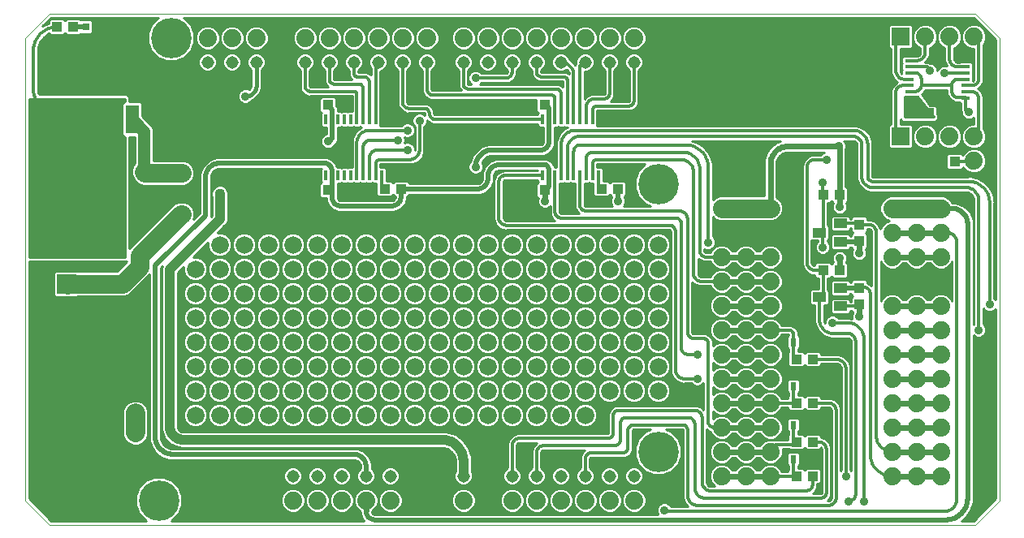
<source format=gtl>
G75*
%MOIN*%
%OFA0B0*%
%FSLAX24Y24*%
%IPPOS*%
%LPD*%
%AMOC8*
5,1,8,0,0,1.08239X$1,22.5*
%
%ADD10C,0.0040*%
%ADD11C,0.0740*%
%ADD12R,0.2441X0.2126*%
%ADD13R,0.0630X0.0394*%
%ADD14R,0.0551X0.1181*%
%ADD15R,0.0579X0.0500*%
%ADD16R,0.0315X0.0315*%
%ADD17R,0.0433X0.0394*%
%ADD18R,0.0800X0.0800*%
%ADD19C,0.0800*%
%ADD20R,0.0248X0.0327*%
%ADD21C,0.0787*%
%ADD22R,0.0120X0.0390*%
%ADD23R,0.0354X0.0138*%
%ADD24R,0.0551X0.0394*%
%ADD25R,0.0394X0.0433*%
%ADD26R,0.0740X0.0740*%
%ADD27C,0.0100*%
%ADD28C,0.0360*%
%ADD29C,0.0120*%
%ADD30C,0.0200*%
%ADD31C,0.0760*%
%ADD32C,0.0240*%
%ADD33C,0.0515*%
%ADD34C,0.0500*%
%ADD35C,0.0400*%
%ADD36C,0.0436*%
%ADD37C,0.0560*%
%ADD38C,0.0160*%
%ADD39C,0.1660*%
%ADD40C,0.0720*%
D10*
X026740Y003883D02*
X027740Y002883D01*
X065740Y002883D01*
X066740Y003883D01*
X066740Y022883D01*
X065740Y023883D01*
X027740Y023883D01*
X026740Y022883D01*
X026740Y003883D01*
D11*
X037740Y003883D03*
X038740Y003883D03*
X039740Y003883D03*
X040740Y003883D03*
X041740Y003883D03*
X042740Y003883D03*
X043740Y003883D03*
X044740Y003883D03*
X046740Y003883D03*
X047740Y003883D03*
X048740Y003883D03*
X049740Y003883D03*
X050740Y003883D03*
X051740Y003883D03*
X055340Y004883D03*
X056340Y004883D03*
X057340Y004883D03*
X057340Y005883D03*
X056340Y005883D03*
X055340Y005883D03*
X055340Y006883D03*
X056340Y006883D03*
X057340Y006883D03*
X057340Y007883D03*
X056340Y007883D03*
X055340Y007883D03*
X055340Y008883D03*
X056340Y008883D03*
X057340Y008883D03*
X057340Y009883D03*
X056340Y009883D03*
X055340Y009883D03*
X055340Y010883D03*
X056340Y010883D03*
X057340Y010883D03*
X057340Y011883D03*
X056340Y011883D03*
X055340Y011883D03*
X055340Y012883D03*
X056340Y012883D03*
X057340Y012883D03*
X057340Y013883D03*
X056340Y013883D03*
X055340Y013883D03*
X055340Y014883D03*
X056340Y014883D03*
X057340Y014883D03*
X057340Y015883D03*
X056340Y015883D03*
X055340Y015883D03*
X062340Y015883D03*
X063340Y015883D03*
X064340Y015883D03*
X064340Y014883D03*
X063340Y014883D03*
X062340Y014883D03*
X062340Y013883D03*
X063340Y013883D03*
X064340Y013883D03*
X064340Y012883D03*
X063340Y012883D03*
X062340Y012883D03*
X062340Y011883D03*
X063340Y011883D03*
X064340Y011883D03*
X064340Y010883D03*
X063340Y010883D03*
X062340Y010883D03*
X062340Y009883D03*
X063340Y009883D03*
X064340Y009883D03*
X064340Y008883D03*
X063340Y008883D03*
X062340Y008883D03*
X062340Y007883D03*
X063340Y007883D03*
X064340Y007883D03*
X064340Y006883D03*
X063340Y006883D03*
X062340Y006883D03*
X062340Y005883D03*
X063340Y005883D03*
X064340Y005883D03*
X064340Y004883D03*
X063340Y004883D03*
X062340Y004883D03*
X065690Y017833D03*
X065690Y018833D03*
X064690Y018833D03*
X063690Y018833D03*
X063690Y022933D03*
X064690Y022933D03*
X065690Y022933D03*
X051740Y022883D03*
X050740Y022883D03*
X049740Y022883D03*
X048740Y022883D03*
X047740Y022883D03*
X046740Y022883D03*
X045740Y022883D03*
X044740Y022883D03*
X043240Y022883D03*
X042240Y022883D03*
X041240Y022883D03*
X040240Y022883D03*
X039240Y022883D03*
X038240Y022883D03*
X037240Y022883D03*
X036240Y022883D03*
X035240Y022883D03*
X034240Y022883D03*
D12*
X028756Y016483D03*
D13*
X031630Y017381D03*
X031630Y015586D03*
D14*
X031140Y019538D03*
X028340Y019538D03*
X028340Y021428D03*
X031140Y021428D03*
D15*
X033190Y017330D03*
X033190Y015637D03*
D16*
X029835Y023333D03*
X029245Y023333D03*
D17*
X028725Y023333D03*
X028055Y023333D03*
X038505Y020133D03*
X039175Y020133D03*
X047405Y020133D03*
X048075Y020133D03*
X048075Y016633D03*
X047405Y016633D03*
X050405Y016683D03*
X051075Y016683D03*
X059505Y016433D03*
X060175Y016433D03*
X064245Y017803D03*
X064915Y017803D03*
X064525Y019793D03*
X063855Y019793D03*
X042175Y016683D03*
X041505Y016683D03*
X039175Y016633D03*
X038505Y016633D03*
X059505Y013333D03*
X060175Y013333D03*
X059075Y009683D03*
X058405Y009683D03*
X058405Y007883D03*
X059075Y007883D03*
X059075Y006283D03*
X058405Y006283D03*
X058405Y004883D03*
X059075Y004883D03*
D18*
X028440Y012783D03*
D19*
X028440Y010815D03*
D20*
X058287Y010383D03*
X059193Y010383D03*
X059193Y008583D03*
X058287Y008583D03*
X058287Y006983D03*
X059193Y006983D03*
X059193Y005583D03*
X058287Y005583D03*
D21*
X031273Y006674D02*
X031273Y007461D01*
X028793Y007461D02*
X028793Y006674D01*
X029698Y005099D02*
X030486Y005099D01*
D22*
X039088Y017235D03*
X039344Y017235D03*
X039600Y017235D03*
X039856Y017235D03*
X040112Y017235D03*
X040368Y017235D03*
X040624Y017235D03*
X040880Y017235D03*
X041136Y017235D03*
X041392Y017235D03*
X047988Y017235D03*
X048244Y017235D03*
X048500Y017235D03*
X048756Y017235D03*
X049012Y017235D03*
X049268Y017235D03*
X049524Y017235D03*
X049780Y017235D03*
X050036Y017235D03*
X050292Y017235D03*
X050292Y019532D03*
X050036Y019532D03*
X049780Y019532D03*
X049524Y019532D03*
X049268Y019532D03*
X049012Y019532D03*
X048756Y019532D03*
X048500Y019532D03*
X048244Y019532D03*
X047988Y019532D03*
X041392Y019532D03*
X041136Y019532D03*
X040880Y019532D03*
X040624Y019532D03*
X040368Y019532D03*
X040112Y019532D03*
X039856Y019532D03*
X039600Y019532D03*
X039344Y019532D03*
X039088Y019532D03*
D23*
X063038Y020416D03*
X063038Y020672D03*
X063038Y020927D03*
X063038Y021183D03*
X063038Y021439D03*
X063038Y021695D03*
X063038Y021951D03*
X065342Y021951D03*
X065342Y021695D03*
X065342Y021439D03*
X065342Y021183D03*
X065342Y020927D03*
X065342Y020672D03*
X065342Y020416D03*
D24*
X060223Y015257D03*
X059357Y014883D03*
X060223Y014509D03*
X060223Y012607D03*
X059357Y012233D03*
X060223Y011859D03*
D25*
X060990Y011949D03*
X060990Y012618D03*
X060990Y014549D03*
X060990Y015218D03*
D26*
X062690Y018833D03*
X062690Y022933D03*
D27*
X062680Y022433D02*
X063114Y022433D01*
X063190Y022509D01*
X063190Y023357D01*
X063114Y023433D01*
X062266Y023433D01*
X062190Y023357D01*
X062190Y022509D01*
X062266Y022433D01*
X062300Y022433D01*
X062300Y021426D01*
X062382Y021227D01*
X062534Y021076D01*
X062560Y021065D01*
X062510Y021044D01*
X062374Y020908D01*
X062374Y020908D01*
X062300Y020730D01*
X062300Y019333D01*
X062266Y019333D01*
X050226Y019333D01*
X050226Y019283D02*
X050226Y019879D01*
X050226Y019883D01*
X050230Y019889D01*
X050236Y019893D01*
X050240Y019893D01*
X051644Y019893D01*
X051825Y019998D01*
X051930Y020179D01*
X051930Y021543D01*
X051959Y021555D01*
X052068Y021664D01*
X052127Y021806D01*
X052127Y021960D01*
X052068Y022103D01*
X051959Y022212D01*
X051817Y022271D01*
X051663Y022271D01*
X051521Y022212D01*
X051412Y022103D01*
X051353Y021960D01*
X051353Y021806D01*
X051412Y021664D01*
X051521Y021555D01*
X051550Y021543D01*
X051550Y020283D01*
X051550Y020281D01*
X051547Y020276D01*
X051543Y020274D01*
X051540Y020273D01*
X050783Y020273D01*
X050825Y020298D01*
X050825Y020298D01*
X050930Y020479D01*
X050930Y021543D01*
X050959Y021555D01*
X051068Y021664D01*
X051127Y021806D01*
X051127Y021960D01*
X051068Y022103D01*
X050959Y022212D01*
X050817Y022271D01*
X050663Y022271D01*
X050521Y022212D01*
X050412Y022103D01*
X050353Y021960D01*
X050353Y021806D01*
X050412Y021664D01*
X050521Y021555D01*
X050550Y021543D01*
X050550Y020583D01*
X050550Y020581D01*
X050547Y020576D01*
X050543Y020574D01*
X050540Y020573D01*
X050031Y020573D01*
X049828Y020490D01*
X049714Y020375D01*
X049714Y021496D01*
X049817Y021496D01*
X049959Y021555D01*
X050068Y021664D01*
X050127Y021806D01*
X050127Y021960D01*
X050068Y022103D01*
X049959Y022212D01*
X049817Y022271D01*
X049663Y022271D01*
X049521Y022212D01*
X049412Y022103D01*
X049353Y021960D01*
X049353Y021808D01*
X049334Y021777D01*
X049147Y021964D01*
X049147Y021964D01*
X049122Y021974D01*
X049068Y022103D01*
X048959Y022212D01*
X048817Y022271D01*
X048663Y022271D01*
X048521Y022212D01*
X048412Y022103D01*
X048353Y021960D01*
X048353Y021806D01*
X048412Y021664D01*
X048521Y021555D01*
X048663Y021496D01*
X048817Y021496D01*
X048959Y021555D01*
X048984Y021580D01*
X049021Y021543D01*
X049071Y021421D01*
X049074Y021394D01*
X048937Y021473D01*
X047940Y021473D01*
X047937Y021474D01*
X047933Y021476D01*
X047930Y021481D01*
X047930Y021483D01*
X047930Y021543D01*
X047959Y021555D01*
X048068Y021664D01*
X048127Y021806D01*
X048127Y021960D01*
X048068Y022103D01*
X047959Y022212D01*
X047817Y022271D01*
X047663Y022271D01*
X047521Y022212D01*
X047412Y022103D01*
X047353Y021960D01*
X047353Y021806D01*
X047412Y021664D01*
X047521Y021555D01*
X047550Y021543D01*
X047550Y021379D01*
X047654Y021198D01*
X047654Y021198D01*
X047655Y021198D01*
X047835Y021093D01*
X048822Y021093D01*
X048822Y020873D01*
X048649Y020973D01*
X045418Y020973D01*
X045488Y021043D01*
X046608Y021043D01*
X046812Y021161D01*
X046812Y021161D01*
X046812Y021161D01*
X046930Y021365D01*
X046930Y021543D01*
X046959Y021555D01*
X047068Y021664D01*
X047127Y021806D01*
X047127Y021960D01*
X047068Y022103D01*
X046959Y022212D01*
X046817Y022271D01*
X046663Y022271D01*
X046521Y022212D01*
X046412Y022103D01*
X046353Y021960D01*
X046353Y021806D01*
X046412Y021664D01*
X046521Y021555D01*
X046550Y021543D01*
X046550Y021483D01*
X046548Y021468D01*
X046532Y021441D01*
X046506Y021425D01*
X046490Y021423D01*
X045488Y021423D01*
X045416Y021496D01*
X045302Y021543D01*
X045178Y021543D01*
X045064Y021496D01*
X044977Y021409D01*
X044930Y021295D01*
X044930Y021172D01*
X044977Y021058D01*
X045062Y020973D01*
X044940Y020973D01*
X044937Y020974D01*
X044933Y020976D01*
X044930Y020981D01*
X044930Y020983D01*
X044930Y021543D01*
X044959Y021555D01*
X045068Y021664D01*
X045127Y021806D01*
X045127Y021960D01*
X045068Y022103D01*
X044959Y022212D01*
X044817Y022271D01*
X044663Y022271D01*
X044521Y022212D01*
X044412Y022103D01*
X044353Y021960D01*
X044353Y021806D01*
X044412Y021664D01*
X044521Y021555D01*
X044550Y021543D01*
X044550Y020879D01*
X044640Y020723D01*
X043490Y020723D01*
X043474Y020725D01*
X043448Y020741D01*
X043432Y020768D01*
X043430Y020783D01*
X043430Y021543D01*
X043459Y021555D01*
X043568Y021664D01*
X043627Y021806D01*
X043627Y021960D01*
X043568Y022103D01*
X043459Y022212D01*
X043317Y022271D01*
X043163Y022271D01*
X043021Y022212D01*
X042912Y022103D01*
X042853Y021960D01*
X042853Y021806D01*
X042912Y021664D01*
X043021Y021555D01*
X043050Y021543D01*
X043050Y020665D01*
X043168Y020461D01*
X043372Y020343D01*
X047728Y020343D01*
X047728Y019883D01*
X047804Y019806D01*
X047824Y019806D01*
X047798Y019781D01*
X047798Y019722D01*
X043591Y019722D01*
X043575Y019724D01*
X043548Y019740D01*
X043532Y019767D01*
X043530Y019783D01*
X043530Y019888D01*
X043425Y020069D01*
X043244Y020173D01*
X042609Y020173D01*
X042601Y020180D01*
X042531Y020173D01*
X042503Y020173D01*
X042500Y020173D01*
X042460Y020192D01*
X042434Y020229D01*
X042430Y020247D01*
X042430Y021543D01*
X042459Y021555D01*
X042568Y021664D01*
X042627Y021806D01*
X042627Y021960D01*
X042568Y022103D01*
X042459Y022212D01*
X042317Y022271D01*
X042163Y022271D01*
X042021Y022212D01*
X041912Y022103D01*
X041853Y021960D01*
X041853Y021806D01*
X041912Y021664D01*
X042021Y021555D01*
X042050Y021543D01*
X042050Y020302D01*
X042044Y020295D01*
X042050Y020225D01*
X042050Y020155D01*
X042057Y020148D01*
X042062Y020092D01*
X042062Y020092D01*
X042206Y019888D01*
X042206Y019888D01*
X042433Y019783D01*
X042549Y019793D01*
X043140Y019793D01*
X043143Y019793D01*
X043147Y019790D01*
X043150Y019786D01*
X043150Y019783D01*
X043150Y019712D01*
X043116Y019746D01*
X043002Y019793D01*
X042878Y019793D01*
X042764Y019746D01*
X042677Y019659D01*
X042630Y019545D01*
X042630Y019422D01*
X042677Y019308D01*
X042750Y019235D01*
X042750Y018283D01*
X042750Y018345D01*
X042703Y018459D01*
X042616Y018546D01*
X042502Y018593D01*
X042378Y018593D01*
X042330Y018573D01*
X042350Y018622D01*
X042350Y018745D01*
X042330Y018793D01*
X042378Y018773D01*
X042502Y018773D01*
X042616Y018821D01*
X042703Y018908D01*
X042750Y019022D01*
X042750Y019145D01*
X042703Y019259D01*
X042616Y019346D01*
X042502Y019393D01*
X042378Y019393D01*
X042264Y019346D01*
X042192Y019273D01*
X041316Y019273D01*
X041326Y019283D01*
X041326Y021499D01*
X041459Y021555D01*
X041568Y021664D01*
X041627Y021806D01*
X041627Y021960D01*
X041568Y022103D01*
X041459Y022212D01*
X041317Y022271D01*
X041163Y022271D01*
X041021Y022212D01*
X040912Y022103D01*
X040853Y021960D01*
X040853Y021806D01*
X040912Y021664D01*
X040946Y021630D01*
X040946Y021363D01*
X040755Y021473D01*
X040430Y021473D01*
X040430Y021543D01*
X040459Y021555D01*
X040568Y021664D01*
X040627Y021806D01*
X040627Y021960D01*
X040568Y022103D01*
X040459Y022212D01*
X040317Y022271D01*
X040163Y022271D01*
X040021Y022212D01*
X039912Y022103D01*
X039853Y021960D01*
X039853Y021806D01*
X039912Y021664D01*
X040021Y021555D01*
X040050Y021543D01*
X040050Y021342D01*
X040141Y021184D01*
X040160Y021173D01*
X039440Y021173D01*
X039437Y021174D01*
X039433Y021176D01*
X039430Y021181D01*
X039430Y021183D01*
X039430Y021543D01*
X039459Y021555D01*
X039568Y021664D01*
X039627Y021806D01*
X039627Y021960D01*
X039568Y022103D01*
X039459Y022212D01*
X039317Y022271D01*
X039163Y022271D01*
X039021Y022212D01*
X038912Y022103D01*
X038853Y021960D01*
X038853Y021806D01*
X038912Y021664D01*
X039021Y021555D01*
X039050Y021543D01*
X039050Y021079D01*
X039154Y020898D01*
X039154Y020898D01*
X039155Y020898D01*
X039197Y020873D01*
X038557Y020873D01*
X038547Y020881D01*
X038479Y020873D01*
X038457Y020873D01*
X038442Y020880D01*
X038431Y020895D01*
X038430Y020900D01*
X038430Y021543D01*
X038459Y021555D01*
X038568Y021664D01*
X038627Y021806D01*
X038627Y021960D01*
X038568Y022103D01*
X038459Y022212D01*
X038317Y022271D01*
X038163Y022271D01*
X038021Y022212D01*
X037912Y022103D01*
X037853Y021960D01*
X037853Y021806D01*
X037912Y021664D01*
X038021Y021555D01*
X038050Y021543D01*
X038050Y020950D01*
X038042Y020941D01*
X038050Y020873D01*
X038050Y020805D01*
X038059Y020796D01*
X038063Y020751D01*
X038196Y020572D01*
X038400Y020482D01*
X038501Y020493D01*
X040178Y020493D01*
X040178Y019857D01*
X039998Y019857D01*
X039984Y019843D01*
X039970Y019857D01*
X039742Y019857D01*
X039728Y019843D01*
X039714Y019857D01*
X039574Y019857D01*
X039574Y019995D01*
X039521Y020087D01*
X039521Y020384D01*
X039445Y020460D01*
X038904Y020460D01*
X038828Y020384D01*
X038828Y019883D01*
X038904Y019806D01*
X038924Y019806D01*
X038898Y019781D01*
X038898Y019283D01*
X038975Y019207D01*
X039114Y019207D01*
X039114Y018938D01*
X039014Y018896D01*
X038927Y018809D01*
X038880Y018695D01*
X038880Y018572D01*
X038927Y018458D01*
X039014Y018371D01*
X039128Y018323D01*
X039252Y018323D01*
X039366Y018371D01*
X039453Y018458D01*
X039477Y018516D01*
X039574Y018685D01*
X039574Y019207D01*
X039714Y019207D01*
X039728Y019221D01*
X039742Y019207D01*
X039970Y019207D01*
X039984Y019221D01*
X039998Y019207D01*
X040226Y019207D01*
X040240Y019221D01*
X040254Y019207D01*
X040482Y019207D01*
X040496Y019221D01*
X040510Y019207D01*
X040559Y019207D01*
X040545Y019203D01*
X040326Y019022D01*
X040326Y019022D01*
X040326Y019022D01*
X040192Y018771D01*
X040185Y018697D01*
X040178Y018690D01*
X040178Y018620D01*
X040171Y018551D01*
X040178Y018543D01*
X040178Y017560D01*
X039561Y017560D01*
X039489Y017734D01*
X039340Y017883D01*
X039145Y017963D01*
X034575Y017963D01*
X034270Y017837D01*
X034270Y017837D01*
X034036Y017603D01*
X033910Y017298D01*
X033910Y015679D01*
X033653Y015421D01*
X033700Y015535D01*
X033700Y015738D01*
X033622Y015926D01*
X033609Y015939D01*
X033609Y015941D01*
X033533Y016017D01*
X033531Y016017D01*
X033479Y016069D01*
X033291Y016147D01*
X033042Y016147D01*
X032855Y016069D01*
X032711Y015926D01*
X031020Y014235D01*
X031020Y018818D01*
X031250Y018818D01*
X031250Y017722D01*
X031197Y017670D01*
X031120Y017482D01*
X031120Y017269D01*
X031205Y017063D01*
X031363Y016905D01*
X031363Y016905D01*
X031569Y016820D01*
X033291Y016820D01*
X033479Y016897D01*
X033531Y016950D01*
X033533Y016950D01*
X033609Y017026D01*
X033609Y017028D01*
X033622Y017041D01*
X033700Y017228D01*
X033700Y017431D01*
X033622Y017619D01*
X033609Y017632D01*
X033609Y017634D01*
X033533Y017710D01*
X033531Y017710D01*
X033479Y017762D01*
X033291Y017840D01*
X032010Y017840D01*
X032010Y019124D01*
X031952Y019264D01*
X031546Y019670D01*
X031546Y020183D01*
X031469Y020259D01*
X031020Y020259D01*
X031020Y020458D01*
X030915Y020563D01*
X027312Y020563D01*
X027289Y020650D01*
X027280Y020788D01*
X027280Y022368D01*
X027290Y022489D01*
X027365Y022720D01*
X027507Y022916D01*
X027703Y023059D01*
X027725Y023066D01*
X027785Y023006D01*
X028326Y023006D01*
X028390Y023071D01*
X028454Y023006D01*
X028995Y023006D01*
X029034Y023046D01*
X029456Y023046D01*
X029532Y023122D01*
X029532Y023545D01*
X029456Y023621D01*
X029034Y023621D01*
X028995Y023660D01*
X028454Y023660D01*
X028390Y023596D01*
X028326Y023660D01*
X027785Y023660D01*
X027709Y023584D01*
X027709Y023470D01*
X027524Y023410D01*
X027462Y023365D01*
X027810Y023713D01*
X032235Y023713D01*
X032196Y023697D01*
X031926Y023427D01*
X031780Y023074D01*
X031780Y022692D01*
X031926Y022340D01*
X032196Y022069D01*
X032549Y021923D01*
X032931Y021923D01*
X033284Y022069D01*
X033554Y022340D01*
X033700Y022692D01*
X033700Y023074D01*
X033554Y023427D01*
X033284Y023697D01*
X033245Y023713D01*
X065670Y023713D01*
X066570Y022813D01*
X066570Y012142D01*
X066530Y012182D01*
X066530Y016114D01*
X066536Y016121D01*
X066530Y016191D01*
X066530Y016262D01*
X066523Y016269D01*
X066515Y016368D01*
X066515Y016368D01*
X066383Y016680D01*
X066162Y016936D01*
X066162Y016936D01*
X066162Y016936D01*
X065872Y017110D01*
X065542Y017187D01*
X065382Y017173D01*
X061540Y017173D01*
X061537Y017174D01*
X061533Y017176D01*
X061530Y017181D01*
X061530Y017183D01*
X061530Y018640D01*
X061410Y018931D01*
X061187Y019153D01*
X060897Y019273D01*
X050216Y019273D01*
X050226Y019283D01*
X050226Y019431D02*
X062300Y019431D01*
X062300Y019530D02*
X050226Y019530D01*
X050226Y019628D02*
X062300Y019628D01*
X062300Y019727D02*
X050226Y019727D01*
X050226Y019825D02*
X062300Y019825D01*
X062300Y019924D02*
X051697Y019924D01*
X051825Y019998D02*
X051825Y019998D01*
X051825Y019998D01*
X051840Y020022D02*
X062300Y020022D01*
X062300Y020121D02*
X051897Y020121D01*
X051930Y020219D02*
X062300Y020219D01*
X062300Y020318D02*
X051930Y020318D01*
X051930Y020416D02*
X062300Y020416D01*
X062300Y020515D02*
X051930Y020515D01*
X051930Y020613D02*
X062300Y020613D01*
X062300Y020712D02*
X051930Y020712D01*
X051930Y020810D02*
X062333Y020810D01*
X062375Y020909D02*
X051930Y020909D01*
X051930Y021007D02*
X062474Y021007D01*
X062510Y021044D02*
X062510Y021044D01*
X062534Y021076D02*
X062534Y021076D01*
X062504Y021106D02*
X051930Y021106D01*
X051930Y021204D02*
X062405Y021204D01*
X062382Y021227D02*
X062382Y021227D01*
X062351Y021303D02*
X051930Y021303D01*
X051930Y021401D02*
X062310Y021401D01*
X062300Y021500D02*
X051930Y021500D01*
X052003Y021598D02*
X062300Y021598D01*
X062300Y021697D02*
X052082Y021697D01*
X052123Y021795D02*
X062300Y021795D01*
X062300Y021894D02*
X052127Y021894D01*
X052114Y021992D02*
X062300Y021992D01*
X062300Y022091D02*
X052073Y022091D01*
X051982Y022189D02*
X062300Y022189D01*
X062300Y022288D02*
X033502Y022288D01*
X033573Y022386D02*
X034133Y022386D01*
X034141Y022383D02*
X034339Y022383D01*
X034523Y022459D01*
X034664Y022600D01*
X034740Y022784D01*
X034740Y022983D01*
X034664Y023167D01*
X034523Y023307D01*
X034339Y023383D01*
X034141Y023383D01*
X033957Y023307D01*
X033816Y023167D01*
X033740Y022983D01*
X033740Y022784D01*
X033816Y022600D01*
X033957Y022459D01*
X034141Y022383D01*
X034163Y022271D02*
X034021Y022212D01*
X033912Y022103D01*
X033853Y021960D01*
X033853Y021806D01*
X033912Y021664D01*
X034021Y021555D01*
X034163Y021496D01*
X034317Y021496D01*
X034459Y021555D01*
X034568Y021664D01*
X034627Y021806D01*
X034627Y021960D01*
X034568Y022103D01*
X034459Y022212D01*
X034317Y022271D01*
X034163Y022271D01*
X033998Y022189D02*
X033404Y022189D01*
X033305Y022091D02*
X033907Y022091D01*
X033866Y021992D02*
X033098Y021992D01*
X032382Y021992D02*
X027280Y021992D01*
X027280Y021894D02*
X033853Y021894D01*
X033857Y021795D02*
X027280Y021795D01*
X027280Y021697D02*
X033898Y021697D01*
X033977Y021598D02*
X027280Y021598D01*
X027280Y021500D02*
X034153Y021500D01*
X034327Y021500D02*
X035153Y021500D01*
X035163Y021496D02*
X035317Y021496D01*
X035459Y021555D01*
X035568Y021664D01*
X035627Y021806D01*
X035627Y021960D01*
X035568Y022103D01*
X035459Y022212D01*
X035317Y022271D01*
X035163Y022271D01*
X035021Y022212D01*
X034912Y022103D01*
X034853Y021960D01*
X034853Y021806D01*
X034912Y021664D01*
X035021Y021555D01*
X035163Y021496D01*
X035327Y021500D02*
X036030Y021500D01*
X036030Y021551D02*
X036030Y020933D01*
X036025Y020887D01*
X035990Y020800D01*
X035944Y020755D01*
X035852Y020793D01*
X035728Y020793D01*
X035614Y020746D01*
X035527Y020659D01*
X035480Y020545D01*
X035480Y020422D01*
X035527Y020308D01*
X035614Y020221D01*
X035728Y020173D01*
X035852Y020173D01*
X035966Y020221D01*
X036053Y020308D01*
X036063Y020332D01*
X036164Y020374D01*
X036350Y020559D01*
X036350Y020559D01*
X036450Y020802D01*
X036450Y021551D01*
X036459Y021555D01*
X036568Y021664D01*
X036627Y021806D01*
X036627Y021960D01*
X036568Y022103D01*
X036459Y022212D01*
X036317Y022271D01*
X036163Y022271D01*
X036021Y022212D01*
X035912Y022103D01*
X035853Y021960D01*
X035853Y021806D01*
X035912Y021664D01*
X036021Y021555D01*
X036030Y021551D01*
X035977Y021598D02*
X035503Y021598D01*
X035582Y021697D02*
X035898Y021697D01*
X035857Y021795D02*
X035623Y021795D01*
X035627Y021894D02*
X035853Y021894D01*
X035866Y021992D02*
X035614Y021992D01*
X035573Y022091D02*
X035907Y022091D01*
X035998Y022189D02*
X035482Y022189D01*
X035347Y022386D02*
X036133Y022386D01*
X036141Y022383D02*
X036339Y022383D01*
X036523Y022459D01*
X036664Y022600D01*
X036740Y022784D01*
X036740Y022983D01*
X036664Y023167D01*
X036523Y023307D01*
X036339Y023383D01*
X036141Y023383D01*
X035957Y023307D01*
X035816Y023167D01*
X035740Y022983D01*
X035664Y023167D01*
X035523Y023307D01*
X035339Y023383D01*
X035141Y023383D01*
X034957Y023307D01*
X034816Y023167D01*
X034740Y022983D01*
X034740Y022784D01*
X034816Y022600D01*
X034957Y022459D01*
X035141Y022383D01*
X035339Y022383D01*
X035523Y022459D01*
X035664Y022600D01*
X035740Y022784D01*
X035740Y022983D01*
X035740Y022784D01*
X035816Y022600D01*
X035957Y022459D01*
X036141Y022383D01*
X036347Y022386D02*
X038133Y022386D01*
X038141Y022383D02*
X038339Y022383D01*
X038523Y022459D01*
X038664Y022600D01*
X038740Y022784D01*
X038740Y022983D01*
X038664Y023167D01*
X038523Y023307D01*
X038339Y023383D01*
X038141Y023383D01*
X037957Y023307D01*
X037816Y023167D01*
X037740Y022983D01*
X037740Y022784D01*
X037816Y022600D01*
X037957Y022459D01*
X038141Y022383D01*
X038347Y022386D02*
X039133Y022386D01*
X039141Y022383D02*
X039339Y022383D01*
X039523Y022459D01*
X039664Y022600D01*
X039740Y022784D01*
X039740Y022983D01*
X039664Y023167D01*
X039523Y023307D01*
X039339Y023383D01*
X039141Y023383D01*
X038957Y023307D01*
X038816Y023167D01*
X038740Y022983D01*
X038740Y022784D01*
X038816Y022600D01*
X038957Y022459D01*
X039141Y022383D01*
X039347Y022386D02*
X040133Y022386D01*
X040141Y022383D02*
X040339Y022383D01*
X040523Y022459D01*
X040664Y022600D01*
X040740Y022784D01*
X040740Y022983D01*
X040664Y023167D01*
X040523Y023307D01*
X040339Y023383D01*
X040141Y023383D01*
X039957Y023307D01*
X039816Y023167D01*
X039740Y022983D01*
X039740Y022784D01*
X039816Y022600D01*
X039957Y022459D01*
X040141Y022383D01*
X040347Y022386D02*
X041133Y022386D01*
X041141Y022383D02*
X041339Y022383D01*
X041523Y022459D01*
X041664Y022600D01*
X041740Y022784D01*
X041740Y022983D01*
X041664Y023167D01*
X041523Y023307D01*
X041339Y023383D01*
X041141Y023383D01*
X040957Y023307D01*
X040816Y023167D01*
X040740Y022983D01*
X040740Y022784D01*
X040816Y022600D01*
X040957Y022459D01*
X041141Y022383D01*
X041347Y022386D02*
X042133Y022386D01*
X042141Y022383D02*
X042339Y022383D01*
X042523Y022459D01*
X042664Y022600D01*
X042740Y022784D01*
X042740Y022983D01*
X042664Y023167D01*
X042523Y023307D01*
X042339Y023383D01*
X042141Y023383D01*
X041957Y023307D01*
X041816Y023167D01*
X041740Y022983D01*
X041740Y022784D01*
X041816Y022600D01*
X041957Y022459D01*
X042141Y022383D01*
X042347Y022386D02*
X043133Y022386D01*
X043141Y022383D02*
X043339Y022383D01*
X043523Y022459D01*
X043664Y022600D01*
X043740Y022784D01*
X043740Y022983D01*
X043664Y023167D01*
X043523Y023307D01*
X043339Y023383D01*
X043141Y023383D01*
X042957Y023307D01*
X042816Y023167D01*
X042740Y022983D01*
X042740Y022784D01*
X042816Y022600D01*
X042957Y022459D01*
X043141Y022383D01*
X043347Y022386D02*
X044633Y022386D01*
X044641Y022383D02*
X044839Y022383D01*
X045023Y022459D01*
X045164Y022600D01*
X045240Y022784D01*
X045316Y022600D01*
X045457Y022459D01*
X045641Y022383D01*
X045839Y022383D01*
X046023Y022459D01*
X046164Y022600D01*
X046240Y022784D01*
X046316Y022600D01*
X046457Y022459D01*
X046641Y022383D01*
X046839Y022383D01*
X047023Y022459D01*
X047164Y022600D01*
X047240Y022784D01*
X047316Y022600D01*
X047457Y022459D01*
X047641Y022383D01*
X047839Y022383D01*
X048023Y022459D01*
X048164Y022600D01*
X048240Y022784D01*
X048316Y022600D01*
X048457Y022459D01*
X048641Y022383D01*
X048839Y022383D01*
X049023Y022459D01*
X049164Y022600D01*
X049240Y022784D01*
X049316Y022600D01*
X049457Y022459D01*
X049641Y022383D01*
X049839Y022383D01*
X050023Y022459D01*
X050164Y022600D01*
X050240Y022784D01*
X050316Y022600D01*
X050457Y022459D01*
X050641Y022383D01*
X050839Y022383D01*
X051023Y022459D01*
X051164Y022600D01*
X051240Y022784D01*
X051316Y022600D01*
X051457Y022459D01*
X051641Y022383D01*
X051839Y022383D01*
X052023Y022459D01*
X052164Y022600D01*
X052240Y022784D01*
X052240Y022983D01*
X052164Y023167D01*
X052023Y023307D01*
X051839Y023383D01*
X051641Y023383D01*
X051457Y023307D01*
X051316Y023167D01*
X051240Y022983D01*
X051240Y022784D01*
X051240Y022983D01*
X051164Y023167D01*
X051023Y023307D01*
X050839Y023383D01*
X050641Y023383D01*
X050457Y023307D01*
X050316Y023167D01*
X050240Y022983D01*
X050240Y022784D01*
X050240Y022983D01*
X050164Y023167D01*
X050023Y023307D01*
X049839Y023383D01*
X049641Y023383D01*
X049457Y023307D01*
X049316Y023167D01*
X049240Y022983D01*
X049240Y022784D01*
X049240Y022983D01*
X049164Y023167D01*
X049023Y023307D01*
X048839Y023383D01*
X048641Y023383D01*
X048457Y023307D01*
X048316Y023167D01*
X048240Y022983D01*
X048240Y022784D01*
X048240Y022983D01*
X048164Y023167D01*
X048023Y023307D01*
X047839Y023383D01*
X047641Y023383D01*
X047457Y023307D01*
X047316Y023167D01*
X047240Y022983D01*
X047240Y022784D01*
X047240Y022983D01*
X047164Y023167D01*
X047023Y023307D01*
X046839Y023383D01*
X046641Y023383D01*
X046457Y023307D01*
X046316Y023167D01*
X046240Y022983D01*
X046240Y022784D01*
X046240Y022983D01*
X046164Y023167D01*
X046023Y023307D01*
X045839Y023383D01*
X045641Y023383D01*
X045457Y023307D01*
X045316Y023167D01*
X045240Y022983D01*
X045240Y022784D01*
X045240Y022983D01*
X045164Y023167D01*
X045023Y023307D01*
X044839Y023383D01*
X044641Y023383D01*
X044457Y023307D01*
X044316Y023167D01*
X044240Y022983D01*
X044240Y022784D01*
X044316Y022600D01*
X044457Y022459D01*
X044641Y022383D01*
X044847Y022386D02*
X045633Y022386D01*
X045663Y022271D02*
X045521Y022212D01*
X045412Y022103D01*
X045353Y021960D01*
X045353Y021806D01*
X045412Y021664D01*
X045521Y021555D01*
X045663Y021496D01*
X045817Y021496D01*
X045959Y021555D01*
X046068Y021664D01*
X046127Y021806D01*
X046127Y021960D01*
X046068Y022103D01*
X045959Y022212D01*
X045817Y022271D01*
X045663Y022271D01*
X045498Y022189D02*
X044982Y022189D01*
X045073Y022091D02*
X045407Y022091D01*
X045366Y021992D02*
X045114Y021992D01*
X045127Y021894D02*
X045353Y021894D01*
X045357Y021795D02*
X045123Y021795D01*
X045082Y021697D02*
X045398Y021697D01*
X045477Y021598D02*
X045003Y021598D01*
X045073Y021500D02*
X044930Y021500D01*
X044930Y021401D02*
X044974Y021401D01*
X044933Y021303D02*
X044930Y021303D01*
X044930Y021204D02*
X044930Y021204D01*
X044930Y021106D02*
X044957Y021106D01*
X044930Y021007D02*
X045028Y021007D01*
X045452Y021007D02*
X048822Y021007D01*
X048822Y020909D02*
X048760Y020909D01*
X049714Y020909D02*
X050550Y020909D01*
X050550Y021007D02*
X049714Y021007D01*
X049714Y021106D02*
X050550Y021106D01*
X050550Y021204D02*
X049714Y021204D01*
X049714Y021303D02*
X050550Y021303D01*
X050550Y021401D02*
X049714Y021401D01*
X049827Y021500D02*
X050550Y021500D01*
X050477Y021598D02*
X050003Y021598D01*
X050082Y021697D02*
X050398Y021697D01*
X050357Y021795D02*
X050123Y021795D01*
X050127Y021894D02*
X050353Y021894D01*
X050366Y021992D02*
X050114Y021992D01*
X050073Y022091D02*
X050407Y022091D01*
X050498Y022189D02*
X049982Y022189D01*
X049847Y022386D02*
X050633Y022386D01*
X050847Y022386D02*
X051633Y022386D01*
X051847Y022386D02*
X062300Y022386D01*
X062215Y022485D02*
X052049Y022485D01*
X052147Y022583D02*
X062190Y022583D01*
X062190Y022682D02*
X052198Y022682D01*
X052239Y022780D02*
X062190Y022780D01*
X062190Y022879D02*
X052240Y022879D01*
X052240Y022977D02*
X062190Y022977D01*
X062190Y023076D02*
X052201Y023076D01*
X052156Y023174D02*
X062190Y023174D01*
X062190Y023273D02*
X052058Y023273D01*
X051868Y023371D02*
X062204Y023371D01*
X063176Y023371D02*
X063441Y023371D01*
X063407Y023357D02*
X063266Y023217D01*
X063190Y023033D01*
X063190Y022834D01*
X063266Y022650D01*
X063407Y022509D01*
X063500Y022471D01*
X063500Y022283D01*
X063497Y022256D01*
X063476Y022204D01*
X063437Y022165D01*
X063385Y022144D01*
X063358Y022141D01*
X063278Y022141D01*
X063269Y022150D01*
X062807Y022150D01*
X062731Y022074D01*
X062731Y021828D01*
X062736Y021823D01*
X062731Y021818D01*
X062731Y021572D01*
X062736Y021567D01*
X062731Y021562D01*
X062731Y021420D01*
X062707Y021444D01*
X062683Y021502D01*
X062680Y021533D01*
X062680Y022433D01*
X062680Y022386D02*
X063500Y022386D01*
X063500Y022288D02*
X062680Y022288D01*
X062680Y022189D02*
X063461Y022189D01*
X063466Y022485D02*
X063165Y022485D01*
X063190Y022583D02*
X063333Y022583D01*
X063253Y022682D02*
X063190Y022682D01*
X063190Y022780D02*
X063212Y022780D01*
X063190Y022879D02*
X063190Y022879D01*
X063190Y022977D02*
X063190Y022977D01*
X063190Y023076D02*
X063208Y023076D01*
X063190Y023174D02*
X063249Y023174D01*
X063190Y023273D02*
X063322Y023273D01*
X063407Y023357D02*
X063591Y023433D01*
X063789Y023433D01*
X063973Y023357D01*
X064114Y023217D01*
X064190Y023033D01*
X064190Y022834D01*
X064114Y022650D01*
X063973Y022509D01*
X063880Y022471D01*
X063880Y022179D01*
X063800Y021987D01*
X063800Y021987D01*
X063698Y021885D01*
X063822Y021885D01*
X063895Y021843D01*
X063952Y021843D01*
X064066Y021796D01*
X064153Y021709D01*
X064200Y021595D01*
X064200Y021543D01*
X064227Y021609D01*
X064314Y021696D01*
X064428Y021743D01*
X064552Y021743D01*
X064585Y021730D01*
X064580Y021734D01*
X064580Y021734D01*
X064500Y021928D01*
X064500Y022471D01*
X064407Y022509D01*
X064266Y022650D01*
X064190Y022834D01*
X064190Y023033D01*
X064266Y023217D01*
X064407Y023357D01*
X064591Y023433D01*
X064789Y023433D01*
X064973Y023357D01*
X065114Y023217D01*
X065190Y023033D01*
X065190Y022834D01*
X065114Y022650D01*
X064973Y022509D01*
X064880Y022471D01*
X064880Y022033D01*
X064883Y022004D01*
X064905Y021951D01*
X064946Y021910D01*
X064999Y021888D01*
X065028Y021885D01*
X065102Y021885D01*
X065111Y021894D01*
X065573Y021894D01*
X065700Y021894D01*
X065649Y021818D02*
X065573Y021894D01*
X065649Y021818D02*
X065649Y021572D01*
X065644Y021567D01*
X065649Y021562D01*
X065649Y021316D01*
X065644Y021311D01*
X065649Y021306D01*
X065649Y021119D01*
X065651Y021120D01*
X065681Y021137D01*
X065698Y021166D01*
X065700Y021183D01*
X065700Y022433D01*
X065591Y022433D01*
X065407Y022509D01*
X065266Y022650D01*
X065190Y022834D01*
X065190Y023033D01*
X065266Y023217D01*
X065407Y023357D01*
X065591Y023433D01*
X065789Y023433D01*
X065973Y023357D01*
X066114Y023217D01*
X066190Y023033D01*
X066190Y022834D01*
X066114Y022650D01*
X066080Y022616D01*
X066080Y021064D01*
X065961Y020857D01*
X065961Y020857D01*
X065961Y020857D01*
X065855Y020796D01*
X065873Y020789D01*
X066007Y020654D01*
X066007Y020654D01*
X066080Y020478D01*
X066080Y019150D01*
X066114Y019117D01*
X066190Y018933D01*
X066190Y018734D01*
X066114Y018550D01*
X065973Y018409D01*
X065789Y018333D01*
X065591Y018333D01*
X065407Y018257D01*
X065266Y018117D01*
X065246Y018069D01*
X065185Y018130D01*
X064644Y018130D01*
X064568Y018054D01*
X064568Y017553D01*
X064644Y017476D01*
X065185Y017476D01*
X065261Y017553D01*
X065261Y017562D01*
X065266Y017550D01*
X065407Y017409D01*
X065591Y017333D01*
X065789Y017333D01*
X065973Y017409D01*
X066114Y017550D01*
X066190Y017734D01*
X066190Y017933D01*
X066114Y018117D01*
X065973Y018257D01*
X065789Y018333D01*
X065591Y018333D01*
X065407Y018409D01*
X065266Y018550D01*
X065190Y018734D01*
X065190Y018933D01*
X065266Y019117D01*
X065407Y019257D01*
X065591Y019333D01*
X065700Y019333D01*
X065700Y019605D01*
X065666Y019571D01*
X065552Y019523D01*
X065428Y019523D01*
X065314Y019571D01*
X065227Y019658D01*
X065180Y019772D01*
X065180Y019842D01*
X065152Y019891D01*
X065152Y020217D01*
X065111Y020217D01*
X065084Y020243D01*
X064922Y020243D01*
X064718Y020361D01*
X064718Y020361D01*
X064718Y020361D01*
X064600Y020565D01*
X064600Y020738D01*
X064600Y020743D01*
X063688Y020743D01*
X063612Y020611D01*
X063612Y020611D01*
X063552Y020576D01*
X063570Y020558D01*
X063570Y020544D01*
X063894Y020120D01*
X064126Y020120D01*
X064202Y020044D01*
X064202Y019726D01*
X064220Y019708D01*
X064220Y019694D01*
X064228Y019683D01*
X064220Y019621D01*
X064220Y019559D01*
X064210Y019549D01*
X064209Y019536D01*
X064159Y019498D01*
X064115Y019453D01*
X064101Y019453D01*
X064090Y019445D01*
X064028Y019453D01*
X062765Y019453D01*
X062680Y019539D01*
X062680Y019333D01*
X063114Y019333D01*
X063589Y019333D01*
X063591Y019333D02*
X063407Y019257D01*
X063266Y019117D01*
X063190Y018933D01*
X063190Y018734D01*
X063266Y018550D01*
X063407Y018409D01*
X063591Y018333D01*
X063789Y018333D01*
X063973Y018409D01*
X064114Y018550D01*
X064190Y018734D01*
X064266Y018550D01*
X064407Y018409D01*
X064591Y018333D01*
X064789Y018333D01*
X064973Y018409D01*
X065114Y018550D01*
X065190Y018734D01*
X065190Y018933D01*
X065114Y019117D01*
X064973Y019257D01*
X064789Y019333D01*
X064591Y019333D01*
X064407Y019257D01*
X064266Y019117D01*
X064190Y018933D01*
X064190Y018734D01*
X064190Y018933D01*
X064114Y019117D01*
X063973Y019257D01*
X063789Y019333D01*
X063591Y019333D01*
X063791Y019333D02*
X064589Y019333D01*
X064791Y019333D02*
X065589Y019333D01*
X065700Y019431D02*
X062680Y019431D01*
X062680Y019530D02*
X062689Y019530D01*
X062840Y019633D02*
X062840Y020473D01*
X063269Y020473D01*
X063280Y020483D01*
X063390Y020483D01*
X064040Y019633D01*
X062840Y019633D01*
X062840Y019727D02*
X063968Y019727D01*
X063893Y019825D02*
X062840Y019825D01*
X062840Y019924D02*
X063818Y019924D01*
X063742Y020022D02*
X062840Y020022D01*
X062840Y020121D02*
X063667Y020121D01*
X063592Y020219D02*
X062840Y020219D01*
X062840Y020318D02*
X063517Y020318D01*
X063441Y020416D02*
X062840Y020416D01*
X063592Y020515D02*
X064629Y020515D01*
X064600Y020613D02*
X063613Y020613D01*
X063612Y020611D02*
X063612Y020611D01*
X063670Y020712D02*
X064600Y020712D01*
X064686Y020416D02*
X063668Y020416D01*
X063743Y020318D02*
X064793Y020318D01*
X065108Y020219D02*
X063818Y020219D01*
X063894Y020121D02*
X065152Y020121D01*
X065152Y020022D02*
X064202Y020022D01*
X064202Y019924D02*
X065152Y019924D01*
X065180Y019825D02*
X064202Y019825D01*
X064202Y019727D02*
X065199Y019727D01*
X065257Y019628D02*
X064221Y019628D01*
X064201Y019530D02*
X065413Y019530D01*
X065567Y019530D02*
X065700Y019530D01*
X066080Y019530D02*
X066570Y019530D01*
X066570Y019628D02*
X066080Y019628D01*
X066080Y019727D02*
X066570Y019727D01*
X066570Y019825D02*
X066080Y019825D01*
X066080Y019924D02*
X066570Y019924D01*
X066570Y020022D02*
X066080Y020022D01*
X066080Y020121D02*
X066570Y020121D01*
X066570Y020219D02*
X066080Y020219D01*
X066080Y020318D02*
X066570Y020318D01*
X066570Y020416D02*
X066080Y020416D01*
X066065Y020515D02*
X066570Y020515D01*
X066570Y020613D02*
X066024Y020613D01*
X065950Y020712D02*
X066570Y020712D01*
X066570Y020810D02*
X065880Y020810D01*
X065991Y020909D02*
X066570Y020909D01*
X066570Y021007D02*
X066047Y021007D01*
X066080Y021106D02*
X066570Y021106D01*
X066570Y021204D02*
X066080Y021204D01*
X066080Y021303D02*
X066570Y021303D01*
X066570Y021401D02*
X066080Y021401D01*
X066080Y021500D02*
X066570Y021500D01*
X066570Y021598D02*
X066080Y021598D01*
X066080Y021697D02*
X066570Y021697D01*
X066570Y021795D02*
X066080Y021795D01*
X066080Y021894D02*
X066570Y021894D01*
X066570Y021992D02*
X066080Y021992D01*
X066080Y022091D02*
X066570Y022091D01*
X066570Y022189D02*
X066080Y022189D01*
X066080Y022288D02*
X066570Y022288D01*
X066570Y022386D02*
X066080Y022386D01*
X066080Y022485D02*
X066570Y022485D01*
X066570Y022583D02*
X066080Y022583D01*
X066127Y022682D02*
X066570Y022682D01*
X066570Y022780D02*
X066168Y022780D01*
X066190Y022879D02*
X066504Y022879D01*
X066406Y022977D02*
X066190Y022977D01*
X066172Y023076D02*
X066307Y023076D01*
X066209Y023174D02*
X066131Y023174D01*
X066110Y023273D02*
X066058Y023273D01*
X066012Y023371D02*
X065939Y023371D01*
X065913Y023470D02*
X033511Y023470D01*
X033577Y023371D02*
X034112Y023371D01*
X033922Y023273D02*
X033618Y023273D01*
X033659Y023174D02*
X033824Y023174D01*
X033779Y023076D02*
X033699Y023076D01*
X033700Y022977D02*
X033740Y022977D01*
X033740Y022879D02*
X033700Y022879D01*
X033700Y022780D02*
X033741Y022780D01*
X033782Y022682D02*
X033696Y022682D01*
X033655Y022583D02*
X033833Y022583D01*
X033931Y022485D02*
X033614Y022485D01*
X034347Y022386D02*
X035133Y022386D01*
X034931Y022485D02*
X034549Y022485D01*
X034647Y022583D02*
X034833Y022583D01*
X034782Y022682D02*
X034698Y022682D01*
X034739Y022780D02*
X034741Y022780D01*
X034740Y022879D02*
X034740Y022879D01*
X034740Y022977D02*
X034740Y022977D01*
X034701Y023076D02*
X034779Y023076D01*
X034824Y023174D02*
X034656Y023174D01*
X034558Y023273D02*
X034922Y023273D01*
X035112Y023371D02*
X034368Y023371D01*
X033413Y023568D02*
X065815Y023568D01*
X065716Y023667D02*
X033314Y023667D01*
X032166Y023667D02*
X027764Y023667D01*
X027709Y023568D02*
X027665Y023568D01*
X027708Y023470D02*
X027567Y023470D01*
X027524Y023410D02*
X027524Y023410D01*
X027471Y023371D02*
X027468Y023371D01*
X029486Y023076D02*
X031781Y023076D01*
X031780Y022977D02*
X027591Y022977D01*
X027480Y022879D02*
X031780Y022879D01*
X031780Y022780D02*
X027408Y022780D01*
X027352Y022682D02*
X031784Y022682D01*
X031825Y022583D02*
X027320Y022583D01*
X027289Y022485D02*
X031866Y022485D01*
X031907Y022386D02*
X027281Y022386D01*
X027280Y022288D02*
X031978Y022288D01*
X032076Y022189D02*
X027280Y022189D01*
X027280Y022091D02*
X032175Y022091D01*
X034482Y022189D02*
X034998Y022189D01*
X034907Y022091D02*
X034573Y022091D01*
X034614Y021992D02*
X034866Y021992D01*
X034853Y021894D02*
X034627Y021894D01*
X034623Y021795D02*
X034857Y021795D01*
X034898Y021697D02*
X034582Y021697D01*
X034503Y021598D02*
X034977Y021598D01*
X036030Y021401D02*
X027280Y021401D01*
X027280Y021303D02*
X036030Y021303D01*
X036030Y021204D02*
X027280Y021204D01*
X027280Y021106D02*
X036030Y021106D01*
X036030Y021007D02*
X027280Y021007D01*
X027280Y020909D02*
X036028Y020909D01*
X035994Y020810D02*
X027280Y020810D01*
X027285Y020712D02*
X035580Y020712D01*
X035508Y020613D02*
X027299Y020613D01*
X026910Y020383D02*
X030840Y020383D01*
X030840Y020259D01*
X030811Y020259D01*
X030734Y020183D01*
X030734Y018894D01*
X030811Y018818D01*
X030840Y018818D01*
X030840Y013883D01*
X026910Y013883D01*
X026910Y020383D01*
X026910Y020318D02*
X030840Y020318D01*
X030771Y020219D02*
X026910Y020219D01*
X026910Y020121D02*
X030734Y020121D01*
X030734Y020022D02*
X026910Y020022D01*
X026910Y019924D02*
X030734Y019924D01*
X030734Y019825D02*
X026910Y019825D01*
X026910Y019727D02*
X030734Y019727D01*
X030734Y019628D02*
X026910Y019628D01*
X026910Y019530D02*
X030734Y019530D01*
X030734Y019431D02*
X026910Y019431D01*
X026910Y019333D02*
X030734Y019333D01*
X030734Y019234D02*
X026910Y019234D01*
X026910Y019136D02*
X030734Y019136D01*
X030734Y019037D02*
X026910Y019037D01*
X026910Y018939D02*
X030734Y018939D01*
X030788Y018840D02*
X026910Y018840D01*
X026910Y018742D02*
X030840Y018742D01*
X030840Y018643D02*
X026910Y018643D01*
X026910Y018545D02*
X030840Y018545D01*
X030840Y018446D02*
X026910Y018446D01*
X026910Y018348D02*
X030840Y018348D01*
X030840Y018249D02*
X026910Y018249D01*
X026910Y018151D02*
X030840Y018151D01*
X030840Y018052D02*
X026910Y018052D01*
X026910Y017954D02*
X030840Y017954D01*
X030840Y017855D02*
X026910Y017855D01*
X026910Y017757D02*
X030840Y017757D01*
X030840Y017658D02*
X026910Y017658D01*
X026910Y017560D02*
X030840Y017560D01*
X030840Y017461D02*
X026910Y017461D01*
X026910Y017363D02*
X030840Y017363D01*
X030840Y017264D02*
X026910Y017264D01*
X026910Y017166D02*
X030840Y017166D01*
X030840Y017067D02*
X026910Y017067D01*
X026910Y016969D02*
X030840Y016969D01*
X030840Y016870D02*
X026910Y016870D01*
X026910Y016772D02*
X030840Y016772D01*
X030840Y016673D02*
X026910Y016673D01*
X026910Y016575D02*
X030840Y016575D01*
X030840Y016476D02*
X026910Y016476D01*
X026910Y016378D02*
X030840Y016378D01*
X030840Y016279D02*
X026910Y016279D01*
X026910Y016181D02*
X030840Y016181D01*
X030840Y016082D02*
X026910Y016082D01*
X026910Y015984D02*
X030840Y015984D01*
X030840Y015885D02*
X026910Y015885D01*
X026910Y015787D02*
X030840Y015787D01*
X030840Y015688D02*
X026910Y015688D01*
X026910Y015590D02*
X030840Y015590D01*
X030840Y015491D02*
X026910Y015491D01*
X026910Y015393D02*
X030840Y015393D01*
X030840Y015294D02*
X026910Y015294D01*
X026910Y015196D02*
X030840Y015196D01*
X030840Y015097D02*
X026910Y015097D01*
X026910Y014999D02*
X030840Y014999D01*
X030840Y014900D02*
X026910Y014900D01*
X026910Y014802D02*
X030840Y014802D01*
X030840Y014703D02*
X026910Y014703D01*
X026910Y014605D02*
X030840Y014605D01*
X030840Y014506D02*
X026910Y014506D01*
X026910Y014408D02*
X030840Y014408D01*
X030840Y014309D02*
X026910Y014309D01*
X026910Y014211D02*
X030840Y014211D01*
X030840Y014112D02*
X026910Y014112D01*
X026910Y014014D02*
X030840Y014014D01*
X030840Y013915D02*
X026910Y013915D01*
X026910Y013703D02*
X030915Y013703D01*
X030930Y013719D01*
X030930Y013695D01*
X030529Y013293D01*
X028914Y013293D01*
X028894Y013313D01*
X027986Y013313D01*
X027910Y013237D01*
X027910Y012329D01*
X027986Y012253D01*
X028316Y012253D01*
X028389Y012223D01*
X028591Y012223D01*
X028664Y012253D01*
X028894Y012253D01*
X028914Y012273D01*
X030841Y012273D01*
X031029Y012351D01*
X031860Y013182D01*
X031860Y006336D01*
X031951Y006056D01*
X031951Y006056D01*
X032124Y005818D01*
X032124Y005818D01*
X032124Y005818D01*
X032363Y005644D01*
X032643Y005553D01*
X040240Y005553D01*
X040293Y005548D01*
X040390Y005508D01*
X040464Y005433D01*
X040505Y005336D01*
X040510Y005283D01*
X040510Y005201D01*
X040412Y005103D01*
X040353Y004960D01*
X040353Y004806D01*
X040412Y004664D01*
X040521Y004555D01*
X040663Y004496D01*
X040817Y004496D01*
X040959Y004555D01*
X041068Y004664D01*
X041127Y004806D01*
X041127Y004960D01*
X041068Y005103D01*
X040970Y005201D01*
X040970Y005429D01*
X040859Y005697D01*
X040654Y005902D01*
X040654Y005902D01*
X040654Y005902D01*
X040385Y006013D01*
X032790Y006013D01*
X032716Y006019D01*
X032577Y006065D01*
X032458Y006151D01*
X032371Y006270D01*
X032326Y006410D01*
X032320Y006483D01*
X032320Y013438D01*
X032381Y013499D01*
X032360Y013449D01*
X032360Y006941D01*
X032352Y006779D01*
X032467Y006459D01*
X032696Y006207D01*
X032696Y006207D01*
X033004Y006062D01*
X033004Y006062D01*
X033117Y006056D01*
X033124Y006053D01*
X033182Y006053D01*
X033240Y006051D01*
X033248Y006053D01*
X043840Y006053D01*
X043929Y006046D01*
X044099Y005991D01*
X044243Y005886D01*
X044348Y005742D01*
X044403Y005573D01*
X044410Y005483D01*
X044410Y005099D01*
X044353Y004960D01*
X044353Y004806D01*
X044412Y004664D01*
X044521Y004555D01*
X044663Y004496D01*
X044817Y004496D01*
X044959Y004555D01*
X045068Y004664D01*
X045127Y004806D01*
X045127Y004960D01*
X045070Y005099D01*
X045070Y005678D01*
X044950Y006049D01*
X044721Y006364D01*
X044721Y006364D01*
X044721Y006364D01*
X044405Y006593D01*
X044035Y006713D01*
X033203Y006713D01*
X033168Y006719D01*
X033099Y006751D01*
X033047Y006808D01*
X033022Y006879D01*
X033020Y006910D01*
X033020Y006925D01*
X033023Y006983D01*
X033020Y006991D01*
X033020Y013247D01*
X033250Y013477D01*
X033250Y013286D01*
X033325Y013106D01*
X033462Y012968D01*
X033643Y012893D01*
X033837Y012893D01*
X034018Y012968D01*
X034155Y013106D01*
X034230Y013286D01*
X034230Y013481D01*
X034155Y013661D01*
X034018Y013799D01*
X033837Y013873D01*
X033647Y013873D01*
X034250Y014477D01*
X034250Y014286D01*
X034325Y014106D01*
X034462Y013968D01*
X034643Y013893D01*
X034837Y013893D01*
X035018Y013968D01*
X035155Y014106D01*
X035230Y014286D01*
X035230Y014481D01*
X035155Y014661D01*
X035018Y014799D01*
X034837Y014873D01*
X034647Y014873D01*
X034927Y015154D01*
X035020Y015246D01*
X035070Y015368D01*
X035070Y016370D01*
X035088Y016414D01*
X035088Y016553D01*
X035035Y016681D01*
X034937Y016778D01*
X034809Y016831D01*
X034671Y016831D01*
X034543Y016778D01*
X034445Y016681D01*
X034392Y016553D01*
X034392Y016414D01*
X034410Y016370D01*
X034410Y015570D01*
X034370Y015530D01*
X034370Y017133D01*
X034377Y017206D01*
X034432Y017339D01*
X034534Y017441D01*
X034668Y017496D01*
X034740Y017503D01*
X038918Y017503D01*
X038898Y017483D01*
X038898Y016986D01*
X038924Y016960D01*
X038904Y016960D01*
X038828Y016884D01*
X038828Y016716D01*
X038813Y016675D01*
X038828Y016642D01*
X038828Y016383D01*
X038904Y016306D01*
X039114Y016306D01*
X039114Y016214D01*
X039202Y016003D01*
X039202Y016003D01*
X039364Y015841D01*
X039575Y015753D01*
X041754Y015753D01*
X041761Y015747D01*
X041848Y015753D01*
X041935Y015753D01*
X041942Y015760D01*
X041973Y015762D01*
X041973Y015762D01*
X042183Y015867D01*
X042183Y015867D01*
X042338Y016044D01*
X042412Y016267D01*
X042406Y016356D01*
X042445Y016356D01*
X042521Y016433D01*
X042521Y016453D01*
X045465Y016453D01*
X045697Y016549D01*
X045874Y016726D01*
X045874Y016726D01*
X045970Y016958D01*
X045970Y017183D01*
X045975Y017236D01*
X046016Y017333D01*
X046090Y017408D01*
X046187Y017448D01*
X046240Y017453D01*
X047798Y017453D01*
X047798Y017425D01*
X046500Y017425D01*
X046416Y017432D01*
X046416Y017432D01*
X046238Y017377D01*
X046096Y017258D01*
X046096Y017258D01*
X046009Y017093D01*
X046007Y017069D01*
X046000Y017062D01*
X046000Y016992D01*
X045994Y016922D01*
X046000Y016914D01*
X046000Y015554D01*
X045995Y015547D01*
X046000Y015476D01*
X046000Y015405D01*
X046006Y015399D01*
X046008Y015366D01*
X046008Y015366D01*
X046101Y015183D01*
X046257Y015050D01*
X046257Y015050D01*
X046452Y014986D01*
X046452Y014986D01*
X046547Y014993D01*
X053190Y014993D01*
X053206Y014991D01*
X053232Y014976D01*
X053248Y014949D01*
X053250Y014933D01*
X053250Y009305D01*
X053245Y009299D01*
X053250Y009227D01*
X053250Y009155D01*
X053255Y009149D01*
X053258Y009108D01*
X053358Y008907D01*
X053527Y008758D01*
X053740Y008686D01*
X053740Y008686D01*
X053846Y008693D01*
X054092Y008693D01*
X054164Y008621D01*
X054278Y008573D01*
X054402Y008573D01*
X054516Y008621D01*
X054600Y008705D01*
X054600Y007616D01*
X054518Y007699D01*
X054337Y007773D01*
X051157Y007773D01*
X051147Y007781D01*
X051079Y007773D01*
X051011Y007773D01*
X051003Y007765D01*
X050958Y007760D01*
X050778Y007628D01*
X050778Y007628D01*
X050778Y007628D01*
X050689Y007423D01*
X050700Y007323D01*
X050700Y006633D01*
X050700Y006631D01*
X050697Y006626D01*
X050693Y006624D01*
X050690Y006623D01*
X046943Y006623D01*
X046762Y006549D01*
X046625Y006411D01*
X046550Y006231D01*
X046550Y005224D01*
X046521Y005212D01*
X046412Y005103D01*
X046353Y004960D01*
X046353Y004806D01*
X046412Y004664D01*
X046521Y004555D01*
X046663Y004496D01*
X046817Y004496D01*
X046959Y004555D01*
X047068Y004664D01*
X047127Y004806D01*
X047127Y004960D01*
X047068Y005103D01*
X046959Y005212D01*
X046930Y005224D01*
X046930Y006133D01*
X046932Y006155D01*
X046949Y006194D01*
X046979Y006225D01*
X047019Y006241D01*
X047040Y006243D01*
X047757Y006243D01*
X047625Y006111D01*
X047550Y005931D01*
X047550Y005224D01*
X047521Y005212D01*
X047412Y005103D01*
X047353Y004960D01*
X047353Y004806D01*
X047412Y004664D01*
X047521Y004555D01*
X047663Y004496D01*
X047817Y004496D01*
X047959Y004555D01*
X048068Y004664D01*
X048127Y004806D01*
X048127Y004960D01*
X048068Y005103D01*
X047959Y005212D01*
X047930Y005224D01*
X047930Y005833D01*
X047932Y005855D01*
X047949Y005894D01*
X047979Y005925D01*
X048019Y005941D01*
X048040Y005943D01*
X049734Y005943D01*
X049668Y005905D01*
X049550Y005701D01*
X049550Y005224D01*
X049521Y005212D01*
X049412Y005103D01*
X049353Y004960D01*
X049353Y004806D01*
X049412Y004664D01*
X049521Y004555D01*
X049663Y004496D01*
X049817Y004496D01*
X049959Y004555D01*
X050068Y004664D01*
X050127Y004806D01*
X050127Y004960D01*
X050068Y005103D01*
X049959Y005212D01*
X049930Y005224D01*
X049930Y005583D01*
X049932Y005599D01*
X049948Y005626D01*
X049974Y005641D01*
X049990Y005643D01*
X051394Y005643D01*
X051575Y005748D01*
X051680Y005929D01*
X051680Y006733D01*
X051682Y006749D01*
X051698Y006776D01*
X051724Y006791D01*
X051740Y006793D01*
X052428Y006793D01*
X052196Y006697D01*
X051926Y006427D01*
X051780Y006074D01*
X051780Y005692D01*
X051926Y005340D01*
X052196Y005069D01*
X052549Y004923D01*
X052931Y004923D01*
X053284Y005069D01*
X053554Y005340D01*
X053700Y005692D01*
X053700Y006074D01*
X053554Y006427D01*
X053284Y006697D01*
X053052Y006793D01*
X053740Y006793D01*
X053743Y006793D01*
X053747Y006790D01*
X053750Y006786D01*
X053750Y006783D01*
X053750Y003966D01*
X053840Y003749D01*
X053966Y003623D01*
X053268Y003623D01*
X053253Y003659D01*
X053166Y003746D01*
X053052Y003793D01*
X052928Y003793D01*
X052814Y003746D01*
X052727Y003659D01*
X052680Y003545D01*
X052680Y003422D01*
X052725Y003313D01*
X041102Y003313D01*
X041077Y003318D01*
X041026Y003343D01*
X040989Y003386D01*
X040980Y003410D01*
X040990Y003434D01*
X040990Y003446D01*
X041023Y003459D01*
X041164Y003600D01*
X041240Y003784D01*
X041316Y003600D01*
X041457Y003459D01*
X041641Y003383D01*
X041839Y003383D01*
X042023Y003459D01*
X042164Y003600D01*
X042240Y003784D01*
X042240Y003983D01*
X042164Y004167D01*
X042023Y004307D01*
X041839Y004383D01*
X041641Y004383D01*
X041457Y004307D01*
X041316Y004167D01*
X041240Y003983D01*
X041240Y003784D01*
X041240Y003983D01*
X041164Y004167D01*
X041023Y004307D01*
X040839Y004383D01*
X040641Y004383D01*
X040457Y004307D01*
X040316Y004167D01*
X040240Y003983D01*
X040164Y004167D01*
X040023Y004307D01*
X039839Y004383D01*
X039641Y004383D01*
X039457Y004307D01*
X039316Y004167D01*
X039240Y003983D01*
X039240Y003784D01*
X039316Y003600D01*
X039457Y003459D01*
X039641Y003383D01*
X039839Y003383D01*
X040023Y003459D01*
X040164Y003600D01*
X040240Y003784D01*
X040240Y003983D01*
X040240Y003784D01*
X040316Y003600D01*
X040457Y003459D01*
X040490Y003446D01*
X040490Y003434D01*
X040504Y003400D01*
X040502Y003378D01*
X040580Y003150D01*
X040664Y003053D01*
X032745Y003053D01*
X032784Y003069D01*
X033054Y003340D01*
X033200Y003692D01*
X033200Y004074D01*
X033054Y004427D01*
X032784Y004697D01*
X032431Y004843D01*
X032049Y004843D01*
X031696Y004697D01*
X031426Y004427D01*
X031280Y004074D01*
X031280Y003692D01*
X031426Y003340D01*
X031696Y003069D01*
X031735Y003053D01*
X027810Y003053D01*
X026910Y003954D01*
X026910Y013703D01*
X026910Y013620D02*
X030855Y013620D01*
X030930Y013718D02*
X030930Y013718D01*
X030757Y013521D02*
X026910Y013521D01*
X026910Y013423D02*
X030658Y013423D01*
X030560Y013324D02*
X026910Y013324D01*
X026910Y013226D02*
X027910Y013226D01*
X027910Y013127D02*
X026910Y013127D01*
X026910Y013029D02*
X027910Y013029D01*
X027910Y012930D02*
X026910Y012930D01*
X026910Y012832D02*
X027910Y012832D01*
X027910Y012733D02*
X026910Y012733D01*
X026910Y012635D02*
X027910Y012635D01*
X027910Y012536D02*
X026910Y012536D01*
X026910Y012438D02*
X027910Y012438D01*
X027910Y012339D02*
X026910Y012339D01*
X026910Y012241D02*
X028346Y012241D01*
X028634Y012241D02*
X031860Y012241D01*
X031860Y012339D02*
X031001Y012339D01*
X031116Y012438D02*
X031860Y012438D01*
X031860Y012536D02*
X031214Y012536D01*
X031313Y012635D02*
X031860Y012635D01*
X031860Y012733D02*
X031411Y012733D01*
X031510Y012832D02*
X031860Y012832D01*
X031860Y012930D02*
X031608Y012930D01*
X031707Y013029D02*
X031860Y013029D01*
X031860Y013127D02*
X031805Y013127D01*
X032320Y013127D02*
X032360Y013127D01*
X032360Y013029D02*
X032320Y013029D01*
X032320Y012930D02*
X032360Y012930D01*
X032360Y012832D02*
X032320Y012832D01*
X032320Y012733D02*
X032360Y012733D01*
X032360Y012635D02*
X032320Y012635D01*
X032320Y012536D02*
X032360Y012536D01*
X032360Y012438D02*
X032320Y012438D01*
X032320Y012339D02*
X032360Y012339D01*
X032360Y012241D02*
X032320Y012241D01*
X032320Y012142D02*
X032360Y012142D01*
X032360Y012044D02*
X032320Y012044D01*
X032320Y011945D02*
X032360Y011945D01*
X032360Y011847D02*
X032320Y011847D01*
X032320Y011748D02*
X032360Y011748D01*
X032360Y011650D02*
X032320Y011650D01*
X032320Y011551D02*
X032360Y011551D01*
X032360Y011453D02*
X032320Y011453D01*
X032320Y011354D02*
X032360Y011354D01*
X032360Y011256D02*
X032320Y011256D01*
X032320Y011157D02*
X032360Y011157D01*
X032360Y011059D02*
X032320Y011059D01*
X032320Y010960D02*
X032360Y010960D01*
X032360Y010862D02*
X032320Y010862D01*
X032320Y010763D02*
X032360Y010763D01*
X032360Y010665D02*
X032320Y010665D01*
X032320Y010566D02*
X032360Y010566D01*
X032360Y010468D02*
X032320Y010468D01*
X032320Y010369D02*
X032360Y010369D01*
X032360Y010271D02*
X032320Y010271D01*
X032320Y010172D02*
X032360Y010172D01*
X032360Y010074D02*
X032320Y010074D01*
X032320Y009975D02*
X032360Y009975D01*
X032360Y009877D02*
X032320Y009877D01*
X032320Y009778D02*
X032360Y009778D01*
X032360Y009680D02*
X032320Y009680D01*
X032320Y009581D02*
X032360Y009581D01*
X032360Y009483D02*
X032320Y009483D01*
X032320Y009384D02*
X032360Y009384D01*
X032360Y009286D02*
X032320Y009286D01*
X032320Y009187D02*
X032360Y009187D01*
X032360Y009089D02*
X032320Y009089D01*
X032320Y008990D02*
X032360Y008990D01*
X032360Y008892D02*
X032320Y008892D01*
X032320Y008793D02*
X032360Y008793D01*
X032360Y008695D02*
X032320Y008695D01*
X032320Y008596D02*
X032360Y008596D01*
X032360Y008498D02*
X032320Y008498D01*
X032320Y008399D02*
X032360Y008399D01*
X032360Y008301D02*
X032320Y008301D01*
X032320Y008202D02*
X032360Y008202D01*
X032360Y008104D02*
X032320Y008104D01*
X032320Y008005D02*
X032360Y008005D01*
X032360Y007907D02*
X032320Y007907D01*
X032320Y007808D02*
X032360Y007808D01*
X032360Y007710D02*
X032320Y007710D01*
X032320Y007611D02*
X032360Y007611D01*
X032360Y007513D02*
X032320Y007513D01*
X032320Y007414D02*
X032360Y007414D01*
X032360Y007316D02*
X032320Y007316D01*
X032320Y007217D02*
X032360Y007217D01*
X032360Y007119D02*
X032320Y007119D01*
X032320Y007020D02*
X032360Y007020D01*
X032359Y006922D02*
X032320Y006922D01*
X032320Y006823D02*
X032354Y006823D01*
X032352Y006779D02*
X032352Y006779D01*
X032372Y006725D02*
X032320Y006725D01*
X032320Y006626D02*
X032407Y006626D01*
X032443Y006528D02*
X032320Y006528D01*
X032324Y006429D02*
X032494Y006429D01*
X032467Y006459D02*
X032467Y006459D01*
X032351Y006331D02*
X032584Y006331D01*
X032673Y006232D02*
X032399Y006232D01*
X032481Y006134D02*
X032851Y006134D01*
X032716Y006019D02*
X032716Y006019D01*
X032667Y006035D02*
X043963Y006035D01*
X044174Y005937D02*
X040570Y005937D01*
X040717Y005838D02*
X044278Y005838D01*
X044349Y005740D02*
X040816Y005740D01*
X040859Y005697D02*
X040859Y005697D01*
X040882Y005641D02*
X044381Y005641D01*
X044405Y005543D02*
X040923Y005543D01*
X040963Y005444D02*
X044410Y005444D01*
X044410Y005346D02*
X040970Y005346D01*
X040970Y005247D02*
X041606Y005247D01*
X041663Y005271D02*
X041521Y005212D01*
X041412Y005103D01*
X041353Y004960D01*
X041353Y004806D01*
X041412Y004664D01*
X041521Y004555D01*
X041663Y004496D01*
X041817Y004496D01*
X041959Y004555D01*
X042068Y004664D01*
X042127Y004806D01*
X042127Y004960D01*
X042068Y005103D01*
X041959Y005212D01*
X041817Y005271D01*
X041663Y005271D01*
X041874Y005247D02*
X044410Y005247D01*
X044410Y005149D02*
X042022Y005149D01*
X042090Y005050D02*
X044390Y005050D01*
X044353Y004952D02*
X042127Y004952D01*
X042127Y004853D02*
X044353Y004853D01*
X044374Y004755D02*
X042106Y004755D01*
X042061Y004656D02*
X044419Y004656D01*
X044518Y004558D02*
X041962Y004558D01*
X041894Y004361D02*
X044586Y004361D01*
X044641Y004383D02*
X044457Y004307D01*
X044316Y004167D01*
X044240Y003983D01*
X044240Y003784D01*
X044316Y003600D01*
X044457Y003459D01*
X044641Y003383D01*
X044839Y003383D01*
X045023Y003459D01*
X045164Y003600D01*
X045240Y003784D01*
X045240Y003983D01*
X045164Y004167D01*
X045023Y004307D01*
X044839Y004383D01*
X044641Y004383D01*
X044894Y004361D02*
X046586Y004361D01*
X046641Y004383D02*
X046457Y004307D01*
X046316Y004167D01*
X046240Y003983D01*
X046240Y003784D01*
X046316Y003600D01*
X046457Y003459D01*
X046641Y003383D01*
X046839Y003383D01*
X047023Y003459D01*
X047164Y003600D01*
X047240Y003784D01*
X047316Y003600D01*
X047457Y003459D01*
X047641Y003383D01*
X047839Y003383D01*
X048023Y003459D01*
X048164Y003600D01*
X048240Y003784D01*
X048316Y003600D01*
X048457Y003459D01*
X048641Y003383D01*
X048839Y003383D01*
X049023Y003459D01*
X049164Y003600D01*
X049240Y003784D01*
X049316Y003600D01*
X049457Y003459D01*
X049641Y003383D01*
X049839Y003383D01*
X050023Y003459D01*
X050164Y003600D01*
X050240Y003784D01*
X050316Y003600D01*
X050457Y003459D01*
X050641Y003383D01*
X050839Y003383D01*
X051023Y003459D01*
X051164Y003600D01*
X051240Y003784D01*
X051316Y003600D01*
X051457Y003459D01*
X051641Y003383D01*
X051839Y003383D01*
X052023Y003459D01*
X052164Y003600D01*
X052240Y003784D01*
X052240Y003983D01*
X052164Y004167D01*
X052023Y004307D01*
X051839Y004383D01*
X051641Y004383D01*
X051457Y004307D01*
X051316Y004167D01*
X051240Y003983D01*
X051240Y003784D01*
X051240Y003983D01*
X051164Y004167D01*
X051023Y004307D01*
X050839Y004383D01*
X050641Y004383D01*
X050457Y004307D01*
X050316Y004167D01*
X050240Y003983D01*
X050240Y003784D01*
X050240Y003983D01*
X050164Y004167D01*
X050023Y004307D01*
X049839Y004383D01*
X049641Y004383D01*
X049457Y004307D01*
X049316Y004167D01*
X049240Y003983D01*
X049240Y003784D01*
X049240Y003983D01*
X049164Y004167D01*
X049023Y004307D01*
X048839Y004383D01*
X048641Y004383D01*
X048457Y004307D01*
X048316Y004167D01*
X048240Y003983D01*
X048240Y003784D01*
X048240Y003983D01*
X048164Y004167D01*
X048023Y004307D01*
X047839Y004383D01*
X047641Y004383D01*
X047457Y004307D01*
X047316Y004167D01*
X047240Y003983D01*
X047240Y003784D01*
X047240Y003983D01*
X047164Y004167D01*
X047023Y004307D01*
X046839Y004383D01*
X046641Y004383D01*
X046518Y004558D02*
X044962Y004558D01*
X045061Y004656D02*
X046419Y004656D01*
X046374Y004755D02*
X045106Y004755D01*
X045127Y004853D02*
X046353Y004853D01*
X046353Y004952D02*
X045127Y004952D01*
X045090Y005050D02*
X046390Y005050D01*
X046458Y005149D02*
X045070Y005149D01*
X045070Y005247D02*
X046550Y005247D01*
X046550Y005346D02*
X045070Y005346D01*
X045070Y005444D02*
X046550Y005444D01*
X046550Y005543D02*
X045070Y005543D01*
X045070Y005641D02*
X046550Y005641D01*
X046550Y005740D02*
X045050Y005740D01*
X045018Y005838D02*
X046550Y005838D01*
X046550Y005937D02*
X044986Y005937D01*
X044954Y006035D02*
X046550Y006035D01*
X046550Y006134D02*
X044888Y006134D01*
X044950Y006049D02*
X044950Y006049D01*
X044816Y006232D02*
X046551Y006232D01*
X046591Y006331D02*
X044745Y006331D01*
X044631Y006429D02*
X046643Y006429D01*
X046625Y006411D02*
X046625Y006411D01*
X046742Y006528D02*
X044495Y006528D01*
X044405Y006593D02*
X044405Y006593D01*
X044303Y006626D02*
X050697Y006626D01*
X050700Y006725D02*
X033154Y006725D01*
X033042Y006823D02*
X050700Y006823D01*
X050700Y006922D02*
X049906Y006922D01*
X049837Y006893D02*
X050018Y006968D01*
X050155Y007106D01*
X050230Y007286D01*
X050230Y007481D01*
X050155Y007661D01*
X050018Y007799D01*
X049837Y007873D01*
X049643Y007873D01*
X049462Y007799D01*
X049325Y007661D01*
X049250Y007481D01*
X049250Y007286D01*
X049325Y007106D01*
X049462Y006968D01*
X049643Y006893D01*
X049837Y006893D01*
X049574Y006922D02*
X048906Y006922D01*
X048837Y006893D02*
X049018Y006968D01*
X049155Y007106D01*
X049230Y007286D01*
X049230Y007481D01*
X049155Y007661D01*
X049018Y007799D01*
X048837Y007873D01*
X048643Y007873D01*
X048462Y007799D01*
X048325Y007661D01*
X048250Y007481D01*
X048250Y007286D01*
X048325Y007106D01*
X048462Y006968D01*
X048643Y006893D01*
X048837Y006893D01*
X048574Y006922D02*
X047906Y006922D01*
X047837Y006893D02*
X048018Y006968D01*
X048155Y007106D01*
X048230Y007286D01*
X048230Y007481D01*
X048155Y007661D01*
X048018Y007799D01*
X047837Y007873D01*
X047643Y007873D01*
X047462Y007799D01*
X047325Y007661D01*
X047250Y007481D01*
X047250Y007286D01*
X047325Y007106D01*
X047462Y006968D01*
X047643Y006893D01*
X047837Y006893D01*
X047574Y006922D02*
X046906Y006922D01*
X046837Y006893D02*
X047018Y006968D01*
X047155Y007106D01*
X047230Y007286D01*
X047230Y007481D01*
X047155Y007661D01*
X047018Y007799D01*
X046837Y007873D01*
X046643Y007873D01*
X046462Y007799D01*
X046325Y007661D01*
X046250Y007481D01*
X046250Y007286D01*
X046325Y007106D01*
X046462Y006968D01*
X046643Y006893D01*
X046837Y006893D01*
X046574Y006922D02*
X045906Y006922D01*
X045837Y006893D02*
X046018Y006968D01*
X046155Y007106D01*
X046230Y007286D01*
X046230Y007481D01*
X046155Y007661D01*
X046018Y007799D01*
X045837Y007873D01*
X045643Y007873D01*
X045462Y007799D01*
X045325Y007661D01*
X045250Y007481D01*
X045250Y007286D01*
X045325Y007106D01*
X045462Y006968D01*
X045643Y006893D01*
X045837Y006893D01*
X045574Y006922D02*
X044906Y006922D01*
X044837Y006893D02*
X045018Y006968D01*
X045155Y007106D01*
X045230Y007286D01*
X045230Y007481D01*
X045155Y007661D01*
X045018Y007799D01*
X044837Y007873D01*
X044643Y007873D01*
X044462Y007799D01*
X044325Y007661D01*
X044250Y007481D01*
X044250Y007286D01*
X044325Y007106D01*
X044462Y006968D01*
X044643Y006893D01*
X044837Y006893D01*
X044574Y006922D02*
X043906Y006922D01*
X043837Y006893D02*
X044018Y006968D01*
X044155Y007106D01*
X044230Y007286D01*
X044230Y007481D01*
X044155Y007661D01*
X044018Y007799D01*
X043837Y007873D01*
X043643Y007873D01*
X043462Y007799D01*
X043325Y007661D01*
X043250Y007481D01*
X043250Y007286D01*
X043325Y007106D01*
X043462Y006968D01*
X043643Y006893D01*
X043837Y006893D01*
X043574Y006922D02*
X042906Y006922D01*
X042837Y006893D02*
X043018Y006968D01*
X043155Y007106D01*
X043230Y007286D01*
X043230Y007481D01*
X043155Y007661D01*
X043018Y007799D01*
X042837Y007873D01*
X042643Y007873D01*
X042462Y007799D01*
X042325Y007661D01*
X042250Y007481D01*
X042250Y007286D01*
X042325Y007106D01*
X042462Y006968D01*
X042643Y006893D01*
X042837Y006893D01*
X042574Y006922D02*
X041906Y006922D01*
X041837Y006893D02*
X042018Y006968D01*
X042155Y007106D01*
X042230Y007286D01*
X042230Y007481D01*
X042155Y007661D01*
X042018Y007799D01*
X041837Y007873D01*
X041643Y007873D01*
X041462Y007799D01*
X041325Y007661D01*
X041250Y007481D01*
X041250Y007286D01*
X041325Y007106D01*
X041462Y006968D01*
X041643Y006893D01*
X041837Y006893D01*
X041574Y006922D02*
X040906Y006922D01*
X040837Y006893D02*
X041018Y006968D01*
X041155Y007106D01*
X041230Y007286D01*
X041230Y007481D01*
X041155Y007661D01*
X041018Y007799D01*
X040837Y007873D01*
X040643Y007873D01*
X040462Y007799D01*
X040325Y007661D01*
X040250Y007481D01*
X040250Y007286D01*
X040325Y007106D01*
X040462Y006968D01*
X040643Y006893D01*
X040837Y006893D01*
X040574Y006922D02*
X039906Y006922D01*
X039837Y006893D02*
X040018Y006968D01*
X040155Y007106D01*
X040230Y007286D01*
X040230Y007481D01*
X040155Y007661D01*
X040018Y007799D01*
X039837Y007873D01*
X039643Y007873D01*
X039462Y007799D01*
X039325Y007661D01*
X039250Y007481D01*
X039250Y007286D01*
X039325Y007106D01*
X039462Y006968D01*
X039643Y006893D01*
X039837Y006893D01*
X039574Y006922D02*
X038906Y006922D01*
X038837Y006893D02*
X039018Y006968D01*
X039155Y007106D01*
X039230Y007286D01*
X039230Y007481D01*
X039155Y007661D01*
X039018Y007799D01*
X038837Y007873D01*
X038643Y007873D01*
X038462Y007799D01*
X038325Y007661D01*
X038250Y007481D01*
X038250Y007286D01*
X038325Y007106D01*
X038462Y006968D01*
X038643Y006893D01*
X038837Y006893D01*
X038574Y006922D02*
X037906Y006922D01*
X037837Y006893D02*
X038018Y006968D01*
X038155Y007106D01*
X038230Y007286D01*
X038230Y007481D01*
X038155Y007661D01*
X038018Y007799D01*
X037837Y007873D01*
X037643Y007873D01*
X037462Y007799D01*
X037325Y007661D01*
X037250Y007481D01*
X037250Y007286D01*
X037325Y007106D01*
X037462Y006968D01*
X037643Y006893D01*
X037837Y006893D01*
X037574Y006922D02*
X036906Y006922D01*
X036837Y006893D02*
X037018Y006968D01*
X037155Y007106D01*
X037230Y007286D01*
X037230Y007481D01*
X037155Y007661D01*
X037018Y007799D01*
X036837Y007873D01*
X036643Y007873D01*
X036462Y007799D01*
X036325Y007661D01*
X036250Y007481D01*
X036250Y007286D01*
X036325Y007106D01*
X036462Y006968D01*
X036643Y006893D01*
X036837Y006893D01*
X036574Y006922D02*
X035906Y006922D01*
X035837Y006893D02*
X036018Y006968D01*
X036155Y007106D01*
X036230Y007286D01*
X036230Y007481D01*
X036155Y007661D01*
X036018Y007799D01*
X035837Y007873D01*
X035643Y007873D01*
X035462Y007799D01*
X035325Y007661D01*
X035250Y007481D01*
X035250Y007286D01*
X035325Y007106D01*
X035462Y006968D01*
X035643Y006893D01*
X035837Y006893D01*
X035574Y006922D02*
X034906Y006922D01*
X034837Y006893D02*
X035018Y006968D01*
X035155Y007106D01*
X035230Y007286D01*
X035230Y007481D01*
X035155Y007661D01*
X035018Y007799D01*
X034837Y007873D01*
X034643Y007873D01*
X034462Y007799D01*
X034325Y007661D01*
X034250Y007481D01*
X034250Y007286D01*
X034325Y007106D01*
X034462Y006968D01*
X034643Y006893D01*
X034837Y006893D01*
X034574Y006922D02*
X033906Y006922D01*
X033837Y006893D02*
X034018Y006968D01*
X034155Y007106D01*
X034230Y007286D01*
X034230Y007481D01*
X034155Y007661D01*
X034018Y007799D01*
X033837Y007873D01*
X033643Y007873D01*
X033462Y007799D01*
X033325Y007661D01*
X033250Y007481D01*
X033250Y007286D01*
X033325Y007106D01*
X033462Y006968D01*
X033643Y006893D01*
X033837Y006893D01*
X033574Y006922D02*
X033020Y006922D01*
X033020Y007020D02*
X033410Y007020D01*
X033319Y007119D02*
X033020Y007119D01*
X033020Y007217D02*
X033278Y007217D01*
X033250Y007316D02*
X033020Y007316D01*
X033020Y007414D02*
X033250Y007414D01*
X033263Y007513D02*
X033020Y007513D01*
X033020Y007611D02*
X033304Y007611D01*
X033374Y007710D02*
X033020Y007710D01*
X033020Y007808D02*
X033486Y007808D01*
X033610Y007907D02*
X033020Y007907D01*
X033020Y008005D02*
X033425Y008005D01*
X033462Y007968D02*
X033643Y007893D01*
X033837Y007893D01*
X034018Y007968D01*
X034155Y008106D01*
X034230Y008286D01*
X034230Y008481D01*
X034155Y008661D01*
X034018Y008799D01*
X033837Y008873D01*
X033643Y008873D01*
X033462Y008799D01*
X033325Y008661D01*
X033250Y008481D01*
X033250Y008286D01*
X033325Y008106D01*
X033462Y007968D01*
X033327Y008104D02*
X033020Y008104D01*
X033020Y008202D02*
X033285Y008202D01*
X033250Y008301D02*
X033020Y008301D01*
X033020Y008399D02*
X033250Y008399D01*
X033257Y008498D02*
X033020Y008498D01*
X033020Y008596D02*
X033298Y008596D01*
X033359Y008695D02*
X033020Y008695D01*
X033020Y008793D02*
X033457Y008793D01*
X033462Y008968D02*
X033643Y008893D01*
X033837Y008893D01*
X034018Y008968D01*
X034155Y009106D01*
X034230Y009286D01*
X034230Y009481D01*
X034155Y009661D01*
X034018Y009799D01*
X033837Y009873D01*
X033643Y009873D01*
X033462Y009799D01*
X033325Y009661D01*
X033250Y009481D01*
X033250Y009286D01*
X033325Y009106D01*
X033462Y008968D01*
X033440Y008990D02*
X033020Y008990D01*
X033020Y008892D02*
X053375Y008892D01*
X053358Y008907D02*
X053358Y008907D01*
X053316Y008990D02*
X053040Y008990D01*
X053018Y008968D02*
X053155Y009106D01*
X053230Y009286D01*
X053230Y009481D01*
X053155Y009661D01*
X053018Y009799D01*
X052837Y009873D01*
X052643Y009873D01*
X052462Y009799D01*
X052325Y009661D01*
X052250Y009481D01*
X052250Y009286D01*
X052325Y009106D01*
X052462Y008968D01*
X052643Y008893D01*
X052837Y008893D01*
X053018Y008968D01*
X053018Y008799D02*
X052837Y008873D01*
X052643Y008873D01*
X052462Y008799D01*
X052325Y008661D01*
X052250Y008481D01*
X052250Y008286D01*
X052325Y008106D01*
X052462Y007968D01*
X052643Y007893D01*
X052837Y007893D01*
X053018Y007968D01*
X053155Y008106D01*
X053230Y008286D01*
X053230Y008481D01*
X053155Y008661D01*
X053018Y008799D01*
X053023Y008793D02*
X053487Y008793D01*
X053527Y008758D02*
X053527Y008758D01*
X053715Y008695D02*
X053121Y008695D01*
X053182Y008596D02*
X054223Y008596D01*
X054457Y008596D02*
X054600Y008596D01*
X054600Y008498D02*
X053223Y008498D01*
X053230Y008399D02*
X054600Y008399D01*
X054600Y008301D02*
X053230Y008301D01*
X053195Y008202D02*
X054600Y008202D01*
X054600Y008104D02*
X053153Y008104D01*
X053055Y008005D02*
X054600Y008005D01*
X054600Y007907D02*
X052870Y007907D01*
X052610Y007907D02*
X051870Y007907D01*
X051837Y007893D02*
X052018Y007968D01*
X052155Y008106D01*
X052230Y008286D01*
X052230Y008481D01*
X052155Y008661D01*
X052018Y008799D01*
X051837Y008873D01*
X051643Y008873D01*
X051462Y008799D01*
X051325Y008661D01*
X051250Y008481D01*
X051250Y008286D01*
X051325Y008106D01*
X051462Y007968D01*
X051643Y007893D01*
X051837Y007893D01*
X051610Y007907D02*
X050870Y007907D01*
X050837Y007893D02*
X051018Y007968D01*
X051155Y008106D01*
X051230Y008286D01*
X051230Y008481D01*
X051155Y008661D01*
X051018Y008799D01*
X050837Y008873D01*
X050643Y008873D01*
X050462Y008799D01*
X050325Y008661D01*
X050250Y008481D01*
X050250Y008286D01*
X050325Y008106D01*
X050462Y007968D01*
X050643Y007893D01*
X050837Y007893D01*
X050958Y007760D02*
X050958Y007760D01*
X050890Y007710D02*
X050106Y007710D01*
X050176Y007611D02*
X050771Y007611D01*
X050728Y007513D02*
X050217Y007513D01*
X050230Y007414D02*
X050690Y007414D01*
X050689Y007423D02*
X050689Y007423D01*
X050700Y007316D02*
X050230Y007316D01*
X050202Y007217D02*
X050700Y007217D01*
X050700Y007119D02*
X050161Y007119D01*
X050070Y007020D02*
X050700Y007020D01*
X051680Y006725D02*
X052263Y006725D01*
X052125Y006626D02*
X051680Y006626D01*
X051680Y006528D02*
X052027Y006528D01*
X051928Y006429D02*
X051680Y006429D01*
X051680Y006331D02*
X051886Y006331D01*
X051845Y006232D02*
X051680Y006232D01*
X051680Y006134D02*
X051805Y006134D01*
X051780Y006035D02*
X051680Y006035D01*
X051680Y005937D02*
X051780Y005937D01*
X051780Y005838D02*
X051628Y005838D01*
X051575Y005748D02*
X051575Y005748D01*
X051575Y005748D01*
X051562Y005740D02*
X051780Y005740D01*
X051801Y005641D02*
X049975Y005641D01*
X049930Y005543D02*
X051842Y005543D01*
X051883Y005444D02*
X049930Y005444D01*
X049930Y005346D02*
X051924Y005346D01*
X051874Y005247D02*
X052018Y005247D01*
X051959Y005212D02*
X051817Y005271D01*
X051663Y005271D01*
X051521Y005212D01*
X051412Y005103D01*
X051353Y004960D01*
X051353Y004806D01*
X051412Y004664D01*
X051521Y004555D01*
X051663Y004496D01*
X051817Y004496D01*
X051959Y004555D01*
X052068Y004664D01*
X052127Y004806D01*
X052127Y004960D01*
X052068Y005103D01*
X051959Y005212D01*
X052022Y005149D02*
X052117Y005149D01*
X052090Y005050D02*
X052242Y005050D01*
X052127Y004952D02*
X052480Y004952D01*
X052127Y004853D02*
X053750Y004853D01*
X053750Y004755D02*
X052106Y004755D01*
X052061Y004656D02*
X053750Y004656D01*
X053750Y004558D02*
X051962Y004558D01*
X051894Y004361D02*
X053750Y004361D01*
X053750Y004459D02*
X033022Y004459D01*
X033081Y004361D02*
X037586Y004361D01*
X037641Y004383D02*
X037457Y004307D01*
X037316Y004167D01*
X037240Y003983D01*
X037240Y003784D01*
X037316Y003600D01*
X037457Y003459D01*
X037641Y003383D01*
X037839Y003383D01*
X038023Y003459D01*
X038164Y003600D01*
X038240Y003784D01*
X038316Y003600D01*
X038457Y003459D01*
X038641Y003383D01*
X038839Y003383D01*
X039023Y003459D01*
X039164Y003600D01*
X039240Y003784D01*
X039240Y003983D01*
X039164Y004167D01*
X039023Y004307D01*
X038839Y004383D01*
X038641Y004383D01*
X038457Y004307D01*
X038316Y004167D01*
X038240Y003983D01*
X038240Y003784D01*
X038240Y003983D01*
X038164Y004167D01*
X038023Y004307D01*
X037839Y004383D01*
X037641Y004383D01*
X037663Y004496D02*
X037817Y004496D01*
X037959Y004555D01*
X038068Y004664D01*
X038127Y004806D01*
X038127Y004960D01*
X038068Y005103D01*
X037959Y005212D01*
X037817Y005271D01*
X037663Y005271D01*
X037521Y005212D01*
X037412Y005103D01*
X037353Y004960D01*
X037353Y004806D01*
X037412Y004664D01*
X037521Y004555D01*
X037663Y004496D01*
X037518Y004558D02*
X032923Y004558D01*
X032825Y004656D02*
X037419Y004656D01*
X037374Y004755D02*
X032645Y004755D01*
X033122Y004262D02*
X037412Y004262D01*
X037315Y004164D02*
X033163Y004164D01*
X033200Y004065D02*
X037274Y004065D01*
X037240Y003967D02*
X033200Y003967D01*
X033200Y003868D02*
X037240Y003868D01*
X037246Y003770D02*
X033200Y003770D01*
X033191Y003671D02*
X037287Y003671D01*
X037343Y003573D02*
X033150Y003573D01*
X033110Y003474D02*
X037442Y003474D01*
X038038Y003474D02*
X038442Y003474D01*
X038343Y003573D02*
X038137Y003573D01*
X038193Y003671D02*
X038287Y003671D01*
X038246Y003770D02*
X038234Y003770D01*
X038240Y003868D02*
X038240Y003868D01*
X038240Y003967D02*
X038240Y003967D01*
X038206Y004065D02*
X038274Y004065D01*
X038315Y004164D02*
X038165Y004164D01*
X038068Y004262D02*
X038412Y004262D01*
X038586Y004361D02*
X037894Y004361D01*
X037962Y004558D02*
X038518Y004558D01*
X038521Y004555D02*
X038663Y004496D01*
X038817Y004496D01*
X038959Y004555D01*
X039068Y004664D01*
X039127Y004806D01*
X039127Y004960D01*
X039068Y005103D01*
X038959Y005212D01*
X038817Y005271D01*
X038663Y005271D01*
X038521Y005212D01*
X038412Y005103D01*
X038353Y004960D01*
X038353Y004806D01*
X038412Y004664D01*
X038521Y004555D01*
X038419Y004656D02*
X038061Y004656D01*
X038106Y004755D02*
X038374Y004755D01*
X038353Y004853D02*
X038127Y004853D01*
X038127Y004952D02*
X038353Y004952D01*
X038390Y005050D02*
X038090Y005050D01*
X038022Y005149D02*
X038458Y005149D01*
X038606Y005247D02*
X037874Y005247D01*
X037606Y005247D02*
X026910Y005247D01*
X026910Y005149D02*
X037458Y005149D01*
X037390Y005050D02*
X026910Y005050D01*
X026910Y004952D02*
X037353Y004952D01*
X037353Y004853D02*
X026910Y004853D01*
X026910Y004755D02*
X031835Y004755D01*
X031655Y004656D02*
X026910Y004656D01*
X026910Y004558D02*
X031557Y004558D01*
X031458Y004459D02*
X026910Y004459D01*
X026910Y004361D02*
X031399Y004361D01*
X031358Y004262D02*
X026910Y004262D01*
X026910Y004164D02*
X031317Y004164D01*
X031280Y004065D02*
X026910Y004065D01*
X026910Y003967D02*
X031280Y003967D01*
X031280Y003868D02*
X026995Y003868D01*
X027094Y003770D02*
X031280Y003770D01*
X031289Y003671D02*
X027192Y003671D01*
X027291Y003573D02*
X031330Y003573D01*
X031370Y003474D02*
X027389Y003474D01*
X027488Y003376D02*
X031411Y003376D01*
X031488Y003277D02*
X027586Y003277D01*
X027685Y003179D02*
X031587Y003179D01*
X031685Y003080D02*
X027783Y003080D01*
X032795Y003080D02*
X040641Y003080D01*
X040580Y003150D02*
X040580Y003150D01*
X040570Y003179D02*
X032893Y003179D01*
X032992Y003277D02*
X040537Y003277D01*
X040503Y003376D02*
X033069Y003376D01*
X038894Y004361D02*
X039586Y004361D01*
X039663Y004496D02*
X039817Y004496D01*
X039959Y004555D01*
X040068Y004664D01*
X040127Y004806D01*
X040127Y004960D01*
X040068Y005103D01*
X039959Y005212D01*
X039817Y005271D01*
X039663Y005271D01*
X039521Y005212D01*
X039412Y005103D01*
X039353Y004960D01*
X039353Y004806D01*
X039412Y004664D01*
X039521Y004555D01*
X039663Y004496D01*
X039518Y004558D02*
X038962Y004558D01*
X039061Y004656D02*
X039419Y004656D01*
X039374Y004755D02*
X039106Y004755D01*
X039127Y004853D02*
X039353Y004853D01*
X039353Y004952D02*
X039127Y004952D01*
X039090Y005050D02*
X039390Y005050D01*
X039458Y005149D02*
X039022Y005149D01*
X038874Y005247D02*
X039606Y005247D01*
X039874Y005247D02*
X040510Y005247D01*
X040501Y005346D02*
X026910Y005346D01*
X026910Y005444D02*
X040453Y005444D01*
X040305Y005543D02*
X026910Y005543D01*
X026910Y005641D02*
X032372Y005641D01*
X032363Y005644D02*
X032363Y005644D01*
X032231Y005740D02*
X026910Y005740D01*
X026910Y005838D02*
X032109Y005838D01*
X032038Y005937D02*
X026910Y005937D01*
X026910Y006035D02*
X031966Y006035D01*
X031926Y006134D02*
X026910Y006134D01*
X026910Y006232D02*
X030974Y006232D01*
X030976Y006230D02*
X031169Y006150D01*
X031377Y006150D01*
X031570Y006230D01*
X031717Y006377D01*
X031797Y006570D01*
X031797Y007565D01*
X031717Y007758D01*
X031570Y007905D01*
X031377Y007985D01*
X031169Y007985D01*
X030976Y007905D01*
X030829Y007758D01*
X030749Y007565D01*
X030749Y006570D01*
X030829Y006377D01*
X030976Y006230D01*
X030875Y006331D02*
X026910Y006331D01*
X026910Y006429D02*
X030808Y006429D01*
X030767Y006528D02*
X026910Y006528D01*
X026910Y006626D02*
X030749Y006626D01*
X030749Y006725D02*
X026910Y006725D01*
X026910Y006823D02*
X030749Y006823D01*
X030749Y006922D02*
X026910Y006922D01*
X026910Y007020D02*
X030749Y007020D01*
X030749Y007119D02*
X026910Y007119D01*
X026910Y007217D02*
X030749Y007217D01*
X030749Y007316D02*
X026910Y007316D01*
X026910Y007414D02*
X030749Y007414D01*
X030749Y007513D02*
X026910Y007513D01*
X026910Y007611D02*
X030768Y007611D01*
X030809Y007710D02*
X026910Y007710D01*
X026910Y007808D02*
X030880Y007808D01*
X030980Y007907D02*
X026910Y007907D01*
X026910Y008005D02*
X031860Y008005D01*
X031860Y007907D02*
X031566Y007907D01*
X031667Y007808D02*
X031860Y007808D01*
X031860Y007710D02*
X031737Y007710D01*
X031778Y007611D02*
X031860Y007611D01*
X031860Y007513D02*
X031797Y007513D01*
X031797Y007414D02*
X031860Y007414D01*
X031860Y007316D02*
X031797Y007316D01*
X031797Y007217D02*
X031860Y007217D01*
X031860Y007119D02*
X031797Y007119D01*
X031797Y007020D02*
X031860Y007020D01*
X031860Y006922D02*
X031797Y006922D01*
X031797Y006823D02*
X031860Y006823D01*
X031860Y006725D02*
X031797Y006725D01*
X031797Y006626D02*
X031860Y006626D01*
X031860Y006528D02*
X031779Y006528D01*
X031739Y006429D02*
X031860Y006429D01*
X031862Y006331D02*
X031671Y006331D01*
X031572Y006232D02*
X031894Y006232D01*
X034070Y007020D02*
X034410Y007020D01*
X034319Y007119D02*
X034161Y007119D01*
X034202Y007217D02*
X034278Y007217D01*
X034250Y007316D02*
X034230Y007316D01*
X034230Y007414D02*
X034250Y007414D01*
X034263Y007513D02*
X034217Y007513D01*
X034176Y007611D02*
X034304Y007611D01*
X034374Y007710D02*
X034106Y007710D01*
X033994Y007808D02*
X034486Y007808D01*
X034610Y007907D02*
X033870Y007907D01*
X034055Y008005D02*
X034425Y008005D01*
X034462Y007968D02*
X034643Y007893D01*
X034837Y007893D01*
X035018Y007968D01*
X035155Y008106D01*
X035230Y008286D01*
X035230Y008481D01*
X035155Y008661D01*
X035018Y008799D01*
X034837Y008873D01*
X034643Y008873D01*
X034462Y008799D01*
X034325Y008661D01*
X034250Y008481D01*
X034250Y008286D01*
X034325Y008106D01*
X034462Y007968D01*
X034327Y008104D02*
X034153Y008104D01*
X034195Y008202D02*
X034285Y008202D01*
X034250Y008301D02*
X034230Y008301D01*
X034230Y008399D02*
X034250Y008399D01*
X034257Y008498D02*
X034223Y008498D01*
X034182Y008596D02*
X034298Y008596D01*
X034359Y008695D02*
X034121Y008695D01*
X034023Y008793D02*
X034457Y008793D01*
X034462Y008968D02*
X034643Y008893D01*
X034837Y008893D01*
X035018Y008968D01*
X035155Y009106D01*
X035230Y009286D01*
X035230Y009481D01*
X035155Y009661D01*
X035018Y009799D01*
X034837Y009873D01*
X034643Y009873D01*
X034462Y009799D01*
X034325Y009661D01*
X034250Y009481D01*
X034250Y009286D01*
X034325Y009106D01*
X034462Y008968D01*
X034440Y008990D02*
X034040Y008990D01*
X034138Y009089D02*
X034342Y009089D01*
X034291Y009187D02*
X034189Y009187D01*
X034230Y009286D02*
X034250Y009286D01*
X034250Y009384D02*
X034230Y009384D01*
X034229Y009483D02*
X034251Y009483D01*
X034292Y009581D02*
X034188Y009581D01*
X034136Y009680D02*
X034344Y009680D01*
X034442Y009778D02*
X034038Y009778D01*
X034018Y009968D02*
X033837Y009893D01*
X033643Y009893D01*
X033462Y009968D01*
X033325Y010106D01*
X033250Y010286D01*
X033250Y010481D01*
X033325Y010661D01*
X033462Y010799D01*
X033643Y010873D01*
X033837Y010873D01*
X034018Y010799D01*
X034155Y010661D01*
X034230Y010481D01*
X034230Y010286D01*
X034155Y010106D01*
X034018Y009968D01*
X034025Y009975D02*
X034455Y009975D01*
X034462Y009968D02*
X034643Y009893D01*
X034837Y009893D01*
X035018Y009968D01*
X035155Y010106D01*
X035230Y010286D01*
X035230Y010481D01*
X035155Y010661D01*
X035018Y010799D01*
X034837Y010873D01*
X034643Y010873D01*
X034462Y010799D01*
X034325Y010661D01*
X034250Y010481D01*
X034250Y010286D01*
X034325Y010106D01*
X034462Y009968D01*
X034357Y010074D02*
X034123Y010074D01*
X034183Y010172D02*
X034297Y010172D01*
X034256Y010271D02*
X034224Y010271D01*
X034230Y010369D02*
X034250Y010369D01*
X034250Y010468D02*
X034230Y010468D01*
X034195Y010566D02*
X034285Y010566D01*
X034329Y010665D02*
X034151Y010665D01*
X034053Y010763D02*
X034427Y010763D01*
X034481Y010960D02*
X033999Y010960D01*
X034018Y010968D02*
X034155Y011106D01*
X034230Y011286D01*
X034230Y011481D01*
X034155Y011661D01*
X034018Y011799D01*
X033837Y011873D01*
X033643Y011873D01*
X033462Y011799D01*
X033325Y011661D01*
X033250Y011481D01*
X033250Y011286D01*
X033325Y011106D01*
X033462Y010968D01*
X033643Y010893D01*
X033837Y010893D01*
X034018Y010968D01*
X034108Y011059D02*
X034372Y011059D01*
X034325Y011106D02*
X034462Y010968D01*
X034643Y010893D01*
X034837Y010893D01*
X035018Y010968D01*
X035155Y011106D01*
X035230Y011286D01*
X035230Y011481D01*
X035155Y011661D01*
X035018Y011799D01*
X034837Y011873D01*
X034643Y011873D01*
X034462Y011799D01*
X034325Y011661D01*
X034250Y011481D01*
X034250Y011286D01*
X034325Y011106D01*
X034303Y011157D02*
X034177Y011157D01*
X034218Y011256D02*
X034262Y011256D01*
X034250Y011354D02*
X034230Y011354D01*
X034230Y011453D02*
X034250Y011453D01*
X034279Y011551D02*
X034201Y011551D01*
X034160Y011650D02*
X034320Y011650D01*
X034412Y011748D02*
X034068Y011748D01*
X033901Y011847D02*
X034579Y011847D01*
X034643Y011893D02*
X034837Y011893D01*
X035018Y011968D01*
X035155Y012106D01*
X035230Y012286D01*
X035230Y012481D01*
X035155Y012661D01*
X035018Y012799D01*
X034837Y012873D01*
X034643Y012873D01*
X034462Y012799D01*
X034325Y012661D01*
X034250Y012481D01*
X034250Y012286D01*
X034325Y012106D01*
X034462Y011968D01*
X034643Y011893D01*
X034517Y011945D02*
X033963Y011945D01*
X034018Y011968D02*
X034155Y012106D01*
X034230Y012286D01*
X034230Y012481D01*
X034155Y012661D01*
X034018Y012799D01*
X033837Y012873D01*
X033643Y012873D01*
X033462Y012799D01*
X033325Y012661D01*
X033250Y012481D01*
X033250Y012286D01*
X033325Y012106D01*
X033462Y011968D01*
X033643Y011893D01*
X033837Y011893D01*
X034018Y011968D01*
X034093Y012044D02*
X034387Y012044D01*
X034309Y012142D02*
X034171Y012142D01*
X034211Y012241D02*
X034269Y012241D01*
X034250Y012339D02*
X034230Y012339D01*
X034230Y012438D02*
X034250Y012438D01*
X034273Y012536D02*
X034207Y012536D01*
X034166Y012635D02*
X034314Y012635D01*
X034397Y012733D02*
X034083Y012733D01*
X033938Y012832D02*
X034542Y012832D01*
X034553Y012930D02*
X033927Y012930D01*
X034078Y013029D02*
X034402Y013029D01*
X034462Y012968D02*
X034325Y013106D01*
X034250Y013286D01*
X034250Y013481D01*
X034325Y013661D01*
X034462Y013799D01*
X034643Y013873D01*
X034837Y013873D01*
X035018Y013799D01*
X035155Y013661D01*
X035230Y013481D01*
X035230Y013286D01*
X035155Y013106D01*
X035018Y012968D01*
X034837Y012893D01*
X034643Y012893D01*
X034462Y012968D01*
X034316Y013127D02*
X034164Y013127D01*
X034205Y013226D02*
X034275Y013226D01*
X034250Y013324D02*
X034230Y013324D01*
X034230Y013423D02*
X034250Y013423D01*
X034267Y013521D02*
X034213Y013521D01*
X034172Y013620D02*
X034308Y013620D01*
X034382Y013718D02*
X034098Y013718D01*
X033974Y013817D02*
X034506Y013817D01*
X034589Y013915D02*
X033689Y013915D01*
X033787Y014014D02*
X034417Y014014D01*
X034322Y014112D02*
X033886Y014112D01*
X033984Y014211D02*
X034281Y014211D01*
X034250Y014309D02*
X034083Y014309D01*
X034181Y014408D02*
X034250Y014408D01*
X034891Y013915D02*
X035589Y013915D01*
X035643Y013893D02*
X035462Y013968D01*
X035325Y014106D01*
X035250Y014286D01*
X035250Y014481D01*
X035325Y014661D01*
X035462Y014799D01*
X035643Y014873D01*
X035837Y014873D01*
X036018Y014799D01*
X036155Y014661D01*
X036230Y014481D01*
X036230Y014286D01*
X036155Y014106D01*
X036018Y013968D01*
X035837Y013893D01*
X035643Y013893D01*
X035643Y013873D02*
X035462Y013799D01*
X035325Y013661D01*
X035250Y013481D01*
X035250Y013286D01*
X035325Y013106D01*
X035462Y012968D01*
X035643Y012893D01*
X035837Y012893D01*
X036018Y012968D01*
X036155Y013106D01*
X036230Y013286D01*
X036230Y013481D01*
X036155Y013661D01*
X036018Y013799D01*
X035837Y013873D01*
X035643Y013873D01*
X035506Y013817D02*
X034974Y013817D01*
X035098Y013718D02*
X035382Y013718D01*
X035308Y013620D02*
X035172Y013620D01*
X035213Y013521D02*
X035267Y013521D01*
X035250Y013423D02*
X035230Y013423D01*
X035230Y013324D02*
X035250Y013324D01*
X035275Y013226D02*
X035205Y013226D01*
X035164Y013127D02*
X035316Y013127D01*
X035402Y013029D02*
X035078Y013029D01*
X034927Y012930D02*
X035553Y012930D01*
X035542Y012832D02*
X034938Y012832D01*
X035083Y012733D02*
X035397Y012733D01*
X035462Y012799D02*
X035325Y012661D01*
X035250Y012481D01*
X035250Y012286D01*
X035325Y012106D01*
X035462Y011968D01*
X035643Y011893D01*
X035837Y011893D01*
X036018Y011968D01*
X036155Y012106D01*
X036230Y012286D01*
X036230Y012481D01*
X036155Y012661D01*
X036018Y012799D01*
X035837Y012873D01*
X035643Y012873D01*
X035462Y012799D01*
X035314Y012635D02*
X035166Y012635D01*
X035207Y012536D02*
X035273Y012536D01*
X035250Y012438D02*
X035230Y012438D01*
X035230Y012339D02*
X035250Y012339D01*
X035269Y012241D02*
X035211Y012241D01*
X035171Y012142D02*
X035309Y012142D01*
X035387Y012044D02*
X035093Y012044D01*
X034963Y011945D02*
X035517Y011945D01*
X035579Y011847D02*
X034901Y011847D01*
X035068Y011748D02*
X035412Y011748D01*
X035462Y011799D02*
X035325Y011661D01*
X035250Y011481D01*
X035250Y011286D01*
X035325Y011106D01*
X035462Y010968D01*
X035643Y010893D01*
X035837Y010893D01*
X036018Y010968D01*
X036155Y011106D01*
X036230Y011286D01*
X036230Y011481D01*
X036155Y011661D01*
X036018Y011799D01*
X035837Y011873D01*
X035643Y011873D01*
X035462Y011799D01*
X035320Y011650D02*
X035160Y011650D01*
X035201Y011551D02*
X035279Y011551D01*
X035250Y011453D02*
X035230Y011453D01*
X035230Y011354D02*
X035250Y011354D01*
X035262Y011256D02*
X035218Y011256D01*
X035177Y011157D02*
X035303Y011157D01*
X035372Y011059D02*
X035108Y011059D01*
X034999Y010960D02*
X035481Y010960D01*
X035462Y010799D02*
X035325Y010661D01*
X035250Y010481D01*
X035250Y010286D01*
X035325Y010106D01*
X035462Y009968D01*
X035643Y009893D01*
X035837Y009893D01*
X036018Y009968D01*
X036155Y010106D01*
X036230Y010286D01*
X036230Y010481D01*
X036155Y010661D01*
X036018Y010799D01*
X035837Y010873D01*
X035643Y010873D01*
X035462Y010799D01*
X035427Y010763D02*
X035053Y010763D01*
X035151Y010665D02*
X035329Y010665D01*
X035285Y010566D02*
X035195Y010566D01*
X035230Y010468D02*
X035250Y010468D01*
X035250Y010369D02*
X035230Y010369D01*
X035224Y010271D02*
X035256Y010271D01*
X035297Y010172D02*
X035183Y010172D01*
X035123Y010074D02*
X035357Y010074D01*
X035455Y009975D02*
X035025Y009975D01*
X035038Y009778D02*
X035442Y009778D01*
X035462Y009799D02*
X035325Y009661D01*
X035250Y009481D01*
X035250Y009286D01*
X035325Y009106D01*
X035462Y008968D01*
X035643Y008893D01*
X035837Y008893D01*
X036018Y008968D01*
X036155Y009106D01*
X036230Y009286D01*
X036230Y009481D01*
X036155Y009661D01*
X036018Y009799D01*
X035837Y009873D01*
X035643Y009873D01*
X035462Y009799D01*
X035344Y009680D02*
X035136Y009680D01*
X035188Y009581D02*
X035292Y009581D01*
X035251Y009483D02*
X035229Y009483D01*
X035230Y009384D02*
X035250Y009384D01*
X035250Y009286D02*
X035230Y009286D01*
X035189Y009187D02*
X035291Y009187D01*
X035342Y009089D02*
X035138Y009089D01*
X035040Y008990D02*
X035440Y008990D01*
X035462Y008799D02*
X035325Y008661D01*
X035250Y008481D01*
X035250Y008286D01*
X035325Y008106D01*
X035462Y007968D01*
X035643Y007893D01*
X035837Y007893D01*
X036018Y007968D01*
X036155Y008106D01*
X036230Y008286D01*
X036230Y008481D01*
X036155Y008661D01*
X036018Y008799D01*
X035837Y008873D01*
X035643Y008873D01*
X035462Y008799D01*
X035457Y008793D02*
X035023Y008793D01*
X035121Y008695D02*
X035359Y008695D01*
X035298Y008596D02*
X035182Y008596D01*
X035223Y008498D02*
X035257Y008498D01*
X035250Y008399D02*
X035230Y008399D01*
X035230Y008301D02*
X035250Y008301D01*
X035285Y008202D02*
X035195Y008202D01*
X035153Y008104D02*
X035327Y008104D01*
X035425Y008005D02*
X035055Y008005D01*
X034994Y007808D02*
X035486Y007808D01*
X035374Y007710D02*
X035106Y007710D01*
X035176Y007611D02*
X035304Y007611D01*
X035263Y007513D02*
X035217Y007513D01*
X035230Y007414D02*
X035250Y007414D01*
X035250Y007316D02*
X035230Y007316D01*
X035202Y007217D02*
X035278Y007217D01*
X035319Y007119D02*
X035161Y007119D01*
X035070Y007020D02*
X035410Y007020D01*
X036070Y007020D02*
X036410Y007020D01*
X036319Y007119D02*
X036161Y007119D01*
X036202Y007217D02*
X036278Y007217D01*
X036250Y007316D02*
X036230Y007316D01*
X036230Y007414D02*
X036250Y007414D01*
X036263Y007513D02*
X036217Y007513D01*
X036176Y007611D02*
X036304Y007611D01*
X036374Y007710D02*
X036106Y007710D01*
X035994Y007808D02*
X036486Y007808D01*
X036610Y007907D02*
X035870Y007907D01*
X036055Y008005D02*
X036425Y008005D01*
X036462Y007968D02*
X036643Y007893D01*
X036837Y007893D01*
X037018Y007968D01*
X037155Y008106D01*
X037230Y008286D01*
X037230Y008481D01*
X037155Y008661D01*
X037018Y008799D01*
X036837Y008873D01*
X036643Y008873D01*
X036462Y008799D01*
X036325Y008661D01*
X036250Y008481D01*
X036250Y008286D01*
X036325Y008106D01*
X036462Y007968D01*
X036327Y008104D02*
X036153Y008104D01*
X036195Y008202D02*
X036285Y008202D01*
X036250Y008301D02*
X036230Y008301D01*
X036230Y008399D02*
X036250Y008399D01*
X036257Y008498D02*
X036223Y008498D01*
X036182Y008596D02*
X036298Y008596D01*
X036359Y008695D02*
X036121Y008695D01*
X036023Y008793D02*
X036457Y008793D01*
X036462Y008968D02*
X036643Y008893D01*
X036837Y008893D01*
X037018Y008968D01*
X037155Y009106D01*
X037230Y009286D01*
X037230Y009481D01*
X037155Y009661D01*
X037018Y009799D01*
X036837Y009873D01*
X036643Y009873D01*
X036462Y009799D01*
X036325Y009661D01*
X036250Y009481D01*
X036250Y009286D01*
X036325Y009106D01*
X036462Y008968D01*
X036440Y008990D02*
X036040Y008990D01*
X036138Y009089D02*
X036342Y009089D01*
X036291Y009187D02*
X036189Y009187D01*
X036230Y009286D02*
X036250Y009286D01*
X036250Y009384D02*
X036230Y009384D01*
X036229Y009483D02*
X036251Y009483D01*
X036292Y009581D02*
X036188Y009581D01*
X036136Y009680D02*
X036344Y009680D01*
X036442Y009778D02*
X036038Y009778D01*
X036025Y009975D02*
X036455Y009975D01*
X036462Y009968D02*
X036643Y009893D01*
X036837Y009893D01*
X037018Y009968D01*
X037155Y010106D01*
X037230Y010286D01*
X037230Y010481D01*
X037155Y010661D01*
X037018Y010799D01*
X036837Y010873D01*
X036643Y010873D01*
X036462Y010799D01*
X036325Y010661D01*
X036250Y010481D01*
X036250Y010286D01*
X036325Y010106D01*
X036462Y009968D01*
X036357Y010074D02*
X036123Y010074D01*
X036183Y010172D02*
X036297Y010172D01*
X036256Y010271D02*
X036224Y010271D01*
X036230Y010369D02*
X036250Y010369D01*
X036250Y010468D02*
X036230Y010468D01*
X036195Y010566D02*
X036285Y010566D01*
X036329Y010665D02*
X036151Y010665D01*
X036053Y010763D02*
X036427Y010763D01*
X036481Y010960D02*
X035999Y010960D01*
X036108Y011059D02*
X036372Y011059D01*
X036325Y011106D02*
X036462Y010968D01*
X036643Y010893D01*
X036837Y010893D01*
X037018Y010968D01*
X037155Y011106D01*
X037230Y011286D01*
X037230Y011481D01*
X037155Y011661D01*
X037018Y011799D01*
X036837Y011873D01*
X036643Y011873D01*
X036462Y011799D01*
X036325Y011661D01*
X036250Y011481D01*
X036250Y011286D01*
X036325Y011106D01*
X036303Y011157D02*
X036177Y011157D01*
X036218Y011256D02*
X036262Y011256D01*
X036250Y011354D02*
X036230Y011354D01*
X036230Y011453D02*
X036250Y011453D01*
X036279Y011551D02*
X036201Y011551D01*
X036160Y011650D02*
X036320Y011650D01*
X036412Y011748D02*
X036068Y011748D01*
X035901Y011847D02*
X036579Y011847D01*
X036643Y011893D02*
X036837Y011893D01*
X037018Y011968D01*
X037155Y012106D01*
X037230Y012286D01*
X037230Y012481D01*
X037155Y012661D01*
X037018Y012799D01*
X036837Y012873D01*
X036643Y012873D01*
X036462Y012799D01*
X036325Y012661D01*
X036250Y012481D01*
X036250Y012286D01*
X036325Y012106D01*
X036462Y011968D01*
X036643Y011893D01*
X036517Y011945D02*
X035963Y011945D01*
X036093Y012044D02*
X036387Y012044D01*
X036309Y012142D02*
X036171Y012142D01*
X036211Y012241D02*
X036269Y012241D01*
X036250Y012339D02*
X036230Y012339D01*
X036230Y012438D02*
X036250Y012438D01*
X036273Y012536D02*
X036207Y012536D01*
X036166Y012635D02*
X036314Y012635D01*
X036397Y012733D02*
X036083Y012733D01*
X035938Y012832D02*
X036542Y012832D01*
X036553Y012930D02*
X035927Y012930D01*
X036078Y013029D02*
X036402Y013029D01*
X036462Y012968D02*
X036643Y012893D01*
X036837Y012893D01*
X037018Y012968D01*
X037155Y013106D01*
X037230Y013286D01*
X037230Y013481D01*
X037155Y013661D01*
X037018Y013799D01*
X036837Y013873D01*
X036643Y013873D01*
X036462Y013799D01*
X036325Y013661D01*
X036250Y013481D01*
X036250Y013286D01*
X036325Y013106D01*
X036462Y012968D01*
X036316Y013127D02*
X036164Y013127D01*
X036205Y013226D02*
X036275Y013226D01*
X036250Y013324D02*
X036230Y013324D01*
X036230Y013423D02*
X036250Y013423D01*
X036267Y013521D02*
X036213Y013521D01*
X036172Y013620D02*
X036308Y013620D01*
X036382Y013718D02*
X036098Y013718D01*
X035974Y013817D02*
X036506Y013817D01*
X036589Y013915D02*
X035891Y013915D01*
X036063Y014014D02*
X036417Y014014D01*
X036462Y013968D02*
X036643Y013893D01*
X036837Y013893D01*
X037018Y013968D01*
X037155Y014106D01*
X037230Y014286D01*
X037230Y014481D01*
X037155Y014661D01*
X037018Y014799D01*
X036837Y014873D01*
X036643Y014873D01*
X036462Y014799D01*
X036325Y014661D01*
X036250Y014481D01*
X036250Y014286D01*
X036325Y014106D01*
X036462Y013968D01*
X036322Y014112D02*
X036158Y014112D01*
X036199Y014211D02*
X036281Y014211D01*
X036250Y014309D02*
X036230Y014309D01*
X036230Y014408D02*
X036250Y014408D01*
X036261Y014506D02*
X036219Y014506D01*
X036179Y014605D02*
X036301Y014605D01*
X036367Y014703D02*
X036113Y014703D01*
X036010Y014802D02*
X036470Y014802D01*
X037010Y014802D02*
X037470Y014802D01*
X037462Y014799D02*
X037325Y014661D01*
X037250Y014481D01*
X037250Y014286D01*
X037325Y014106D01*
X037462Y013968D01*
X037643Y013893D01*
X037837Y013893D01*
X038018Y013968D01*
X038155Y014106D01*
X038230Y014286D01*
X038230Y014481D01*
X038155Y014661D01*
X038018Y014799D01*
X037837Y014873D01*
X037643Y014873D01*
X037462Y014799D01*
X037367Y014703D02*
X037113Y014703D01*
X037179Y014605D02*
X037301Y014605D01*
X037261Y014506D02*
X037219Y014506D01*
X037230Y014408D02*
X037250Y014408D01*
X037250Y014309D02*
X037230Y014309D01*
X037199Y014211D02*
X037281Y014211D01*
X037322Y014112D02*
X037158Y014112D01*
X037063Y014014D02*
X037417Y014014D01*
X037589Y013915D02*
X036891Y013915D01*
X036974Y013817D02*
X037506Y013817D01*
X037462Y013799D02*
X037325Y013661D01*
X037250Y013481D01*
X037250Y013286D01*
X037325Y013106D01*
X037462Y012968D01*
X037643Y012893D01*
X037837Y012893D01*
X038018Y012968D01*
X038155Y013106D01*
X038230Y013286D01*
X038230Y013481D01*
X038155Y013661D01*
X038018Y013799D01*
X037837Y013873D01*
X037643Y013873D01*
X037462Y013799D01*
X037382Y013718D02*
X037098Y013718D01*
X037172Y013620D02*
X037308Y013620D01*
X037267Y013521D02*
X037213Y013521D01*
X037230Y013423D02*
X037250Y013423D01*
X037250Y013324D02*
X037230Y013324D01*
X037205Y013226D02*
X037275Y013226D01*
X037316Y013127D02*
X037164Y013127D01*
X037078Y013029D02*
X037402Y013029D01*
X037553Y012930D02*
X036927Y012930D01*
X036938Y012832D02*
X037542Y012832D01*
X037462Y012799D02*
X037325Y012661D01*
X037250Y012481D01*
X037250Y012286D01*
X037325Y012106D01*
X037462Y011968D01*
X037643Y011893D01*
X037837Y011893D01*
X038018Y011968D01*
X038155Y012106D01*
X038230Y012286D01*
X038230Y012481D01*
X038155Y012661D01*
X038018Y012799D01*
X037837Y012873D01*
X037643Y012873D01*
X037462Y012799D01*
X037397Y012733D02*
X037083Y012733D01*
X037166Y012635D02*
X037314Y012635D01*
X037273Y012536D02*
X037207Y012536D01*
X037230Y012438D02*
X037250Y012438D01*
X037250Y012339D02*
X037230Y012339D01*
X037211Y012241D02*
X037269Y012241D01*
X037309Y012142D02*
X037171Y012142D01*
X037093Y012044D02*
X037387Y012044D01*
X037517Y011945D02*
X036963Y011945D01*
X036901Y011847D02*
X037579Y011847D01*
X037643Y011873D02*
X037462Y011799D01*
X037325Y011661D01*
X037250Y011481D01*
X037250Y011286D01*
X037325Y011106D01*
X037462Y010968D01*
X037643Y010893D01*
X037837Y010893D01*
X038018Y010968D01*
X038155Y011106D01*
X038230Y011286D01*
X038230Y011481D01*
X038155Y011661D01*
X038018Y011799D01*
X037837Y011873D01*
X037643Y011873D01*
X037901Y011847D02*
X038579Y011847D01*
X038643Y011873D02*
X038462Y011799D01*
X038325Y011661D01*
X038250Y011481D01*
X038250Y011286D01*
X038325Y011106D01*
X038462Y010968D01*
X038643Y010893D01*
X038837Y010893D01*
X039018Y010968D01*
X039155Y011106D01*
X039230Y011286D01*
X039230Y011481D01*
X039155Y011661D01*
X039018Y011799D01*
X038837Y011873D01*
X038643Y011873D01*
X038643Y011893D02*
X038837Y011893D01*
X039018Y011968D01*
X039155Y012106D01*
X039230Y012286D01*
X039230Y012481D01*
X039155Y012661D01*
X039018Y012799D01*
X038837Y012873D01*
X038643Y012873D01*
X038462Y012799D01*
X038325Y012661D01*
X038250Y012481D01*
X038250Y012286D01*
X038325Y012106D01*
X038462Y011968D01*
X038643Y011893D01*
X038517Y011945D02*
X037963Y011945D01*
X038093Y012044D02*
X038387Y012044D01*
X038309Y012142D02*
X038171Y012142D01*
X038211Y012241D02*
X038269Y012241D01*
X038250Y012339D02*
X038230Y012339D01*
X038230Y012438D02*
X038250Y012438D01*
X038273Y012536D02*
X038207Y012536D01*
X038166Y012635D02*
X038314Y012635D01*
X038397Y012733D02*
X038083Y012733D01*
X037938Y012832D02*
X038542Y012832D01*
X038553Y012930D02*
X037927Y012930D01*
X038078Y013029D02*
X038402Y013029D01*
X038462Y012968D02*
X038643Y012893D01*
X038837Y012893D01*
X039018Y012968D01*
X039155Y013106D01*
X039230Y013286D01*
X039230Y013481D01*
X039155Y013661D01*
X039018Y013799D01*
X038837Y013873D01*
X038643Y013873D01*
X038462Y013799D01*
X038325Y013661D01*
X038250Y013481D01*
X038250Y013286D01*
X038325Y013106D01*
X038462Y012968D01*
X038316Y013127D02*
X038164Y013127D01*
X038205Y013226D02*
X038275Y013226D01*
X038250Y013324D02*
X038230Y013324D01*
X038230Y013423D02*
X038250Y013423D01*
X038267Y013521D02*
X038213Y013521D01*
X038172Y013620D02*
X038308Y013620D01*
X038382Y013718D02*
X038098Y013718D01*
X037974Y013817D02*
X038506Y013817D01*
X038589Y013915D02*
X037891Y013915D01*
X038063Y014014D02*
X038417Y014014D01*
X038462Y013968D02*
X038643Y013893D01*
X038837Y013893D01*
X039018Y013968D01*
X039155Y014106D01*
X039230Y014286D01*
X039230Y014481D01*
X039155Y014661D01*
X039018Y014799D01*
X038837Y014873D01*
X038643Y014873D01*
X038462Y014799D01*
X038325Y014661D01*
X038250Y014481D01*
X038250Y014286D01*
X038325Y014106D01*
X038462Y013968D01*
X038322Y014112D02*
X038158Y014112D01*
X038199Y014211D02*
X038281Y014211D01*
X038250Y014309D02*
X038230Y014309D01*
X038230Y014408D02*
X038250Y014408D01*
X038261Y014506D02*
X038219Y014506D01*
X038179Y014605D02*
X038301Y014605D01*
X038367Y014703D02*
X038113Y014703D01*
X038010Y014802D02*
X038470Y014802D01*
X039010Y014802D02*
X039470Y014802D01*
X039462Y014799D02*
X039325Y014661D01*
X039250Y014481D01*
X039250Y014286D01*
X039325Y014106D01*
X039462Y013968D01*
X039643Y013893D01*
X039837Y013893D01*
X040018Y013968D01*
X040155Y014106D01*
X040230Y014286D01*
X040230Y014481D01*
X040155Y014661D01*
X040018Y014799D01*
X039837Y014873D01*
X039643Y014873D01*
X039462Y014799D01*
X039367Y014703D02*
X039113Y014703D01*
X039179Y014605D02*
X039301Y014605D01*
X039261Y014506D02*
X039219Y014506D01*
X039230Y014408D02*
X039250Y014408D01*
X039250Y014309D02*
X039230Y014309D01*
X039199Y014211D02*
X039281Y014211D01*
X039322Y014112D02*
X039158Y014112D01*
X039063Y014014D02*
X039417Y014014D01*
X039589Y013915D02*
X038891Y013915D01*
X038974Y013817D02*
X039506Y013817D01*
X039462Y013799D02*
X039325Y013661D01*
X039250Y013481D01*
X039250Y013286D01*
X039325Y013106D01*
X039462Y012968D01*
X039643Y012893D01*
X039837Y012893D01*
X040018Y012968D01*
X040155Y013106D01*
X040230Y013286D01*
X040230Y013481D01*
X040155Y013661D01*
X040018Y013799D01*
X039837Y013873D01*
X039643Y013873D01*
X039462Y013799D01*
X039382Y013718D02*
X039098Y013718D01*
X039172Y013620D02*
X039308Y013620D01*
X039267Y013521D02*
X039213Y013521D01*
X039230Y013423D02*
X039250Y013423D01*
X039250Y013324D02*
X039230Y013324D01*
X039205Y013226D02*
X039275Y013226D01*
X039316Y013127D02*
X039164Y013127D01*
X039078Y013029D02*
X039402Y013029D01*
X039553Y012930D02*
X038927Y012930D01*
X038938Y012832D02*
X039542Y012832D01*
X039462Y012799D02*
X039325Y012661D01*
X039250Y012481D01*
X039250Y012286D01*
X039325Y012106D01*
X039462Y011968D01*
X039643Y011893D01*
X039837Y011893D01*
X040018Y011968D01*
X040155Y012106D01*
X040230Y012286D01*
X040230Y012481D01*
X040155Y012661D01*
X040018Y012799D01*
X039837Y012873D01*
X039643Y012873D01*
X039462Y012799D01*
X039397Y012733D02*
X039083Y012733D01*
X039166Y012635D02*
X039314Y012635D01*
X039273Y012536D02*
X039207Y012536D01*
X039230Y012438D02*
X039250Y012438D01*
X039250Y012339D02*
X039230Y012339D01*
X039211Y012241D02*
X039269Y012241D01*
X039309Y012142D02*
X039171Y012142D01*
X039093Y012044D02*
X039387Y012044D01*
X039517Y011945D02*
X038963Y011945D01*
X038901Y011847D02*
X039579Y011847D01*
X039643Y011873D02*
X039462Y011799D01*
X039325Y011661D01*
X039250Y011481D01*
X039250Y011286D01*
X039325Y011106D01*
X039462Y010968D01*
X039643Y010893D01*
X039837Y010893D01*
X040018Y010968D01*
X040155Y011106D01*
X040230Y011286D01*
X040230Y011481D01*
X040155Y011661D01*
X040018Y011799D01*
X039837Y011873D01*
X039643Y011873D01*
X039901Y011847D02*
X040579Y011847D01*
X040643Y011873D02*
X040462Y011799D01*
X040325Y011661D01*
X040250Y011481D01*
X040250Y011286D01*
X040325Y011106D01*
X040462Y010968D01*
X040643Y010893D01*
X040837Y010893D01*
X041018Y010968D01*
X041155Y011106D01*
X041230Y011286D01*
X041230Y011481D01*
X041155Y011661D01*
X041018Y011799D01*
X040837Y011873D01*
X040643Y011873D01*
X040643Y011893D02*
X040837Y011893D01*
X041018Y011968D01*
X041155Y012106D01*
X041230Y012286D01*
X041230Y012481D01*
X041155Y012661D01*
X041018Y012799D01*
X040837Y012873D01*
X040643Y012873D01*
X040462Y012799D01*
X040325Y012661D01*
X040250Y012481D01*
X040250Y012286D01*
X040325Y012106D01*
X040462Y011968D01*
X040643Y011893D01*
X040517Y011945D02*
X039963Y011945D01*
X040093Y012044D02*
X040387Y012044D01*
X040309Y012142D02*
X040171Y012142D01*
X040211Y012241D02*
X040269Y012241D01*
X040250Y012339D02*
X040230Y012339D01*
X040230Y012438D02*
X040250Y012438D01*
X040273Y012536D02*
X040207Y012536D01*
X040166Y012635D02*
X040314Y012635D01*
X040397Y012733D02*
X040083Y012733D01*
X039938Y012832D02*
X040542Y012832D01*
X040553Y012930D02*
X039927Y012930D01*
X040078Y013029D02*
X040402Y013029D01*
X040462Y012968D02*
X040643Y012893D01*
X040837Y012893D01*
X041018Y012968D01*
X041155Y013106D01*
X041230Y013286D01*
X041230Y013481D01*
X041155Y013661D01*
X041018Y013799D01*
X040837Y013873D01*
X040643Y013873D01*
X040462Y013799D01*
X040325Y013661D01*
X040250Y013481D01*
X040250Y013286D01*
X040325Y013106D01*
X040462Y012968D01*
X040316Y013127D02*
X040164Y013127D01*
X040205Y013226D02*
X040275Y013226D01*
X040250Y013324D02*
X040230Y013324D01*
X040230Y013423D02*
X040250Y013423D01*
X040267Y013521D02*
X040213Y013521D01*
X040172Y013620D02*
X040308Y013620D01*
X040382Y013718D02*
X040098Y013718D01*
X039974Y013817D02*
X040506Y013817D01*
X040589Y013915D02*
X039891Y013915D01*
X040063Y014014D02*
X040417Y014014D01*
X040462Y013968D02*
X040643Y013893D01*
X040837Y013893D01*
X041018Y013968D01*
X041155Y014106D01*
X041230Y014286D01*
X041230Y014481D01*
X041155Y014661D01*
X041018Y014799D01*
X040837Y014873D01*
X040643Y014873D01*
X040462Y014799D01*
X040325Y014661D01*
X040250Y014481D01*
X040250Y014286D01*
X040325Y014106D01*
X040462Y013968D01*
X040322Y014112D02*
X040158Y014112D01*
X040199Y014211D02*
X040281Y014211D01*
X040250Y014309D02*
X040230Y014309D01*
X040230Y014408D02*
X040250Y014408D01*
X040261Y014506D02*
X040219Y014506D01*
X040179Y014605D02*
X040301Y014605D01*
X040367Y014703D02*
X040113Y014703D01*
X040010Y014802D02*
X040470Y014802D01*
X041010Y014802D02*
X041470Y014802D01*
X041462Y014799D02*
X041325Y014661D01*
X041250Y014481D01*
X041250Y014286D01*
X041325Y014106D01*
X041462Y013968D01*
X041643Y013893D01*
X041837Y013893D01*
X042018Y013968D01*
X042155Y014106D01*
X042230Y014286D01*
X042230Y014481D01*
X042155Y014661D01*
X042018Y014799D01*
X041837Y014873D01*
X041643Y014873D01*
X041462Y014799D01*
X041367Y014703D02*
X041113Y014703D01*
X041179Y014605D02*
X041301Y014605D01*
X041261Y014506D02*
X041219Y014506D01*
X041230Y014408D02*
X041250Y014408D01*
X041250Y014309D02*
X041230Y014309D01*
X041199Y014211D02*
X041281Y014211D01*
X041322Y014112D02*
X041158Y014112D01*
X041063Y014014D02*
X041417Y014014D01*
X041589Y013915D02*
X040891Y013915D01*
X040974Y013817D02*
X041506Y013817D01*
X041462Y013799D02*
X041325Y013661D01*
X041250Y013481D01*
X041250Y013286D01*
X041325Y013106D01*
X041462Y012968D01*
X041643Y012893D01*
X041837Y012893D01*
X042018Y012968D01*
X042155Y013106D01*
X042230Y013286D01*
X042230Y013481D01*
X042155Y013661D01*
X042018Y013799D01*
X041837Y013873D01*
X041643Y013873D01*
X041462Y013799D01*
X041382Y013718D02*
X041098Y013718D01*
X041172Y013620D02*
X041308Y013620D01*
X041267Y013521D02*
X041213Y013521D01*
X041230Y013423D02*
X041250Y013423D01*
X041250Y013324D02*
X041230Y013324D01*
X041205Y013226D02*
X041275Y013226D01*
X041316Y013127D02*
X041164Y013127D01*
X041078Y013029D02*
X041402Y013029D01*
X041553Y012930D02*
X040927Y012930D01*
X040938Y012832D02*
X041542Y012832D01*
X041462Y012799D02*
X041325Y012661D01*
X041250Y012481D01*
X041250Y012286D01*
X041325Y012106D01*
X041462Y011968D01*
X041643Y011893D01*
X041837Y011893D01*
X042018Y011968D01*
X042155Y012106D01*
X042230Y012286D01*
X042230Y012481D01*
X042155Y012661D01*
X042018Y012799D01*
X041837Y012873D01*
X041643Y012873D01*
X041462Y012799D01*
X041397Y012733D02*
X041083Y012733D01*
X041166Y012635D02*
X041314Y012635D01*
X041273Y012536D02*
X041207Y012536D01*
X041230Y012438D02*
X041250Y012438D01*
X041250Y012339D02*
X041230Y012339D01*
X041211Y012241D02*
X041269Y012241D01*
X041309Y012142D02*
X041171Y012142D01*
X041093Y012044D02*
X041387Y012044D01*
X041517Y011945D02*
X040963Y011945D01*
X040901Y011847D02*
X041579Y011847D01*
X041643Y011873D02*
X041462Y011799D01*
X041325Y011661D01*
X041250Y011481D01*
X041250Y011286D01*
X041325Y011106D01*
X041462Y010968D01*
X041643Y010893D01*
X041837Y010893D01*
X042018Y010968D01*
X042155Y011106D01*
X042230Y011286D01*
X042230Y011481D01*
X042155Y011661D01*
X042018Y011799D01*
X041837Y011873D01*
X041643Y011873D01*
X041901Y011847D02*
X042579Y011847D01*
X042643Y011873D02*
X042462Y011799D01*
X042325Y011661D01*
X042250Y011481D01*
X042250Y011286D01*
X042325Y011106D01*
X042462Y010968D01*
X042643Y010893D01*
X042837Y010893D01*
X043018Y010968D01*
X043155Y011106D01*
X043230Y011286D01*
X043230Y011481D01*
X043155Y011661D01*
X043018Y011799D01*
X042837Y011873D01*
X042643Y011873D01*
X042643Y011893D02*
X042837Y011893D01*
X043018Y011968D01*
X043155Y012106D01*
X043230Y012286D01*
X043230Y012481D01*
X043155Y012661D01*
X043018Y012799D01*
X042837Y012873D01*
X042643Y012873D01*
X042462Y012799D01*
X042325Y012661D01*
X042250Y012481D01*
X042250Y012286D01*
X042325Y012106D01*
X042462Y011968D01*
X042643Y011893D01*
X042517Y011945D02*
X041963Y011945D01*
X042093Y012044D02*
X042387Y012044D01*
X042309Y012142D02*
X042171Y012142D01*
X042211Y012241D02*
X042269Y012241D01*
X042250Y012339D02*
X042230Y012339D01*
X042230Y012438D02*
X042250Y012438D01*
X042273Y012536D02*
X042207Y012536D01*
X042166Y012635D02*
X042314Y012635D01*
X042397Y012733D02*
X042083Y012733D01*
X041938Y012832D02*
X042542Y012832D01*
X042553Y012930D02*
X041927Y012930D01*
X042078Y013029D02*
X042402Y013029D01*
X042462Y012968D02*
X042643Y012893D01*
X042837Y012893D01*
X043018Y012968D01*
X043155Y013106D01*
X043230Y013286D01*
X043230Y013481D01*
X043155Y013661D01*
X043018Y013799D01*
X042837Y013873D01*
X042643Y013873D01*
X042462Y013799D01*
X042325Y013661D01*
X042250Y013481D01*
X042250Y013286D01*
X042325Y013106D01*
X042462Y012968D01*
X042316Y013127D02*
X042164Y013127D01*
X042205Y013226D02*
X042275Y013226D01*
X042250Y013324D02*
X042230Y013324D01*
X042230Y013423D02*
X042250Y013423D01*
X042267Y013521D02*
X042213Y013521D01*
X042172Y013620D02*
X042308Y013620D01*
X042382Y013718D02*
X042098Y013718D01*
X041974Y013817D02*
X042506Y013817D01*
X042589Y013915D02*
X041891Y013915D01*
X042063Y014014D02*
X042417Y014014D01*
X042462Y013968D02*
X042643Y013893D01*
X042837Y013893D01*
X043018Y013968D01*
X043155Y014106D01*
X043230Y014286D01*
X043230Y014481D01*
X043155Y014661D01*
X043018Y014799D01*
X042837Y014873D01*
X042643Y014873D01*
X042462Y014799D01*
X042325Y014661D01*
X042250Y014481D01*
X042250Y014286D01*
X042325Y014106D01*
X042462Y013968D01*
X042322Y014112D02*
X042158Y014112D01*
X042199Y014211D02*
X042281Y014211D01*
X042250Y014309D02*
X042230Y014309D01*
X042230Y014408D02*
X042250Y014408D01*
X042261Y014506D02*
X042219Y014506D01*
X042179Y014605D02*
X042301Y014605D01*
X042367Y014703D02*
X042113Y014703D01*
X042010Y014802D02*
X042470Y014802D01*
X043010Y014802D02*
X043470Y014802D01*
X043462Y014799D02*
X043325Y014661D01*
X043250Y014481D01*
X043250Y014286D01*
X043325Y014106D01*
X043462Y013968D01*
X043643Y013893D01*
X043837Y013893D01*
X044018Y013968D01*
X044155Y014106D01*
X044230Y014286D01*
X044230Y014481D01*
X044155Y014661D01*
X044018Y014799D01*
X043837Y014873D01*
X043643Y014873D01*
X043462Y014799D01*
X043367Y014703D02*
X043113Y014703D01*
X043179Y014605D02*
X043301Y014605D01*
X043261Y014506D02*
X043219Y014506D01*
X043230Y014408D02*
X043250Y014408D01*
X043250Y014309D02*
X043230Y014309D01*
X043199Y014211D02*
X043281Y014211D01*
X043322Y014112D02*
X043158Y014112D01*
X043063Y014014D02*
X043417Y014014D01*
X043589Y013915D02*
X042891Y013915D01*
X042974Y013817D02*
X043506Y013817D01*
X043462Y013799D02*
X043325Y013661D01*
X043250Y013481D01*
X043250Y013286D01*
X043325Y013106D01*
X043462Y012968D01*
X043643Y012893D01*
X043837Y012893D01*
X044018Y012968D01*
X044155Y013106D01*
X044230Y013286D01*
X044230Y013481D01*
X044155Y013661D01*
X044018Y013799D01*
X043837Y013873D01*
X043643Y013873D01*
X043462Y013799D01*
X043382Y013718D02*
X043098Y013718D01*
X043172Y013620D02*
X043308Y013620D01*
X043267Y013521D02*
X043213Y013521D01*
X043230Y013423D02*
X043250Y013423D01*
X043250Y013324D02*
X043230Y013324D01*
X043205Y013226D02*
X043275Y013226D01*
X043316Y013127D02*
X043164Y013127D01*
X043078Y013029D02*
X043402Y013029D01*
X043553Y012930D02*
X042927Y012930D01*
X042938Y012832D02*
X043542Y012832D01*
X043462Y012799D02*
X043325Y012661D01*
X043250Y012481D01*
X043250Y012286D01*
X043325Y012106D01*
X043462Y011968D01*
X043643Y011893D01*
X043837Y011893D01*
X044018Y011968D01*
X044155Y012106D01*
X044230Y012286D01*
X044230Y012481D01*
X044155Y012661D01*
X044018Y012799D01*
X043837Y012873D01*
X043643Y012873D01*
X043462Y012799D01*
X043397Y012733D02*
X043083Y012733D01*
X043166Y012635D02*
X043314Y012635D01*
X043273Y012536D02*
X043207Y012536D01*
X043230Y012438D02*
X043250Y012438D01*
X043250Y012339D02*
X043230Y012339D01*
X043211Y012241D02*
X043269Y012241D01*
X043309Y012142D02*
X043171Y012142D01*
X043093Y012044D02*
X043387Y012044D01*
X043517Y011945D02*
X042963Y011945D01*
X042901Y011847D02*
X043579Y011847D01*
X043643Y011873D02*
X043462Y011799D01*
X043325Y011661D01*
X043250Y011481D01*
X043250Y011286D01*
X043325Y011106D01*
X043462Y010968D01*
X043643Y010893D01*
X043837Y010893D01*
X044018Y010968D01*
X044155Y011106D01*
X044230Y011286D01*
X044230Y011481D01*
X044155Y011661D01*
X044018Y011799D01*
X043837Y011873D01*
X043643Y011873D01*
X043901Y011847D02*
X044579Y011847D01*
X044643Y011873D02*
X044462Y011799D01*
X044325Y011661D01*
X044250Y011481D01*
X044250Y011286D01*
X044325Y011106D01*
X044462Y010968D01*
X044643Y010893D01*
X044837Y010893D01*
X045018Y010968D01*
X045155Y011106D01*
X045230Y011286D01*
X045230Y011481D01*
X045155Y011661D01*
X045018Y011799D01*
X044837Y011873D01*
X044643Y011873D01*
X044643Y011893D02*
X044837Y011893D01*
X045018Y011968D01*
X045155Y012106D01*
X045230Y012286D01*
X045230Y012481D01*
X045155Y012661D01*
X045018Y012799D01*
X044837Y012873D01*
X044643Y012873D01*
X044462Y012799D01*
X044325Y012661D01*
X044250Y012481D01*
X044250Y012286D01*
X044325Y012106D01*
X044462Y011968D01*
X044643Y011893D01*
X044517Y011945D02*
X043963Y011945D01*
X044093Y012044D02*
X044387Y012044D01*
X044309Y012142D02*
X044171Y012142D01*
X044211Y012241D02*
X044269Y012241D01*
X044250Y012339D02*
X044230Y012339D01*
X044230Y012438D02*
X044250Y012438D01*
X044273Y012536D02*
X044207Y012536D01*
X044166Y012635D02*
X044314Y012635D01*
X044397Y012733D02*
X044083Y012733D01*
X043938Y012832D02*
X044542Y012832D01*
X044553Y012930D02*
X043927Y012930D01*
X044078Y013029D02*
X044402Y013029D01*
X044462Y012968D02*
X044643Y012893D01*
X044837Y012893D01*
X045018Y012968D01*
X045155Y013106D01*
X045230Y013286D01*
X045230Y013481D01*
X045155Y013661D01*
X045018Y013799D01*
X044837Y013873D01*
X044643Y013873D01*
X044462Y013799D01*
X044325Y013661D01*
X044250Y013481D01*
X044250Y013286D01*
X044325Y013106D01*
X044462Y012968D01*
X044316Y013127D02*
X044164Y013127D01*
X044205Y013226D02*
X044275Y013226D01*
X044250Y013324D02*
X044230Y013324D01*
X044230Y013423D02*
X044250Y013423D01*
X044267Y013521D02*
X044213Y013521D01*
X044172Y013620D02*
X044308Y013620D01*
X044382Y013718D02*
X044098Y013718D01*
X043974Y013817D02*
X044506Y013817D01*
X044589Y013915D02*
X043891Y013915D01*
X044063Y014014D02*
X044417Y014014D01*
X044462Y013968D02*
X044643Y013893D01*
X044837Y013893D01*
X045018Y013968D01*
X045155Y014106D01*
X045230Y014286D01*
X045230Y014481D01*
X045155Y014661D01*
X045018Y014799D01*
X044837Y014873D01*
X044643Y014873D01*
X044462Y014799D01*
X044325Y014661D01*
X044250Y014481D01*
X044250Y014286D01*
X044325Y014106D01*
X044462Y013968D01*
X044322Y014112D02*
X044158Y014112D01*
X044199Y014211D02*
X044281Y014211D01*
X044250Y014309D02*
X044230Y014309D01*
X044230Y014408D02*
X044250Y014408D01*
X044261Y014506D02*
X044219Y014506D01*
X044179Y014605D02*
X044301Y014605D01*
X044367Y014703D02*
X044113Y014703D01*
X044010Y014802D02*
X044470Y014802D01*
X045010Y014802D02*
X045470Y014802D01*
X045462Y014799D02*
X045325Y014661D01*
X045250Y014481D01*
X045250Y014286D01*
X045325Y014106D01*
X045462Y013968D01*
X045643Y013893D01*
X045837Y013893D01*
X046018Y013968D01*
X046155Y014106D01*
X046230Y014286D01*
X046230Y014481D01*
X046155Y014661D01*
X046018Y014799D01*
X045837Y014873D01*
X045643Y014873D01*
X045462Y014799D01*
X045367Y014703D02*
X045113Y014703D01*
X045179Y014605D02*
X045301Y014605D01*
X045261Y014506D02*
X045219Y014506D01*
X045230Y014408D02*
X045250Y014408D01*
X045250Y014309D02*
X045230Y014309D01*
X045199Y014211D02*
X045281Y014211D01*
X045322Y014112D02*
X045158Y014112D01*
X045063Y014014D02*
X045417Y014014D01*
X045589Y013915D02*
X044891Y013915D01*
X044974Y013817D02*
X045506Y013817D01*
X045462Y013799D02*
X045643Y013873D01*
X045837Y013873D01*
X046018Y013799D01*
X046155Y013661D01*
X046230Y013481D01*
X046230Y013286D01*
X046155Y013106D01*
X046018Y012968D01*
X045837Y012893D01*
X045643Y012893D01*
X045462Y012968D01*
X045325Y013106D01*
X045250Y013286D01*
X045250Y013481D01*
X045325Y013661D01*
X045462Y013799D01*
X045382Y013718D02*
X045098Y013718D01*
X045172Y013620D02*
X045308Y013620D01*
X045267Y013521D02*
X045213Y013521D01*
X045230Y013423D02*
X045250Y013423D01*
X045250Y013324D02*
X045230Y013324D01*
X045205Y013226D02*
X045275Y013226D01*
X045316Y013127D02*
X045164Y013127D01*
X045078Y013029D02*
X045402Y013029D01*
X045553Y012930D02*
X044927Y012930D01*
X044938Y012832D02*
X045542Y012832D01*
X045462Y012799D02*
X045643Y012873D01*
X045837Y012873D01*
X046018Y012799D01*
X046155Y012661D01*
X046230Y012481D01*
X046230Y012286D01*
X046155Y012106D01*
X046018Y011968D01*
X045837Y011893D01*
X045643Y011893D01*
X045462Y011968D01*
X045325Y012106D01*
X045250Y012286D01*
X045250Y012481D01*
X045325Y012661D01*
X045462Y012799D01*
X045397Y012733D02*
X045083Y012733D01*
X045166Y012635D02*
X045314Y012635D01*
X045273Y012536D02*
X045207Y012536D01*
X045230Y012438D02*
X045250Y012438D01*
X045250Y012339D02*
X045230Y012339D01*
X045211Y012241D02*
X045269Y012241D01*
X045309Y012142D02*
X045171Y012142D01*
X045093Y012044D02*
X045387Y012044D01*
X045517Y011945D02*
X044963Y011945D01*
X044901Y011847D02*
X045579Y011847D01*
X045643Y011873D02*
X045462Y011799D01*
X045325Y011661D01*
X045250Y011481D01*
X045250Y011286D01*
X045325Y011106D01*
X045462Y010968D01*
X045643Y010893D01*
X045837Y010893D01*
X046018Y010968D01*
X046155Y011106D01*
X046230Y011286D01*
X046230Y011481D01*
X046155Y011661D01*
X046018Y011799D01*
X045837Y011873D01*
X045643Y011873D01*
X045901Y011847D02*
X046579Y011847D01*
X046643Y011873D02*
X046462Y011799D01*
X046325Y011661D01*
X046250Y011481D01*
X046250Y011286D01*
X046325Y011106D01*
X046462Y010968D01*
X046643Y010893D01*
X046837Y010893D01*
X047018Y010968D01*
X047155Y011106D01*
X047230Y011286D01*
X047230Y011481D01*
X047155Y011661D01*
X047018Y011799D01*
X046837Y011873D01*
X046643Y011873D01*
X046643Y011893D02*
X046837Y011893D01*
X047018Y011968D01*
X047155Y012106D01*
X047230Y012286D01*
X047230Y012481D01*
X047155Y012661D01*
X047018Y012799D01*
X046837Y012873D01*
X046643Y012873D01*
X046462Y012799D01*
X046325Y012661D01*
X046250Y012481D01*
X046250Y012286D01*
X046325Y012106D01*
X046462Y011968D01*
X046643Y011893D01*
X046517Y011945D02*
X045963Y011945D01*
X046093Y012044D02*
X046387Y012044D01*
X046309Y012142D02*
X046171Y012142D01*
X046211Y012241D02*
X046269Y012241D01*
X046250Y012339D02*
X046230Y012339D01*
X046230Y012438D02*
X046250Y012438D01*
X046273Y012536D02*
X046207Y012536D01*
X046166Y012635D02*
X046314Y012635D01*
X046397Y012733D02*
X046083Y012733D01*
X045938Y012832D02*
X046542Y012832D01*
X046553Y012930D02*
X045927Y012930D01*
X046078Y013029D02*
X046402Y013029D01*
X046462Y012968D02*
X046643Y012893D01*
X046837Y012893D01*
X047018Y012968D01*
X047155Y013106D01*
X047230Y013286D01*
X047230Y013481D01*
X047155Y013661D01*
X047018Y013799D01*
X046837Y013873D01*
X046643Y013873D01*
X046462Y013799D01*
X046325Y013661D01*
X046250Y013481D01*
X046250Y013286D01*
X046325Y013106D01*
X046462Y012968D01*
X046316Y013127D02*
X046164Y013127D01*
X046205Y013226D02*
X046275Y013226D01*
X046250Y013324D02*
X046230Y013324D01*
X046230Y013423D02*
X046250Y013423D01*
X046267Y013521D02*
X046213Y013521D01*
X046172Y013620D02*
X046308Y013620D01*
X046382Y013718D02*
X046098Y013718D01*
X045974Y013817D02*
X046506Y013817D01*
X046589Y013915D02*
X045891Y013915D01*
X046063Y014014D02*
X046417Y014014D01*
X046462Y013968D02*
X046643Y013893D01*
X046837Y013893D01*
X047018Y013968D01*
X047155Y014106D01*
X047230Y014286D01*
X047230Y014481D01*
X047155Y014661D01*
X047018Y014799D01*
X046837Y014873D01*
X046643Y014873D01*
X046462Y014799D01*
X046325Y014661D01*
X046250Y014481D01*
X046250Y014286D01*
X046325Y014106D01*
X046462Y013968D01*
X046322Y014112D02*
X046158Y014112D01*
X046199Y014211D02*
X046281Y014211D01*
X046250Y014309D02*
X046230Y014309D01*
X046230Y014408D02*
X046250Y014408D01*
X046261Y014506D02*
X046219Y014506D01*
X046179Y014605D02*
X046301Y014605D01*
X046367Y014703D02*
X046113Y014703D01*
X046010Y014802D02*
X046470Y014802D01*
X046413Y014999D02*
X034772Y014999D01*
X034674Y014900D02*
X053250Y014900D01*
X053250Y014802D02*
X053010Y014802D01*
X053018Y014799D02*
X052837Y014873D01*
X052643Y014873D01*
X052462Y014799D01*
X052325Y014661D01*
X052250Y014481D01*
X052250Y014286D01*
X052325Y014106D01*
X052462Y013968D01*
X052643Y013893D01*
X052837Y013893D01*
X053018Y013968D01*
X053155Y014106D01*
X053230Y014286D01*
X053230Y014481D01*
X053155Y014661D01*
X053018Y014799D01*
X053113Y014703D02*
X053250Y014703D01*
X053250Y014605D02*
X053179Y014605D01*
X053219Y014506D02*
X053250Y014506D01*
X053250Y014408D02*
X053230Y014408D01*
X053230Y014309D02*
X053250Y014309D01*
X053250Y014211D02*
X053199Y014211D01*
X053158Y014112D02*
X053250Y014112D01*
X053250Y014014D02*
X053063Y014014D01*
X052891Y013915D02*
X053250Y013915D01*
X053250Y013817D02*
X052974Y013817D01*
X053018Y013799D02*
X052837Y013873D01*
X052643Y013873D01*
X052462Y013799D01*
X052325Y013661D01*
X052250Y013481D01*
X052250Y013286D01*
X052325Y013106D01*
X052462Y012968D01*
X052643Y012893D01*
X052837Y012893D01*
X053018Y012968D01*
X053155Y013106D01*
X053230Y013286D01*
X053230Y013481D01*
X053155Y013661D01*
X053018Y013799D01*
X053098Y013718D02*
X053250Y013718D01*
X053250Y013620D02*
X053172Y013620D01*
X053213Y013521D02*
X053250Y013521D01*
X053250Y013423D02*
X053230Y013423D01*
X053230Y013324D02*
X053250Y013324D01*
X053250Y013226D02*
X053205Y013226D01*
X053164Y013127D02*
X053250Y013127D01*
X053250Y013029D02*
X053078Y013029D01*
X052927Y012930D02*
X053250Y012930D01*
X053250Y012832D02*
X052938Y012832D01*
X053018Y012799D02*
X052837Y012873D01*
X052643Y012873D01*
X052462Y012799D01*
X052325Y012661D01*
X052250Y012481D01*
X052250Y012286D01*
X052325Y012106D01*
X052462Y011968D01*
X052643Y011893D01*
X052837Y011893D01*
X053018Y011968D01*
X053155Y012106D01*
X053230Y012286D01*
X053230Y012481D01*
X053155Y012661D01*
X053018Y012799D01*
X053083Y012733D02*
X053250Y012733D01*
X053250Y012635D02*
X053166Y012635D01*
X053207Y012536D02*
X053250Y012536D01*
X053250Y012438D02*
X053230Y012438D01*
X053230Y012339D02*
X053250Y012339D01*
X053250Y012241D02*
X053211Y012241D01*
X053171Y012142D02*
X053250Y012142D01*
X053250Y012044D02*
X053093Y012044D01*
X052963Y011945D02*
X053250Y011945D01*
X053250Y011847D02*
X052901Y011847D01*
X052837Y011873D02*
X053018Y011799D01*
X053155Y011661D01*
X053230Y011481D01*
X053230Y011286D01*
X053155Y011106D01*
X053018Y010968D01*
X052837Y010893D01*
X052643Y010893D01*
X052462Y010968D01*
X052325Y011106D01*
X052250Y011286D01*
X052250Y011481D01*
X052325Y011661D01*
X052462Y011799D01*
X052643Y011873D01*
X052837Y011873D01*
X052579Y011847D02*
X051901Y011847D01*
X051837Y011873D02*
X051643Y011873D01*
X051462Y011799D01*
X051325Y011661D01*
X051250Y011481D01*
X051250Y011286D01*
X051325Y011106D01*
X051462Y010968D01*
X051643Y010893D01*
X051837Y010893D01*
X052018Y010968D01*
X052155Y011106D01*
X052230Y011286D01*
X052230Y011481D01*
X052155Y011661D01*
X052018Y011799D01*
X051837Y011873D01*
X051837Y011893D02*
X052018Y011968D01*
X052155Y012106D01*
X052230Y012286D01*
X052230Y012481D01*
X052155Y012661D01*
X052018Y012799D01*
X051837Y012873D01*
X051643Y012873D01*
X051462Y012799D01*
X051325Y012661D01*
X051250Y012481D01*
X051250Y012286D01*
X051325Y012106D01*
X051462Y011968D01*
X051643Y011893D01*
X051837Y011893D01*
X051963Y011945D02*
X052517Y011945D01*
X052387Y012044D02*
X052093Y012044D01*
X052171Y012142D02*
X052309Y012142D01*
X052269Y012241D02*
X052211Y012241D01*
X052230Y012339D02*
X052250Y012339D01*
X052250Y012438D02*
X052230Y012438D01*
X052207Y012536D02*
X052273Y012536D01*
X052314Y012635D02*
X052166Y012635D01*
X052083Y012733D02*
X052397Y012733D01*
X052542Y012832D02*
X051938Y012832D01*
X051927Y012930D02*
X052553Y012930D01*
X052402Y013029D02*
X052078Y013029D01*
X052018Y012968D02*
X052155Y013106D01*
X052230Y013286D01*
X052230Y013481D01*
X052155Y013661D01*
X052018Y013799D01*
X051837Y013873D01*
X051643Y013873D01*
X051462Y013799D01*
X051325Y013661D01*
X051250Y013481D01*
X051250Y013286D01*
X051325Y013106D01*
X051462Y012968D01*
X051643Y012893D01*
X051837Y012893D01*
X052018Y012968D01*
X052164Y013127D02*
X052316Y013127D01*
X052275Y013226D02*
X052205Y013226D01*
X052230Y013324D02*
X052250Y013324D01*
X052250Y013423D02*
X052230Y013423D01*
X052213Y013521D02*
X052267Y013521D01*
X052308Y013620D02*
X052172Y013620D01*
X052098Y013718D02*
X052382Y013718D01*
X052506Y013817D02*
X051974Y013817D01*
X051891Y013915D02*
X052589Y013915D01*
X052417Y014014D02*
X052063Y014014D01*
X052018Y013968D02*
X052155Y014106D01*
X052230Y014286D01*
X052230Y014481D01*
X052155Y014661D01*
X052018Y014799D01*
X051837Y014873D01*
X051643Y014873D01*
X051462Y014799D01*
X051325Y014661D01*
X051250Y014481D01*
X051250Y014286D01*
X051325Y014106D01*
X051462Y013968D01*
X051643Y013893D01*
X051837Y013893D01*
X052018Y013968D01*
X052158Y014112D02*
X052322Y014112D01*
X052281Y014211D02*
X052199Y014211D01*
X052230Y014309D02*
X052250Y014309D01*
X052250Y014408D02*
X052230Y014408D01*
X052219Y014506D02*
X052261Y014506D01*
X052301Y014605D02*
X052179Y014605D01*
X052113Y014703D02*
X052367Y014703D01*
X052470Y014802D02*
X052010Y014802D01*
X051470Y014802D02*
X051010Y014802D01*
X051018Y014799D02*
X050837Y014873D01*
X050643Y014873D01*
X050462Y014799D01*
X050325Y014661D01*
X050250Y014481D01*
X050250Y014286D01*
X050325Y014106D01*
X050462Y013968D01*
X050643Y013893D01*
X050837Y013893D01*
X051018Y013968D01*
X051155Y014106D01*
X051230Y014286D01*
X051230Y014481D01*
X051155Y014661D01*
X051018Y014799D01*
X051113Y014703D02*
X051367Y014703D01*
X051301Y014605D02*
X051179Y014605D01*
X051219Y014506D02*
X051261Y014506D01*
X051250Y014408D02*
X051230Y014408D01*
X051230Y014309D02*
X051250Y014309D01*
X051281Y014211D02*
X051199Y014211D01*
X051158Y014112D02*
X051322Y014112D01*
X051417Y014014D02*
X051063Y014014D01*
X050891Y013915D02*
X051589Y013915D01*
X051506Y013817D02*
X050974Y013817D01*
X051018Y013799D02*
X050837Y013873D01*
X050643Y013873D01*
X050462Y013799D01*
X050325Y013661D01*
X050250Y013481D01*
X050250Y013286D01*
X050325Y013106D01*
X050462Y012968D01*
X050643Y012893D01*
X050837Y012893D01*
X051018Y012968D01*
X051155Y013106D01*
X051230Y013286D01*
X051230Y013481D01*
X051155Y013661D01*
X051018Y013799D01*
X051098Y013718D02*
X051382Y013718D01*
X051308Y013620D02*
X051172Y013620D01*
X051213Y013521D02*
X051267Y013521D01*
X051250Y013423D02*
X051230Y013423D01*
X051230Y013324D02*
X051250Y013324D01*
X051275Y013226D02*
X051205Y013226D01*
X051164Y013127D02*
X051316Y013127D01*
X051402Y013029D02*
X051078Y013029D01*
X050927Y012930D02*
X051553Y012930D01*
X051542Y012832D02*
X050938Y012832D01*
X051018Y012799D02*
X050837Y012873D01*
X050643Y012873D01*
X050462Y012799D01*
X050325Y012661D01*
X050250Y012481D01*
X050250Y012286D01*
X050325Y012106D01*
X050462Y011968D01*
X050643Y011893D01*
X050837Y011893D01*
X051018Y011968D01*
X051155Y012106D01*
X051230Y012286D01*
X051230Y012481D01*
X051155Y012661D01*
X051018Y012799D01*
X051083Y012733D02*
X051397Y012733D01*
X051314Y012635D02*
X051166Y012635D01*
X051207Y012536D02*
X051273Y012536D01*
X051250Y012438D02*
X051230Y012438D01*
X051230Y012339D02*
X051250Y012339D01*
X051269Y012241D02*
X051211Y012241D01*
X051171Y012142D02*
X051309Y012142D01*
X051387Y012044D02*
X051093Y012044D01*
X050963Y011945D02*
X051517Y011945D01*
X051579Y011847D02*
X050901Y011847D01*
X050837Y011873D02*
X050643Y011873D01*
X050462Y011799D01*
X050325Y011661D01*
X050250Y011481D01*
X050250Y011286D01*
X050325Y011106D01*
X050462Y010968D01*
X050643Y010893D01*
X050837Y010893D01*
X051018Y010968D01*
X051155Y011106D01*
X051230Y011286D01*
X051230Y011481D01*
X051155Y011661D01*
X051018Y011799D01*
X050837Y011873D01*
X050579Y011847D02*
X049901Y011847D01*
X049837Y011873D02*
X049643Y011873D01*
X049462Y011799D01*
X049325Y011661D01*
X049250Y011481D01*
X049250Y011286D01*
X049325Y011106D01*
X049462Y010968D01*
X049643Y010893D01*
X049837Y010893D01*
X050018Y010968D01*
X050155Y011106D01*
X050230Y011286D01*
X050230Y011481D01*
X050155Y011661D01*
X050018Y011799D01*
X049837Y011873D01*
X049837Y011893D02*
X050018Y011968D01*
X050155Y012106D01*
X050230Y012286D01*
X050230Y012481D01*
X050155Y012661D01*
X050018Y012799D01*
X049837Y012873D01*
X049643Y012873D01*
X049462Y012799D01*
X049325Y012661D01*
X049250Y012481D01*
X049250Y012286D01*
X049325Y012106D01*
X049462Y011968D01*
X049643Y011893D01*
X049837Y011893D01*
X049963Y011945D02*
X050517Y011945D01*
X050387Y012044D02*
X050093Y012044D01*
X050171Y012142D02*
X050309Y012142D01*
X050269Y012241D02*
X050211Y012241D01*
X050230Y012339D02*
X050250Y012339D01*
X050250Y012438D02*
X050230Y012438D01*
X050207Y012536D02*
X050273Y012536D01*
X050314Y012635D02*
X050166Y012635D01*
X050083Y012733D02*
X050397Y012733D01*
X050542Y012832D02*
X049938Y012832D01*
X049927Y012930D02*
X050553Y012930D01*
X050402Y013029D02*
X050078Y013029D01*
X050018Y012968D02*
X050155Y013106D01*
X050230Y013286D01*
X050230Y013481D01*
X050155Y013661D01*
X050018Y013799D01*
X049837Y013873D01*
X049643Y013873D01*
X049462Y013799D01*
X049325Y013661D01*
X049250Y013481D01*
X049250Y013286D01*
X049325Y013106D01*
X049462Y012968D01*
X049643Y012893D01*
X049837Y012893D01*
X050018Y012968D01*
X050164Y013127D02*
X050316Y013127D01*
X050275Y013226D02*
X050205Y013226D01*
X050230Y013324D02*
X050250Y013324D01*
X050250Y013423D02*
X050230Y013423D01*
X050213Y013521D02*
X050267Y013521D01*
X050308Y013620D02*
X050172Y013620D01*
X050098Y013718D02*
X050382Y013718D01*
X050506Y013817D02*
X049974Y013817D01*
X049891Y013915D02*
X050589Y013915D01*
X050417Y014014D02*
X050063Y014014D01*
X050018Y013968D02*
X050155Y014106D01*
X050230Y014286D01*
X050230Y014481D01*
X050155Y014661D01*
X050018Y014799D01*
X049837Y014873D01*
X049643Y014873D01*
X049462Y014799D01*
X049325Y014661D01*
X049250Y014481D01*
X049250Y014286D01*
X049325Y014106D01*
X049462Y013968D01*
X049643Y013893D01*
X049837Y013893D01*
X050018Y013968D01*
X050158Y014112D02*
X050322Y014112D01*
X050281Y014211D02*
X050199Y014211D01*
X050230Y014309D02*
X050250Y014309D01*
X050250Y014408D02*
X050230Y014408D01*
X050219Y014506D02*
X050261Y014506D01*
X050301Y014605D02*
X050179Y014605D01*
X050113Y014703D02*
X050367Y014703D01*
X050470Y014802D02*
X050010Y014802D01*
X049470Y014802D02*
X049010Y014802D01*
X049018Y014799D02*
X048837Y014873D01*
X048643Y014873D01*
X048462Y014799D01*
X048325Y014661D01*
X048250Y014481D01*
X048250Y014286D01*
X048325Y014106D01*
X048462Y013968D01*
X048643Y013893D01*
X048837Y013893D01*
X049018Y013968D01*
X049155Y014106D01*
X049230Y014286D01*
X049230Y014481D01*
X049155Y014661D01*
X049018Y014799D01*
X049113Y014703D02*
X049367Y014703D01*
X049301Y014605D02*
X049179Y014605D01*
X049219Y014506D02*
X049261Y014506D01*
X049250Y014408D02*
X049230Y014408D01*
X049230Y014309D02*
X049250Y014309D01*
X049281Y014211D02*
X049199Y014211D01*
X049158Y014112D02*
X049322Y014112D01*
X049417Y014014D02*
X049063Y014014D01*
X048891Y013915D02*
X049589Y013915D01*
X049506Y013817D02*
X048974Y013817D01*
X049018Y013799D02*
X048837Y013873D01*
X048643Y013873D01*
X048462Y013799D01*
X048325Y013661D01*
X048250Y013481D01*
X048250Y013286D01*
X048325Y013106D01*
X048462Y012968D01*
X048643Y012893D01*
X048837Y012893D01*
X049018Y012968D01*
X049155Y013106D01*
X049230Y013286D01*
X049230Y013481D01*
X049155Y013661D01*
X049018Y013799D01*
X049098Y013718D02*
X049382Y013718D01*
X049308Y013620D02*
X049172Y013620D01*
X049213Y013521D02*
X049267Y013521D01*
X049250Y013423D02*
X049230Y013423D01*
X049230Y013324D02*
X049250Y013324D01*
X049275Y013226D02*
X049205Y013226D01*
X049164Y013127D02*
X049316Y013127D01*
X049402Y013029D02*
X049078Y013029D01*
X048927Y012930D02*
X049553Y012930D01*
X049542Y012832D02*
X048938Y012832D01*
X049018Y012799D02*
X048837Y012873D01*
X048643Y012873D01*
X048462Y012799D01*
X048325Y012661D01*
X048250Y012481D01*
X048250Y012286D01*
X048325Y012106D01*
X048462Y011968D01*
X048643Y011893D01*
X048837Y011893D01*
X049018Y011968D01*
X049155Y012106D01*
X049230Y012286D01*
X049230Y012481D01*
X049155Y012661D01*
X049018Y012799D01*
X049083Y012733D02*
X049397Y012733D01*
X049314Y012635D02*
X049166Y012635D01*
X049207Y012536D02*
X049273Y012536D01*
X049250Y012438D02*
X049230Y012438D01*
X049230Y012339D02*
X049250Y012339D01*
X049269Y012241D02*
X049211Y012241D01*
X049171Y012142D02*
X049309Y012142D01*
X049387Y012044D02*
X049093Y012044D01*
X048963Y011945D02*
X049517Y011945D01*
X049579Y011847D02*
X048901Y011847D01*
X048837Y011873D02*
X048643Y011873D01*
X048462Y011799D01*
X048325Y011661D01*
X048250Y011481D01*
X048250Y011286D01*
X048325Y011106D01*
X048462Y010968D01*
X048643Y010893D01*
X048837Y010893D01*
X049018Y010968D01*
X049155Y011106D01*
X049230Y011286D01*
X049230Y011481D01*
X049155Y011661D01*
X049018Y011799D01*
X048837Y011873D01*
X048579Y011847D02*
X047901Y011847D01*
X047837Y011873D02*
X047643Y011873D01*
X047462Y011799D01*
X047325Y011661D01*
X047250Y011481D01*
X047250Y011286D01*
X047325Y011106D01*
X047462Y010968D01*
X047643Y010893D01*
X047837Y010893D01*
X048018Y010968D01*
X048155Y011106D01*
X048230Y011286D01*
X048230Y011481D01*
X048155Y011661D01*
X048018Y011799D01*
X047837Y011873D01*
X047837Y011893D02*
X048018Y011968D01*
X048155Y012106D01*
X048230Y012286D01*
X048230Y012481D01*
X048155Y012661D01*
X048018Y012799D01*
X047837Y012873D01*
X047643Y012873D01*
X047462Y012799D01*
X047325Y012661D01*
X047250Y012481D01*
X047250Y012286D01*
X047325Y012106D01*
X047462Y011968D01*
X047643Y011893D01*
X047837Y011893D01*
X047963Y011945D02*
X048517Y011945D01*
X048387Y012044D02*
X048093Y012044D01*
X048171Y012142D02*
X048309Y012142D01*
X048269Y012241D02*
X048211Y012241D01*
X048230Y012339D02*
X048250Y012339D01*
X048250Y012438D02*
X048230Y012438D01*
X048207Y012536D02*
X048273Y012536D01*
X048314Y012635D02*
X048166Y012635D01*
X048083Y012733D02*
X048397Y012733D01*
X048542Y012832D02*
X047938Y012832D01*
X047927Y012930D02*
X048553Y012930D01*
X048402Y013029D02*
X048078Y013029D01*
X048018Y012968D02*
X048155Y013106D01*
X048230Y013286D01*
X048230Y013481D01*
X048155Y013661D01*
X048018Y013799D01*
X047837Y013873D01*
X047643Y013873D01*
X047462Y013799D01*
X047325Y013661D01*
X047250Y013481D01*
X047250Y013286D01*
X047325Y013106D01*
X047462Y012968D01*
X047643Y012893D01*
X047837Y012893D01*
X048018Y012968D01*
X048164Y013127D02*
X048316Y013127D01*
X048275Y013226D02*
X048205Y013226D01*
X048230Y013324D02*
X048250Y013324D01*
X048250Y013423D02*
X048230Y013423D01*
X048213Y013521D02*
X048267Y013521D01*
X048308Y013620D02*
X048172Y013620D01*
X048098Y013718D02*
X048382Y013718D01*
X048506Y013817D02*
X047974Y013817D01*
X047891Y013915D02*
X048589Y013915D01*
X048417Y014014D02*
X048063Y014014D01*
X048018Y013968D02*
X048155Y014106D01*
X048230Y014286D01*
X048230Y014481D01*
X048155Y014661D01*
X048018Y014799D01*
X047837Y014873D01*
X047643Y014873D01*
X047462Y014799D01*
X047325Y014661D01*
X047250Y014481D01*
X047250Y014286D01*
X047325Y014106D01*
X047462Y013968D01*
X047643Y013893D01*
X047837Y013893D01*
X048018Y013968D01*
X048158Y014112D02*
X048322Y014112D01*
X048281Y014211D02*
X048199Y014211D01*
X048230Y014309D02*
X048250Y014309D01*
X048250Y014408D02*
X048230Y014408D01*
X048219Y014506D02*
X048261Y014506D01*
X048301Y014605D02*
X048179Y014605D01*
X048113Y014703D02*
X048367Y014703D01*
X048470Y014802D02*
X048010Y014802D01*
X047470Y014802D02*
X047010Y014802D01*
X047113Y014703D02*
X047367Y014703D01*
X047301Y014605D02*
X047179Y014605D01*
X047219Y014506D02*
X047261Y014506D01*
X047250Y014408D02*
X047230Y014408D01*
X047230Y014309D02*
X047250Y014309D01*
X047281Y014211D02*
X047199Y014211D01*
X047158Y014112D02*
X047322Y014112D01*
X047417Y014014D02*
X047063Y014014D01*
X046891Y013915D02*
X047589Y013915D01*
X047506Y013817D02*
X046974Y013817D01*
X047098Y013718D02*
X047382Y013718D01*
X047308Y013620D02*
X047172Y013620D01*
X047213Y013521D02*
X047267Y013521D01*
X047250Y013423D02*
X047230Y013423D01*
X047230Y013324D02*
X047250Y013324D01*
X047275Y013226D02*
X047205Y013226D01*
X047164Y013127D02*
X047316Y013127D01*
X047402Y013029D02*
X047078Y013029D01*
X046927Y012930D02*
X047553Y012930D01*
X047542Y012832D02*
X046938Y012832D01*
X047083Y012733D02*
X047397Y012733D01*
X047314Y012635D02*
X047166Y012635D01*
X047207Y012536D02*
X047273Y012536D01*
X047250Y012438D02*
X047230Y012438D01*
X047230Y012339D02*
X047250Y012339D01*
X047269Y012241D02*
X047211Y012241D01*
X047171Y012142D02*
X047309Y012142D01*
X047387Y012044D02*
X047093Y012044D01*
X046963Y011945D02*
X047517Y011945D01*
X047579Y011847D02*
X046901Y011847D01*
X047068Y011748D02*
X047412Y011748D01*
X047320Y011650D02*
X047160Y011650D01*
X047201Y011551D02*
X047279Y011551D01*
X047250Y011453D02*
X047230Y011453D01*
X047230Y011354D02*
X047250Y011354D01*
X047262Y011256D02*
X047218Y011256D01*
X047177Y011157D02*
X047303Y011157D01*
X047372Y011059D02*
X047108Y011059D01*
X046999Y010960D02*
X047481Y010960D01*
X047462Y010799D02*
X047325Y010661D01*
X047250Y010481D01*
X047250Y010286D01*
X047325Y010106D01*
X047462Y009968D01*
X047643Y009893D01*
X047837Y009893D01*
X048018Y009968D01*
X048155Y010106D01*
X048230Y010286D01*
X048230Y010481D01*
X048155Y010661D01*
X048018Y010799D01*
X047837Y010873D01*
X047643Y010873D01*
X047462Y010799D01*
X047427Y010763D02*
X047053Y010763D01*
X047018Y010799D02*
X047155Y010661D01*
X047230Y010481D01*
X047230Y010286D01*
X047155Y010106D01*
X047018Y009968D01*
X046837Y009893D01*
X046643Y009893D01*
X046462Y009968D01*
X046325Y010106D01*
X046250Y010286D01*
X046250Y010481D01*
X046325Y010661D01*
X046462Y010799D01*
X046643Y010873D01*
X046837Y010873D01*
X047018Y010799D01*
X046865Y010862D02*
X047615Y010862D01*
X047865Y010862D02*
X048615Y010862D01*
X048643Y010873D02*
X048462Y010799D01*
X048325Y010661D01*
X048250Y010481D01*
X048250Y010286D01*
X048325Y010106D01*
X048462Y009968D01*
X048643Y009893D01*
X048837Y009893D01*
X049018Y009968D01*
X049155Y010106D01*
X049230Y010286D01*
X049230Y010481D01*
X049155Y010661D01*
X049018Y010799D01*
X048837Y010873D01*
X048643Y010873D01*
X048481Y010960D02*
X047999Y010960D01*
X048108Y011059D02*
X048372Y011059D01*
X048303Y011157D02*
X048177Y011157D01*
X048218Y011256D02*
X048262Y011256D01*
X048250Y011354D02*
X048230Y011354D01*
X048230Y011453D02*
X048250Y011453D01*
X048279Y011551D02*
X048201Y011551D01*
X048160Y011650D02*
X048320Y011650D01*
X048412Y011748D02*
X048068Y011748D01*
X049068Y011748D02*
X049412Y011748D01*
X049320Y011650D02*
X049160Y011650D01*
X049201Y011551D02*
X049279Y011551D01*
X049250Y011453D02*
X049230Y011453D01*
X049230Y011354D02*
X049250Y011354D01*
X049262Y011256D02*
X049218Y011256D01*
X049177Y011157D02*
X049303Y011157D01*
X049372Y011059D02*
X049108Y011059D01*
X048999Y010960D02*
X049481Y010960D01*
X049462Y010799D02*
X049325Y010661D01*
X049250Y010481D01*
X049250Y010286D01*
X049325Y010106D01*
X049462Y009968D01*
X049643Y009893D01*
X049837Y009893D01*
X050018Y009968D01*
X050155Y010106D01*
X050230Y010286D01*
X050230Y010481D01*
X050155Y010661D01*
X050018Y010799D01*
X049837Y010873D01*
X049643Y010873D01*
X049462Y010799D01*
X049427Y010763D02*
X049053Y010763D01*
X049151Y010665D02*
X049329Y010665D01*
X049285Y010566D02*
X049195Y010566D01*
X049230Y010468D02*
X049250Y010468D01*
X049250Y010369D02*
X049230Y010369D01*
X049224Y010271D02*
X049256Y010271D01*
X049297Y010172D02*
X049183Y010172D01*
X049123Y010074D02*
X049357Y010074D01*
X049455Y009975D02*
X049025Y009975D01*
X049018Y009799D02*
X048837Y009873D01*
X048643Y009873D01*
X048462Y009799D01*
X048325Y009661D01*
X048250Y009481D01*
X048250Y009286D01*
X048325Y009106D01*
X048462Y008968D01*
X048643Y008893D01*
X048837Y008893D01*
X049018Y008968D01*
X049155Y009106D01*
X049230Y009286D01*
X049230Y009481D01*
X049155Y009661D01*
X049018Y009799D01*
X049038Y009778D02*
X049442Y009778D01*
X049462Y009799D02*
X049325Y009661D01*
X049250Y009481D01*
X049250Y009286D01*
X049325Y009106D01*
X049462Y008968D01*
X049643Y008893D01*
X049837Y008893D01*
X050018Y008968D01*
X050155Y009106D01*
X050230Y009286D01*
X050230Y009481D01*
X050155Y009661D01*
X050018Y009799D01*
X049837Y009873D01*
X049643Y009873D01*
X049462Y009799D01*
X049344Y009680D02*
X049136Y009680D01*
X049188Y009581D02*
X049292Y009581D01*
X049251Y009483D02*
X049229Y009483D01*
X049230Y009384D02*
X049250Y009384D01*
X049250Y009286D02*
X049230Y009286D01*
X049189Y009187D02*
X049291Y009187D01*
X049342Y009089D02*
X049138Y009089D01*
X049040Y008990D02*
X049440Y008990D01*
X049462Y008799D02*
X049325Y008661D01*
X049250Y008481D01*
X049250Y008286D01*
X049325Y008106D01*
X049462Y007968D01*
X049643Y007893D01*
X049837Y007893D01*
X050018Y007968D01*
X050155Y008106D01*
X050230Y008286D01*
X050230Y008481D01*
X050155Y008661D01*
X050018Y008799D01*
X049837Y008873D01*
X049643Y008873D01*
X049462Y008799D01*
X049457Y008793D02*
X049023Y008793D01*
X049018Y008799D02*
X049155Y008661D01*
X049230Y008481D01*
X049230Y008286D01*
X049155Y008106D01*
X049018Y007968D01*
X048837Y007893D01*
X048643Y007893D01*
X048462Y007968D01*
X048325Y008106D01*
X048250Y008286D01*
X048250Y008481D01*
X048325Y008661D01*
X048462Y008799D01*
X048643Y008873D01*
X048837Y008873D01*
X049018Y008799D01*
X049121Y008695D02*
X049359Y008695D01*
X049298Y008596D02*
X049182Y008596D01*
X049223Y008498D02*
X049257Y008498D01*
X049250Y008399D02*
X049230Y008399D01*
X049230Y008301D02*
X049250Y008301D01*
X049285Y008202D02*
X049195Y008202D01*
X049153Y008104D02*
X049327Y008104D01*
X049425Y008005D02*
X049055Y008005D01*
X048994Y007808D02*
X049486Y007808D01*
X049374Y007710D02*
X049106Y007710D01*
X049176Y007611D02*
X049304Y007611D01*
X049263Y007513D02*
X049217Y007513D01*
X049230Y007414D02*
X049250Y007414D01*
X049250Y007316D02*
X049230Y007316D01*
X049202Y007217D02*
X049278Y007217D01*
X049319Y007119D02*
X049161Y007119D01*
X049070Y007020D02*
X049410Y007020D01*
X048410Y007020D02*
X048070Y007020D01*
X048161Y007119D02*
X048319Y007119D01*
X048278Y007217D02*
X048202Y007217D01*
X048230Y007316D02*
X048250Y007316D01*
X048250Y007414D02*
X048230Y007414D01*
X048217Y007513D02*
X048263Y007513D01*
X048304Y007611D02*
X048176Y007611D01*
X048106Y007710D02*
X048374Y007710D01*
X048486Y007808D02*
X047994Y007808D01*
X047870Y007907D02*
X048610Y007907D01*
X048425Y008005D02*
X048055Y008005D01*
X048018Y007968D02*
X048155Y008106D01*
X048230Y008286D01*
X048230Y008481D01*
X048155Y008661D01*
X048018Y008799D01*
X047837Y008873D01*
X047643Y008873D01*
X047462Y008799D01*
X047325Y008661D01*
X047250Y008481D01*
X047250Y008286D01*
X047325Y008106D01*
X047462Y007968D01*
X047643Y007893D01*
X047837Y007893D01*
X048018Y007968D01*
X048153Y008104D02*
X048327Y008104D01*
X048285Y008202D02*
X048195Y008202D01*
X048230Y008301D02*
X048250Y008301D01*
X048250Y008399D02*
X048230Y008399D01*
X048223Y008498D02*
X048257Y008498D01*
X048298Y008596D02*
X048182Y008596D01*
X048121Y008695D02*
X048359Y008695D01*
X048457Y008793D02*
X048023Y008793D01*
X048018Y008968D02*
X047837Y008893D01*
X047643Y008893D01*
X047462Y008968D01*
X047325Y009106D01*
X047250Y009286D01*
X047250Y009481D01*
X047325Y009661D01*
X047462Y009799D01*
X047643Y009873D01*
X047837Y009873D01*
X048018Y009799D01*
X048155Y009661D01*
X048230Y009481D01*
X048230Y009286D01*
X048155Y009106D01*
X048018Y008968D01*
X048040Y008990D02*
X048440Y008990D01*
X048342Y009089D02*
X048138Y009089D01*
X048189Y009187D02*
X048291Y009187D01*
X048250Y009286D02*
X048230Y009286D01*
X048230Y009384D02*
X048250Y009384D01*
X048251Y009483D02*
X048229Y009483D01*
X048188Y009581D02*
X048292Y009581D01*
X048344Y009680D02*
X048136Y009680D01*
X048038Y009778D02*
X048442Y009778D01*
X048455Y009975D02*
X048025Y009975D01*
X048123Y010074D02*
X048357Y010074D01*
X048297Y010172D02*
X048183Y010172D01*
X048224Y010271D02*
X048256Y010271D01*
X048250Y010369D02*
X048230Y010369D01*
X048230Y010468D02*
X048250Y010468D01*
X048285Y010566D02*
X048195Y010566D01*
X048151Y010665D02*
X048329Y010665D01*
X048427Y010763D02*
X048053Y010763D01*
X047329Y010665D02*
X047151Y010665D01*
X047195Y010566D02*
X047285Y010566D01*
X047250Y010468D02*
X047230Y010468D01*
X047230Y010369D02*
X047250Y010369D01*
X047256Y010271D02*
X047224Y010271D01*
X047183Y010172D02*
X047297Y010172D01*
X047357Y010074D02*
X047123Y010074D01*
X047025Y009975D02*
X047455Y009975D01*
X047442Y009778D02*
X047038Y009778D01*
X047018Y009799D02*
X046837Y009873D01*
X046643Y009873D01*
X046462Y009799D01*
X046325Y009661D01*
X046250Y009481D01*
X046250Y009286D01*
X046325Y009106D01*
X046462Y008968D01*
X046643Y008893D01*
X046837Y008893D01*
X047018Y008968D01*
X047155Y009106D01*
X047230Y009286D01*
X047230Y009481D01*
X047155Y009661D01*
X047018Y009799D01*
X047136Y009680D02*
X047344Y009680D01*
X047292Y009581D02*
X047188Y009581D01*
X047229Y009483D02*
X047251Y009483D01*
X047250Y009384D02*
X047230Y009384D01*
X047230Y009286D02*
X047250Y009286D01*
X047291Y009187D02*
X047189Y009187D01*
X047138Y009089D02*
X047342Y009089D01*
X047440Y008990D02*
X047040Y008990D01*
X047018Y008799D02*
X046837Y008873D01*
X046643Y008873D01*
X046462Y008799D01*
X046325Y008661D01*
X046250Y008481D01*
X046250Y008286D01*
X046325Y008106D01*
X046462Y007968D01*
X046643Y007893D01*
X046837Y007893D01*
X047018Y007968D01*
X047155Y008106D01*
X047230Y008286D01*
X047230Y008481D01*
X047155Y008661D01*
X047018Y008799D01*
X047023Y008793D02*
X047457Y008793D01*
X047359Y008695D02*
X047121Y008695D01*
X047182Y008596D02*
X047298Y008596D01*
X047257Y008498D02*
X047223Y008498D01*
X047230Y008399D02*
X047250Y008399D01*
X047250Y008301D02*
X047230Y008301D01*
X047195Y008202D02*
X047285Y008202D01*
X047327Y008104D02*
X047153Y008104D01*
X047055Y008005D02*
X047425Y008005D01*
X047486Y007808D02*
X046994Y007808D01*
X047106Y007710D02*
X047374Y007710D01*
X047304Y007611D02*
X047176Y007611D01*
X047217Y007513D02*
X047263Y007513D01*
X047250Y007414D02*
X047230Y007414D01*
X047230Y007316D02*
X047250Y007316D01*
X047278Y007217D02*
X047202Y007217D01*
X047161Y007119D02*
X047319Y007119D01*
X047410Y007020D02*
X047070Y007020D01*
X046762Y006549D02*
X046762Y006549D01*
X046410Y007020D02*
X046070Y007020D01*
X046161Y007119D02*
X046319Y007119D01*
X046278Y007217D02*
X046202Y007217D01*
X046230Y007316D02*
X046250Y007316D01*
X046250Y007414D02*
X046230Y007414D01*
X046217Y007513D02*
X046263Y007513D01*
X046304Y007611D02*
X046176Y007611D01*
X046106Y007710D02*
X046374Y007710D01*
X046486Y007808D02*
X045994Y007808D01*
X045870Y007907D02*
X046610Y007907D01*
X046425Y008005D02*
X046055Y008005D01*
X046018Y007968D02*
X046155Y008106D01*
X046230Y008286D01*
X046230Y008481D01*
X046155Y008661D01*
X046018Y008799D01*
X045837Y008873D01*
X045643Y008873D01*
X045462Y008799D01*
X045325Y008661D01*
X045250Y008481D01*
X045250Y008286D01*
X045325Y008106D01*
X045462Y007968D01*
X045643Y007893D01*
X045837Y007893D01*
X046018Y007968D01*
X046153Y008104D02*
X046327Y008104D01*
X046285Y008202D02*
X046195Y008202D01*
X046230Y008301D02*
X046250Y008301D01*
X046250Y008399D02*
X046230Y008399D01*
X046223Y008498D02*
X046257Y008498D01*
X046298Y008596D02*
X046182Y008596D01*
X046121Y008695D02*
X046359Y008695D01*
X046457Y008793D02*
X046023Y008793D01*
X046018Y008968D02*
X046155Y009106D01*
X046230Y009286D01*
X046230Y009481D01*
X046155Y009661D01*
X046018Y009799D01*
X045837Y009873D01*
X045643Y009873D01*
X045462Y009799D01*
X045325Y009661D01*
X045250Y009481D01*
X045250Y009286D01*
X045325Y009106D01*
X045462Y008968D01*
X045643Y008893D01*
X045837Y008893D01*
X046018Y008968D01*
X046040Y008990D02*
X046440Y008990D01*
X046342Y009089D02*
X046138Y009089D01*
X046189Y009187D02*
X046291Y009187D01*
X046250Y009286D02*
X046230Y009286D01*
X046230Y009384D02*
X046250Y009384D01*
X046251Y009483D02*
X046229Y009483D01*
X046188Y009581D02*
X046292Y009581D01*
X046344Y009680D02*
X046136Y009680D01*
X046038Y009778D02*
X046442Y009778D01*
X046455Y009975D02*
X046025Y009975D01*
X046018Y009968D02*
X046155Y010106D01*
X046230Y010286D01*
X046230Y010481D01*
X046155Y010661D01*
X046018Y010799D01*
X045837Y010873D01*
X045643Y010873D01*
X045462Y010799D01*
X045325Y010661D01*
X045250Y010481D01*
X045250Y010286D01*
X045325Y010106D01*
X045462Y009968D01*
X045643Y009893D01*
X045837Y009893D01*
X046018Y009968D01*
X046123Y010074D02*
X046357Y010074D01*
X046297Y010172D02*
X046183Y010172D01*
X046224Y010271D02*
X046256Y010271D01*
X046250Y010369D02*
X046230Y010369D01*
X046230Y010468D02*
X046250Y010468D01*
X046285Y010566D02*
X046195Y010566D01*
X046151Y010665D02*
X046329Y010665D01*
X046427Y010763D02*
X046053Y010763D01*
X045999Y010960D02*
X046481Y010960D01*
X046372Y011059D02*
X046108Y011059D01*
X046177Y011157D02*
X046303Y011157D01*
X046262Y011256D02*
X046218Y011256D01*
X046230Y011354D02*
X046250Y011354D01*
X046250Y011453D02*
X046230Y011453D01*
X046201Y011551D02*
X046279Y011551D01*
X046320Y011650D02*
X046160Y011650D01*
X046068Y011748D02*
X046412Y011748D01*
X045412Y011748D02*
X045068Y011748D01*
X045160Y011650D02*
X045320Y011650D01*
X045279Y011551D02*
X045201Y011551D01*
X045230Y011453D02*
X045250Y011453D01*
X045250Y011354D02*
X045230Y011354D01*
X045218Y011256D02*
X045262Y011256D01*
X045303Y011157D02*
X045177Y011157D01*
X045108Y011059D02*
X045372Y011059D01*
X045481Y010960D02*
X044999Y010960D01*
X045018Y010799D02*
X044837Y010873D01*
X044643Y010873D01*
X044462Y010799D01*
X044325Y010661D01*
X044250Y010481D01*
X044250Y010286D01*
X044325Y010106D01*
X044462Y009968D01*
X044643Y009893D01*
X044837Y009893D01*
X045018Y009968D01*
X045155Y010106D01*
X045230Y010286D01*
X045230Y010481D01*
X045155Y010661D01*
X045018Y010799D01*
X045053Y010763D02*
X045427Y010763D01*
X045329Y010665D02*
X045151Y010665D01*
X045195Y010566D02*
X045285Y010566D01*
X045250Y010468D02*
X045230Y010468D01*
X045230Y010369D02*
X045250Y010369D01*
X045256Y010271D02*
X045224Y010271D01*
X045183Y010172D02*
X045297Y010172D01*
X045357Y010074D02*
X045123Y010074D01*
X045025Y009975D02*
X045455Y009975D01*
X045442Y009778D02*
X045038Y009778D01*
X045018Y009799D02*
X044837Y009873D01*
X044643Y009873D01*
X044462Y009799D01*
X044325Y009661D01*
X044250Y009481D01*
X044250Y009286D01*
X044325Y009106D01*
X044462Y008968D01*
X044643Y008893D01*
X044837Y008893D01*
X045018Y008968D01*
X045155Y009106D01*
X045230Y009286D01*
X045230Y009481D01*
X045155Y009661D01*
X045018Y009799D01*
X045136Y009680D02*
X045344Y009680D01*
X045292Y009581D02*
X045188Y009581D01*
X045229Y009483D02*
X045251Y009483D01*
X045250Y009384D02*
X045230Y009384D01*
X045230Y009286D02*
X045250Y009286D01*
X045291Y009187D02*
X045189Y009187D01*
X045138Y009089D02*
X045342Y009089D01*
X045440Y008990D02*
X045040Y008990D01*
X045018Y008799D02*
X044837Y008873D01*
X044643Y008873D01*
X044462Y008799D01*
X044325Y008661D01*
X044250Y008481D01*
X044250Y008286D01*
X044325Y008106D01*
X044462Y007968D01*
X044643Y007893D01*
X044837Y007893D01*
X045018Y007968D01*
X045155Y008106D01*
X045230Y008286D01*
X045230Y008481D01*
X045155Y008661D01*
X045018Y008799D01*
X045023Y008793D02*
X045457Y008793D01*
X045359Y008695D02*
X045121Y008695D01*
X045182Y008596D02*
X045298Y008596D01*
X045257Y008498D02*
X045223Y008498D01*
X045230Y008399D02*
X045250Y008399D01*
X045250Y008301D02*
X045230Y008301D01*
X045195Y008202D02*
X045285Y008202D01*
X045327Y008104D02*
X045153Y008104D01*
X045055Y008005D02*
X045425Y008005D01*
X045486Y007808D02*
X044994Y007808D01*
X045106Y007710D02*
X045374Y007710D01*
X045304Y007611D02*
X045176Y007611D01*
X045217Y007513D02*
X045263Y007513D01*
X045250Y007414D02*
X045230Y007414D01*
X045230Y007316D02*
X045250Y007316D01*
X045278Y007217D02*
X045202Y007217D01*
X045161Y007119D02*
X045319Y007119D01*
X045410Y007020D02*
X045070Y007020D01*
X044410Y007020D02*
X044070Y007020D01*
X044161Y007119D02*
X044319Y007119D01*
X044278Y007217D02*
X044202Y007217D01*
X044230Y007316D02*
X044250Y007316D01*
X044250Y007414D02*
X044230Y007414D01*
X044217Y007513D02*
X044263Y007513D01*
X044304Y007611D02*
X044176Y007611D01*
X044106Y007710D02*
X044374Y007710D01*
X044486Y007808D02*
X043994Y007808D01*
X043870Y007907D02*
X044610Y007907D01*
X044425Y008005D02*
X044055Y008005D01*
X044018Y007968D02*
X044155Y008106D01*
X044230Y008286D01*
X044230Y008481D01*
X044155Y008661D01*
X044018Y008799D01*
X043837Y008873D01*
X043643Y008873D01*
X043462Y008799D01*
X043325Y008661D01*
X043250Y008481D01*
X043250Y008286D01*
X043325Y008106D01*
X043462Y007968D01*
X043643Y007893D01*
X043837Y007893D01*
X044018Y007968D01*
X044153Y008104D02*
X044327Y008104D01*
X044285Y008202D02*
X044195Y008202D01*
X044230Y008301D02*
X044250Y008301D01*
X044250Y008399D02*
X044230Y008399D01*
X044223Y008498D02*
X044257Y008498D01*
X044298Y008596D02*
X044182Y008596D01*
X044121Y008695D02*
X044359Y008695D01*
X044457Y008793D02*
X044023Y008793D01*
X044018Y008968D02*
X044155Y009106D01*
X044230Y009286D01*
X044230Y009481D01*
X044155Y009661D01*
X044018Y009799D01*
X043837Y009873D01*
X043643Y009873D01*
X043462Y009799D01*
X043325Y009661D01*
X043250Y009481D01*
X043250Y009286D01*
X043325Y009106D01*
X043462Y008968D01*
X043643Y008893D01*
X043837Y008893D01*
X044018Y008968D01*
X044040Y008990D02*
X044440Y008990D01*
X044342Y009089D02*
X044138Y009089D01*
X044189Y009187D02*
X044291Y009187D01*
X044250Y009286D02*
X044230Y009286D01*
X044230Y009384D02*
X044250Y009384D01*
X044251Y009483D02*
X044229Y009483D01*
X044188Y009581D02*
X044292Y009581D01*
X044344Y009680D02*
X044136Y009680D01*
X044038Y009778D02*
X044442Y009778D01*
X044455Y009975D02*
X044025Y009975D01*
X044018Y009968D02*
X044155Y010106D01*
X044230Y010286D01*
X044230Y010481D01*
X044155Y010661D01*
X044018Y010799D01*
X043837Y010873D01*
X043643Y010873D01*
X043462Y010799D01*
X043325Y010661D01*
X043250Y010481D01*
X043250Y010286D01*
X043325Y010106D01*
X043462Y009968D01*
X043643Y009893D01*
X043837Y009893D01*
X044018Y009968D01*
X044123Y010074D02*
X044357Y010074D01*
X044297Y010172D02*
X044183Y010172D01*
X044224Y010271D02*
X044256Y010271D01*
X044250Y010369D02*
X044230Y010369D01*
X044230Y010468D02*
X044250Y010468D01*
X044285Y010566D02*
X044195Y010566D01*
X044151Y010665D02*
X044329Y010665D01*
X044427Y010763D02*
X044053Y010763D01*
X043999Y010960D02*
X044481Y010960D01*
X044372Y011059D02*
X044108Y011059D01*
X044177Y011157D02*
X044303Y011157D01*
X044262Y011256D02*
X044218Y011256D01*
X044230Y011354D02*
X044250Y011354D01*
X044250Y011453D02*
X044230Y011453D01*
X044201Y011551D02*
X044279Y011551D01*
X044320Y011650D02*
X044160Y011650D01*
X044068Y011748D02*
X044412Y011748D01*
X043412Y011748D02*
X043068Y011748D01*
X043160Y011650D02*
X043320Y011650D01*
X043279Y011551D02*
X043201Y011551D01*
X043230Y011453D02*
X043250Y011453D01*
X043250Y011354D02*
X043230Y011354D01*
X043218Y011256D02*
X043262Y011256D01*
X043303Y011157D02*
X043177Y011157D01*
X043108Y011059D02*
X043372Y011059D01*
X043481Y010960D02*
X042999Y010960D01*
X043018Y010799D02*
X042837Y010873D01*
X042643Y010873D01*
X042462Y010799D01*
X042325Y010661D01*
X042250Y010481D01*
X042250Y010286D01*
X042325Y010106D01*
X042462Y009968D01*
X042643Y009893D01*
X042837Y009893D01*
X043018Y009968D01*
X043155Y010106D01*
X043230Y010286D01*
X043230Y010481D01*
X043155Y010661D01*
X043018Y010799D01*
X043053Y010763D02*
X043427Y010763D01*
X043329Y010665D02*
X043151Y010665D01*
X043195Y010566D02*
X043285Y010566D01*
X043250Y010468D02*
X043230Y010468D01*
X043230Y010369D02*
X043250Y010369D01*
X043256Y010271D02*
X043224Y010271D01*
X043183Y010172D02*
X043297Y010172D01*
X043357Y010074D02*
X043123Y010074D01*
X043025Y009975D02*
X043455Y009975D01*
X043442Y009778D02*
X043038Y009778D01*
X043018Y009799D02*
X043155Y009661D01*
X043230Y009481D01*
X043230Y009286D01*
X043155Y009106D01*
X043018Y008968D01*
X042837Y008893D01*
X042643Y008893D01*
X042462Y008968D01*
X042325Y009106D01*
X042250Y009286D01*
X042250Y009481D01*
X042325Y009661D01*
X042462Y009799D01*
X042643Y009873D01*
X042837Y009873D01*
X043018Y009799D01*
X043136Y009680D02*
X043344Y009680D01*
X043292Y009581D02*
X043188Y009581D01*
X043229Y009483D02*
X043251Y009483D01*
X043250Y009384D02*
X043230Y009384D01*
X043230Y009286D02*
X043250Y009286D01*
X043291Y009187D02*
X043189Y009187D01*
X043138Y009089D02*
X043342Y009089D01*
X043440Y008990D02*
X043040Y008990D01*
X043018Y008799D02*
X043155Y008661D01*
X043230Y008481D01*
X043230Y008286D01*
X043155Y008106D01*
X043018Y007968D01*
X042837Y007893D01*
X042643Y007893D01*
X042462Y007968D01*
X042325Y008106D01*
X042250Y008286D01*
X042250Y008481D01*
X042325Y008661D01*
X042462Y008799D01*
X042643Y008873D01*
X042837Y008873D01*
X043018Y008799D01*
X043023Y008793D02*
X043457Y008793D01*
X043359Y008695D02*
X043121Y008695D01*
X043182Y008596D02*
X043298Y008596D01*
X043257Y008498D02*
X043223Y008498D01*
X043230Y008399D02*
X043250Y008399D01*
X043250Y008301D02*
X043230Y008301D01*
X043195Y008202D02*
X043285Y008202D01*
X043327Y008104D02*
X043153Y008104D01*
X043055Y008005D02*
X043425Y008005D01*
X043486Y007808D02*
X042994Y007808D01*
X043106Y007710D02*
X043374Y007710D01*
X043304Y007611D02*
X043176Y007611D01*
X043217Y007513D02*
X043263Y007513D01*
X043250Y007414D02*
X043230Y007414D01*
X043230Y007316D02*
X043250Y007316D01*
X043278Y007217D02*
X043202Y007217D01*
X043161Y007119D02*
X043319Y007119D01*
X043410Y007020D02*
X043070Y007020D01*
X042410Y007020D02*
X042070Y007020D01*
X042161Y007119D02*
X042319Y007119D01*
X042278Y007217D02*
X042202Y007217D01*
X042230Y007316D02*
X042250Y007316D01*
X042250Y007414D02*
X042230Y007414D01*
X042217Y007513D02*
X042263Y007513D01*
X042304Y007611D02*
X042176Y007611D01*
X042106Y007710D02*
X042374Y007710D01*
X042486Y007808D02*
X041994Y007808D01*
X041870Y007907D02*
X042610Y007907D01*
X042425Y008005D02*
X042055Y008005D01*
X042018Y007968D02*
X042155Y008106D01*
X042230Y008286D01*
X042230Y008481D01*
X042155Y008661D01*
X042018Y008799D01*
X041837Y008873D01*
X041643Y008873D01*
X041462Y008799D01*
X041325Y008661D01*
X041250Y008481D01*
X041250Y008286D01*
X041325Y008106D01*
X041462Y007968D01*
X041643Y007893D01*
X041837Y007893D01*
X042018Y007968D01*
X042153Y008104D02*
X042327Y008104D01*
X042285Y008202D02*
X042195Y008202D01*
X042230Y008301D02*
X042250Y008301D01*
X042250Y008399D02*
X042230Y008399D01*
X042223Y008498D02*
X042257Y008498D01*
X042298Y008596D02*
X042182Y008596D01*
X042121Y008695D02*
X042359Y008695D01*
X042457Y008793D02*
X042023Y008793D01*
X042018Y008968D02*
X042155Y009106D01*
X042230Y009286D01*
X042230Y009481D01*
X042155Y009661D01*
X042018Y009799D01*
X041837Y009873D01*
X041643Y009873D01*
X041462Y009799D01*
X041325Y009661D01*
X041250Y009481D01*
X041250Y009286D01*
X041325Y009106D01*
X041462Y008968D01*
X041643Y008893D01*
X041837Y008893D01*
X042018Y008968D01*
X042040Y008990D02*
X042440Y008990D01*
X042342Y009089D02*
X042138Y009089D01*
X042189Y009187D02*
X042291Y009187D01*
X042250Y009286D02*
X042230Y009286D01*
X042230Y009384D02*
X042250Y009384D01*
X042251Y009483D02*
X042229Y009483D01*
X042188Y009581D02*
X042292Y009581D01*
X042344Y009680D02*
X042136Y009680D01*
X042038Y009778D02*
X042442Y009778D01*
X042455Y009975D02*
X042025Y009975D01*
X042018Y009968D02*
X042155Y010106D01*
X042230Y010286D01*
X042230Y010481D01*
X042155Y010661D01*
X042018Y010799D01*
X041837Y010873D01*
X041643Y010873D01*
X041462Y010799D01*
X041325Y010661D01*
X041250Y010481D01*
X041250Y010286D01*
X041325Y010106D01*
X041462Y009968D01*
X041643Y009893D01*
X041837Y009893D01*
X042018Y009968D01*
X042123Y010074D02*
X042357Y010074D01*
X042297Y010172D02*
X042183Y010172D01*
X042224Y010271D02*
X042256Y010271D01*
X042250Y010369D02*
X042230Y010369D01*
X042230Y010468D02*
X042250Y010468D01*
X042285Y010566D02*
X042195Y010566D01*
X042151Y010665D02*
X042329Y010665D01*
X042427Y010763D02*
X042053Y010763D01*
X041999Y010960D02*
X042481Y010960D01*
X042372Y011059D02*
X042108Y011059D01*
X042177Y011157D02*
X042303Y011157D01*
X042262Y011256D02*
X042218Y011256D01*
X042230Y011354D02*
X042250Y011354D01*
X042250Y011453D02*
X042230Y011453D01*
X042201Y011551D02*
X042279Y011551D01*
X042320Y011650D02*
X042160Y011650D01*
X042068Y011748D02*
X042412Y011748D01*
X041412Y011748D02*
X041068Y011748D01*
X041160Y011650D02*
X041320Y011650D01*
X041279Y011551D02*
X041201Y011551D01*
X041230Y011453D02*
X041250Y011453D01*
X041250Y011354D02*
X041230Y011354D01*
X041218Y011256D02*
X041262Y011256D01*
X041303Y011157D02*
X041177Y011157D01*
X041108Y011059D02*
X041372Y011059D01*
X041481Y010960D02*
X040999Y010960D01*
X041018Y010799D02*
X040837Y010873D01*
X040643Y010873D01*
X040462Y010799D01*
X040325Y010661D01*
X040250Y010481D01*
X040250Y010286D01*
X040325Y010106D01*
X040462Y009968D01*
X040643Y009893D01*
X040837Y009893D01*
X041018Y009968D01*
X041155Y010106D01*
X041230Y010286D01*
X041230Y010481D01*
X041155Y010661D01*
X041018Y010799D01*
X041053Y010763D02*
X041427Y010763D01*
X041329Y010665D02*
X041151Y010665D01*
X041195Y010566D02*
X041285Y010566D01*
X041250Y010468D02*
X041230Y010468D01*
X041230Y010369D02*
X041250Y010369D01*
X041256Y010271D02*
X041224Y010271D01*
X041183Y010172D02*
X041297Y010172D01*
X041357Y010074D02*
X041123Y010074D01*
X041025Y009975D02*
X041455Y009975D01*
X041442Y009778D02*
X041038Y009778D01*
X041018Y009799D02*
X040837Y009873D01*
X040643Y009873D01*
X040462Y009799D01*
X040325Y009661D01*
X040250Y009481D01*
X040250Y009286D01*
X040325Y009106D01*
X040462Y008968D01*
X040643Y008893D01*
X040837Y008893D01*
X041018Y008968D01*
X041155Y009106D01*
X041230Y009286D01*
X041230Y009481D01*
X041155Y009661D01*
X041018Y009799D01*
X041136Y009680D02*
X041344Y009680D01*
X041292Y009581D02*
X041188Y009581D01*
X041229Y009483D02*
X041251Y009483D01*
X041250Y009384D02*
X041230Y009384D01*
X041230Y009286D02*
X041250Y009286D01*
X041291Y009187D02*
X041189Y009187D01*
X041138Y009089D02*
X041342Y009089D01*
X041440Y008990D02*
X041040Y008990D01*
X041018Y008799D02*
X040837Y008873D01*
X040643Y008873D01*
X040462Y008799D01*
X040325Y008661D01*
X040250Y008481D01*
X040250Y008286D01*
X040325Y008106D01*
X040462Y007968D01*
X040643Y007893D01*
X040837Y007893D01*
X041018Y007968D01*
X041155Y008106D01*
X041230Y008286D01*
X041230Y008481D01*
X041155Y008661D01*
X041018Y008799D01*
X041023Y008793D02*
X041457Y008793D01*
X041359Y008695D02*
X041121Y008695D01*
X041182Y008596D02*
X041298Y008596D01*
X041257Y008498D02*
X041223Y008498D01*
X041230Y008399D02*
X041250Y008399D01*
X041250Y008301D02*
X041230Y008301D01*
X041195Y008202D02*
X041285Y008202D01*
X041327Y008104D02*
X041153Y008104D01*
X041055Y008005D02*
X041425Y008005D01*
X041486Y007808D02*
X040994Y007808D01*
X041106Y007710D02*
X041374Y007710D01*
X041304Y007611D02*
X041176Y007611D01*
X041217Y007513D02*
X041263Y007513D01*
X041250Y007414D02*
X041230Y007414D01*
X041230Y007316D02*
X041250Y007316D01*
X041278Y007217D02*
X041202Y007217D01*
X041161Y007119D02*
X041319Y007119D01*
X041410Y007020D02*
X041070Y007020D01*
X040410Y007020D02*
X040070Y007020D01*
X040161Y007119D02*
X040319Y007119D01*
X040278Y007217D02*
X040202Y007217D01*
X040230Y007316D02*
X040250Y007316D01*
X040250Y007414D02*
X040230Y007414D01*
X040217Y007513D02*
X040263Y007513D01*
X040304Y007611D02*
X040176Y007611D01*
X040106Y007710D02*
X040374Y007710D01*
X040486Y007808D02*
X039994Y007808D01*
X039870Y007907D02*
X040610Y007907D01*
X040425Y008005D02*
X040055Y008005D01*
X040018Y007968D02*
X040155Y008106D01*
X040230Y008286D01*
X040230Y008481D01*
X040155Y008661D01*
X040018Y008799D01*
X039837Y008873D01*
X039643Y008873D01*
X039462Y008799D01*
X039325Y008661D01*
X039250Y008481D01*
X039250Y008286D01*
X039325Y008106D01*
X039462Y007968D01*
X039643Y007893D01*
X039837Y007893D01*
X040018Y007968D01*
X040153Y008104D02*
X040327Y008104D01*
X040285Y008202D02*
X040195Y008202D01*
X040230Y008301D02*
X040250Y008301D01*
X040250Y008399D02*
X040230Y008399D01*
X040223Y008498D02*
X040257Y008498D01*
X040298Y008596D02*
X040182Y008596D01*
X040121Y008695D02*
X040359Y008695D01*
X040457Y008793D02*
X040023Y008793D01*
X040018Y008968D02*
X040155Y009106D01*
X040230Y009286D01*
X040230Y009481D01*
X040155Y009661D01*
X040018Y009799D01*
X039837Y009873D01*
X039643Y009873D01*
X039462Y009799D01*
X039325Y009661D01*
X039250Y009481D01*
X039250Y009286D01*
X039325Y009106D01*
X039462Y008968D01*
X039643Y008893D01*
X039837Y008893D01*
X040018Y008968D01*
X040040Y008990D02*
X040440Y008990D01*
X040342Y009089D02*
X040138Y009089D01*
X040189Y009187D02*
X040291Y009187D01*
X040250Y009286D02*
X040230Y009286D01*
X040230Y009384D02*
X040250Y009384D01*
X040251Y009483D02*
X040229Y009483D01*
X040188Y009581D02*
X040292Y009581D01*
X040344Y009680D02*
X040136Y009680D01*
X040038Y009778D02*
X040442Y009778D01*
X040455Y009975D02*
X040025Y009975D01*
X040018Y009968D02*
X040155Y010106D01*
X040230Y010286D01*
X040230Y010481D01*
X040155Y010661D01*
X040018Y010799D01*
X039837Y010873D01*
X039643Y010873D01*
X039462Y010799D01*
X039325Y010661D01*
X039250Y010481D01*
X039250Y010286D01*
X039325Y010106D01*
X039462Y009968D01*
X039643Y009893D01*
X039837Y009893D01*
X040018Y009968D01*
X040123Y010074D02*
X040357Y010074D01*
X040297Y010172D02*
X040183Y010172D01*
X040224Y010271D02*
X040256Y010271D01*
X040250Y010369D02*
X040230Y010369D01*
X040230Y010468D02*
X040250Y010468D01*
X040285Y010566D02*
X040195Y010566D01*
X040151Y010665D02*
X040329Y010665D01*
X040427Y010763D02*
X040053Y010763D01*
X039999Y010960D02*
X040481Y010960D01*
X040372Y011059D02*
X040108Y011059D01*
X040177Y011157D02*
X040303Y011157D01*
X040262Y011256D02*
X040218Y011256D01*
X040230Y011354D02*
X040250Y011354D01*
X040250Y011453D02*
X040230Y011453D01*
X040201Y011551D02*
X040279Y011551D01*
X040320Y011650D02*
X040160Y011650D01*
X040068Y011748D02*
X040412Y011748D01*
X039412Y011748D02*
X039068Y011748D01*
X039160Y011650D02*
X039320Y011650D01*
X039279Y011551D02*
X039201Y011551D01*
X039230Y011453D02*
X039250Y011453D01*
X039250Y011354D02*
X039230Y011354D01*
X039218Y011256D02*
X039262Y011256D01*
X039303Y011157D02*
X039177Y011157D01*
X039108Y011059D02*
X039372Y011059D01*
X039481Y010960D02*
X038999Y010960D01*
X039018Y010799D02*
X038837Y010873D01*
X038643Y010873D01*
X038462Y010799D01*
X038325Y010661D01*
X038250Y010481D01*
X038250Y010286D01*
X038325Y010106D01*
X038462Y009968D01*
X038643Y009893D01*
X038837Y009893D01*
X039018Y009968D01*
X039155Y010106D01*
X039230Y010286D01*
X039230Y010481D01*
X039155Y010661D01*
X039018Y010799D01*
X039053Y010763D02*
X039427Y010763D01*
X039329Y010665D02*
X039151Y010665D01*
X039195Y010566D02*
X039285Y010566D01*
X039250Y010468D02*
X039230Y010468D01*
X039230Y010369D02*
X039250Y010369D01*
X039256Y010271D02*
X039224Y010271D01*
X039183Y010172D02*
X039297Y010172D01*
X039357Y010074D02*
X039123Y010074D01*
X039025Y009975D02*
X039455Y009975D01*
X039442Y009778D02*
X039038Y009778D01*
X039018Y009799D02*
X038837Y009873D01*
X038643Y009873D01*
X038462Y009799D01*
X038325Y009661D01*
X038250Y009481D01*
X038250Y009286D01*
X038325Y009106D01*
X038462Y008968D01*
X038643Y008893D01*
X038837Y008893D01*
X039018Y008968D01*
X039155Y009106D01*
X039230Y009286D01*
X039230Y009481D01*
X039155Y009661D01*
X039018Y009799D01*
X039136Y009680D02*
X039344Y009680D01*
X039292Y009581D02*
X039188Y009581D01*
X039229Y009483D02*
X039251Y009483D01*
X039250Y009384D02*
X039230Y009384D01*
X039230Y009286D02*
X039250Y009286D01*
X039291Y009187D02*
X039189Y009187D01*
X039138Y009089D02*
X039342Y009089D01*
X039440Y008990D02*
X039040Y008990D01*
X039018Y008799D02*
X038837Y008873D01*
X038643Y008873D01*
X038462Y008799D01*
X038325Y008661D01*
X038250Y008481D01*
X038250Y008286D01*
X038325Y008106D01*
X038462Y007968D01*
X038643Y007893D01*
X038837Y007893D01*
X039018Y007968D01*
X039155Y008106D01*
X039230Y008286D01*
X039230Y008481D01*
X039155Y008661D01*
X039018Y008799D01*
X039023Y008793D02*
X039457Y008793D01*
X039359Y008695D02*
X039121Y008695D01*
X039182Y008596D02*
X039298Y008596D01*
X039257Y008498D02*
X039223Y008498D01*
X039230Y008399D02*
X039250Y008399D01*
X039250Y008301D02*
X039230Y008301D01*
X039195Y008202D02*
X039285Y008202D01*
X039327Y008104D02*
X039153Y008104D01*
X039055Y008005D02*
X039425Y008005D01*
X039486Y007808D02*
X038994Y007808D01*
X039106Y007710D02*
X039374Y007710D01*
X039304Y007611D02*
X039176Y007611D01*
X039217Y007513D02*
X039263Y007513D01*
X039250Y007414D02*
X039230Y007414D01*
X039230Y007316D02*
X039250Y007316D01*
X039278Y007217D02*
X039202Y007217D01*
X039161Y007119D02*
X039319Y007119D01*
X039410Y007020D02*
X039070Y007020D01*
X038410Y007020D02*
X038070Y007020D01*
X038161Y007119D02*
X038319Y007119D01*
X038278Y007217D02*
X038202Y007217D01*
X038230Y007316D02*
X038250Y007316D01*
X038250Y007414D02*
X038230Y007414D01*
X038217Y007513D02*
X038263Y007513D01*
X038304Y007611D02*
X038176Y007611D01*
X038106Y007710D02*
X038374Y007710D01*
X038486Y007808D02*
X037994Y007808D01*
X037870Y007907D02*
X038610Y007907D01*
X038425Y008005D02*
X038055Y008005D01*
X038018Y007968D02*
X038155Y008106D01*
X038230Y008286D01*
X038230Y008481D01*
X038155Y008661D01*
X038018Y008799D01*
X037837Y008873D01*
X037643Y008873D01*
X037462Y008799D01*
X037325Y008661D01*
X037250Y008481D01*
X037250Y008286D01*
X037325Y008106D01*
X037462Y007968D01*
X037643Y007893D01*
X037837Y007893D01*
X038018Y007968D01*
X038153Y008104D02*
X038327Y008104D01*
X038285Y008202D02*
X038195Y008202D01*
X038230Y008301D02*
X038250Y008301D01*
X038250Y008399D02*
X038230Y008399D01*
X038223Y008498D02*
X038257Y008498D01*
X038298Y008596D02*
X038182Y008596D01*
X038121Y008695D02*
X038359Y008695D01*
X038457Y008793D02*
X038023Y008793D01*
X038018Y008968D02*
X038155Y009106D01*
X038230Y009286D01*
X038230Y009481D01*
X038155Y009661D01*
X038018Y009799D01*
X037837Y009873D01*
X037643Y009873D01*
X037462Y009799D01*
X037325Y009661D01*
X037250Y009481D01*
X037250Y009286D01*
X037325Y009106D01*
X037462Y008968D01*
X037643Y008893D01*
X037837Y008893D01*
X038018Y008968D01*
X038040Y008990D02*
X038440Y008990D01*
X038342Y009089D02*
X038138Y009089D01*
X038189Y009187D02*
X038291Y009187D01*
X038250Y009286D02*
X038230Y009286D01*
X038230Y009384D02*
X038250Y009384D01*
X038251Y009483D02*
X038229Y009483D01*
X038188Y009581D02*
X038292Y009581D01*
X038344Y009680D02*
X038136Y009680D01*
X038038Y009778D02*
X038442Y009778D01*
X038455Y009975D02*
X038025Y009975D01*
X038018Y009968D02*
X038155Y010106D01*
X038230Y010286D01*
X038230Y010481D01*
X038155Y010661D01*
X038018Y010799D01*
X037837Y010873D01*
X037643Y010873D01*
X037462Y010799D01*
X037325Y010661D01*
X037250Y010481D01*
X037250Y010286D01*
X037325Y010106D01*
X037462Y009968D01*
X037643Y009893D01*
X037837Y009893D01*
X038018Y009968D01*
X038123Y010074D02*
X038357Y010074D01*
X038297Y010172D02*
X038183Y010172D01*
X038224Y010271D02*
X038256Y010271D01*
X038250Y010369D02*
X038230Y010369D01*
X038230Y010468D02*
X038250Y010468D01*
X038285Y010566D02*
X038195Y010566D01*
X038151Y010665D02*
X038329Y010665D01*
X038427Y010763D02*
X038053Y010763D01*
X037999Y010960D02*
X038481Y010960D01*
X038372Y011059D02*
X038108Y011059D01*
X038177Y011157D02*
X038303Y011157D01*
X038262Y011256D02*
X038218Y011256D01*
X038230Y011354D02*
X038250Y011354D01*
X038250Y011453D02*
X038230Y011453D01*
X038201Y011551D02*
X038279Y011551D01*
X038320Y011650D02*
X038160Y011650D01*
X038068Y011748D02*
X038412Y011748D01*
X037412Y011748D02*
X037068Y011748D01*
X037160Y011650D02*
X037320Y011650D01*
X037279Y011551D02*
X037201Y011551D01*
X037230Y011453D02*
X037250Y011453D01*
X037250Y011354D02*
X037230Y011354D01*
X037218Y011256D02*
X037262Y011256D01*
X037303Y011157D02*
X037177Y011157D01*
X037108Y011059D02*
X037372Y011059D01*
X037481Y010960D02*
X036999Y010960D01*
X036865Y010862D02*
X037615Y010862D01*
X037427Y010763D02*
X037053Y010763D01*
X037151Y010665D02*
X037329Y010665D01*
X037285Y010566D02*
X037195Y010566D01*
X037230Y010468D02*
X037250Y010468D01*
X037250Y010369D02*
X037230Y010369D01*
X037224Y010271D02*
X037256Y010271D01*
X037297Y010172D02*
X037183Y010172D01*
X037123Y010074D02*
X037357Y010074D01*
X037455Y009975D02*
X037025Y009975D01*
X037038Y009778D02*
X037442Y009778D01*
X037344Y009680D02*
X037136Y009680D01*
X037188Y009581D02*
X037292Y009581D01*
X037251Y009483D02*
X037229Y009483D01*
X037230Y009384D02*
X037250Y009384D01*
X037250Y009286D02*
X037230Y009286D01*
X037189Y009187D02*
X037291Y009187D01*
X037342Y009089D02*
X037138Y009089D01*
X037040Y008990D02*
X037440Y008990D01*
X037457Y008793D02*
X037023Y008793D01*
X037121Y008695D02*
X037359Y008695D01*
X037298Y008596D02*
X037182Y008596D01*
X037223Y008498D02*
X037257Y008498D01*
X037250Y008399D02*
X037230Y008399D01*
X037230Y008301D02*
X037250Y008301D01*
X037285Y008202D02*
X037195Y008202D01*
X037153Y008104D02*
X037327Y008104D01*
X037425Y008005D02*
X037055Y008005D01*
X036994Y007808D02*
X037486Y007808D01*
X037374Y007710D02*
X037106Y007710D01*
X037176Y007611D02*
X037304Y007611D01*
X037263Y007513D02*
X037217Y007513D01*
X037230Y007414D02*
X037250Y007414D01*
X037250Y007316D02*
X037230Y007316D01*
X037202Y007217D02*
X037278Y007217D01*
X037319Y007119D02*
X037161Y007119D01*
X037070Y007020D02*
X037410Y007020D01*
X037610Y007907D02*
X036870Y007907D01*
X035610Y007907D02*
X034870Y007907D01*
X031860Y008104D02*
X026910Y008104D01*
X026910Y008202D02*
X031860Y008202D01*
X031860Y008301D02*
X026910Y008301D01*
X026910Y008399D02*
X031860Y008399D01*
X031860Y008498D02*
X026910Y008498D01*
X026910Y008596D02*
X031860Y008596D01*
X031860Y008695D02*
X026910Y008695D01*
X026910Y008793D02*
X031860Y008793D01*
X031860Y008892D02*
X026910Y008892D01*
X026910Y008990D02*
X031860Y008990D01*
X031860Y009089D02*
X026910Y009089D01*
X026910Y009187D02*
X031860Y009187D01*
X031860Y009286D02*
X026910Y009286D01*
X026910Y009384D02*
X031860Y009384D01*
X031860Y009483D02*
X026910Y009483D01*
X026910Y009581D02*
X031860Y009581D01*
X031860Y009680D02*
X026910Y009680D01*
X026910Y009778D02*
X031860Y009778D01*
X031860Y009877D02*
X026910Y009877D01*
X026910Y009975D02*
X031860Y009975D01*
X031860Y010074D02*
X026910Y010074D01*
X026910Y010172D02*
X031860Y010172D01*
X031860Y010271D02*
X026910Y010271D01*
X026910Y010369D02*
X031860Y010369D01*
X031860Y010468D02*
X026910Y010468D01*
X026910Y010566D02*
X031860Y010566D01*
X031860Y010665D02*
X026910Y010665D01*
X026910Y010763D02*
X031860Y010763D01*
X031860Y010862D02*
X026910Y010862D01*
X026910Y010960D02*
X031860Y010960D01*
X031860Y011059D02*
X026910Y011059D01*
X026910Y011157D02*
X031860Y011157D01*
X031860Y011256D02*
X026910Y011256D01*
X026910Y011354D02*
X031860Y011354D01*
X031860Y011453D02*
X026910Y011453D01*
X026910Y011551D02*
X031860Y011551D01*
X031860Y011650D02*
X026910Y011650D01*
X026910Y011748D02*
X031860Y011748D01*
X031860Y011847D02*
X026910Y011847D01*
X026910Y011945D02*
X031860Y011945D01*
X031860Y012044D02*
X026910Y012044D01*
X026910Y012142D02*
X031860Y012142D01*
X033020Y012142D02*
X033309Y012142D01*
X033269Y012241D02*
X033020Y012241D01*
X033020Y012339D02*
X033250Y012339D01*
X033250Y012438D02*
X033020Y012438D01*
X033020Y012536D02*
X033273Y012536D01*
X033314Y012635D02*
X033020Y012635D01*
X033020Y012733D02*
X033397Y012733D01*
X033542Y012832D02*
X033020Y012832D01*
X033020Y012930D02*
X033553Y012930D01*
X033402Y013029D02*
X033020Y013029D01*
X033020Y013127D02*
X033316Y013127D01*
X033275Y013226D02*
X033020Y013226D01*
X033098Y013324D02*
X033250Y013324D01*
X033250Y013423D02*
X033196Y013423D01*
X032360Y013423D02*
X032320Y013423D01*
X032320Y013324D02*
X032360Y013324D01*
X032360Y013226D02*
X032320Y013226D01*
X035063Y014014D02*
X035417Y014014D01*
X035322Y014112D02*
X035158Y014112D01*
X035199Y014211D02*
X035281Y014211D01*
X035250Y014309D02*
X035230Y014309D01*
X035230Y014408D02*
X035250Y014408D01*
X035261Y014506D02*
X035219Y014506D01*
X035179Y014605D02*
X035301Y014605D01*
X035367Y014703D02*
X035113Y014703D01*
X035010Y014802D02*
X035470Y014802D01*
X034969Y015196D02*
X046095Y015196D01*
X046045Y015294D02*
X035040Y015294D01*
X035070Y015393D02*
X046006Y015393D01*
X045999Y015491D02*
X035070Y015491D01*
X035070Y015590D02*
X046000Y015590D01*
X046000Y015688D02*
X035070Y015688D01*
X035070Y015787D02*
X039495Y015787D01*
X039364Y015841D02*
X039364Y015841D01*
X039320Y015885D02*
X035070Y015885D01*
X035070Y015984D02*
X039221Y015984D01*
X039169Y016082D02*
X035070Y016082D01*
X035070Y016181D02*
X039128Y016181D01*
X039114Y016279D02*
X035070Y016279D01*
X035073Y016378D02*
X038833Y016378D01*
X038828Y016476D02*
X035088Y016476D01*
X035079Y016575D02*
X038828Y016575D01*
X038814Y016673D02*
X035038Y016673D01*
X034944Y016772D02*
X038828Y016772D01*
X038828Y016870D02*
X034370Y016870D01*
X034370Y016772D02*
X034536Y016772D01*
X034442Y016673D02*
X034370Y016673D01*
X034370Y016575D02*
X034401Y016575D01*
X034392Y016476D02*
X034370Y016476D01*
X034370Y016378D02*
X034407Y016378D01*
X034410Y016279D02*
X034370Y016279D01*
X034370Y016181D02*
X034410Y016181D01*
X034410Y016082D02*
X034370Y016082D01*
X034370Y015984D02*
X034410Y015984D01*
X034410Y015885D02*
X034370Y015885D01*
X034370Y015787D02*
X034410Y015787D01*
X034410Y015688D02*
X034370Y015688D01*
X034370Y015590D02*
X034410Y015590D01*
X033910Y015688D02*
X033700Y015688D01*
X033700Y015590D02*
X033821Y015590D01*
X033723Y015491D02*
X033682Y015491D01*
X033680Y015787D02*
X033910Y015787D01*
X033910Y015885D02*
X033639Y015885D01*
X033566Y015984D02*
X033910Y015984D01*
X033910Y016082D02*
X033447Y016082D01*
X033910Y016181D02*
X031020Y016181D01*
X031020Y016279D02*
X033910Y016279D01*
X033910Y016378D02*
X031020Y016378D01*
X031020Y016476D02*
X033910Y016476D01*
X033910Y016575D02*
X031020Y016575D01*
X031020Y016673D02*
X033910Y016673D01*
X033910Y016772D02*
X031020Y016772D01*
X031020Y016870D02*
X031447Y016870D01*
X031299Y016969D02*
X031020Y016969D01*
X031020Y017067D02*
X031203Y017067D01*
X031205Y017063D02*
X031205Y017063D01*
X031163Y017166D02*
X031020Y017166D01*
X031020Y017264D02*
X031122Y017264D01*
X031120Y017363D02*
X031020Y017363D01*
X031020Y017461D02*
X031120Y017461D01*
X031152Y017560D02*
X031020Y017560D01*
X031020Y017658D02*
X031193Y017658D01*
X031250Y017757D02*
X031020Y017757D01*
X031020Y017855D02*
X031250Y017855D01*
X031250Y017954D02*
X031020Y017954D01*
X031020Y018052D02*
X031250Y018052D01*
X031250Y018151D02*
X031020Y018151D01*
X031020Y018249D02*
X031250Y018249D01*
X031250Y018348D02*
X031020Y018348D01*
X031020Y018446D02*
X031250Y018446D01*
X031250Y018545D02*
X031020Y018545D01*
X031020Y018643D02*
X031250Y018643D01*
X031250Y018742D02*
X031020Y018742D01*
X032010Y018742D02*
X038899Y018742D01*
X038880Y018643D02*
X032010Y018643D01*
X032010Y018545D02*
X038891Y018545D01*
X038939Y018446D02*
X032010Y018446D01*
X032010Y018348D02*
X039069Y018348D01*
X039311Y018348D02*
X040178Y018348D01*
X040178Y018446D02*
X039441Y018446D01*
X039494Y018545D02*
X040176Y018545D01*
X040178Y018643D02*
X039550Y018643D01*
X039574Y018742D02*
X040190Y018742D01*
X040192Y018771D02*
X040192Y018771D01*
X040229Y018840D02*
X039574Y018840D01*
X039574Y018939D02*
X040282Y018939D01*
X040344Y019037D02*
X039574Y019037D01*
X039574Y019136D02*
X040464Y019136D01*
X040545Y019203D02*
X040545Y019203D01*
X041326Y019333D02*
X042251Y019333D01*
X042629Y019333D02*
X042667Y019333D01*
X042630Y019431D02*
X041326Y019431D01*
X041326Y019530D02*
X042630Y019530D01*
X042665Y019628D02*
X041326Y019628D01*
X041326Y019727D02*
X042745Y019727D01*
X042433Y019783D02*
X042433Y019783D01*
X042341Y019825D02*
X041326Y019825D01*
X041326Y019924D02*
X042180Y019924D01*
X042206Y019888D02*
X042206Y019888D01*
X042111Y020022D02*
X041326Y020022D01*
X041326Y020121D02*
X042059Y020121D01*
X042050Y020219D02*
X041326Y020219D01*
X041326Y020318D02*
X042050Y020318D01*
X042050Y020416D02*
X041326Y020416D01*
X041326Y020515D02*
X042050Y020515D01*
X042050Y020613D02*
X041326Y020613D01*
X041326Y020712D02*
X042050Y020712D01*
X042050Y020810D02*
X041326Y020810D01*
X041326Y020909D02*
X042050Y020909D01*
X042050Y021007D02*
X041326Y021007D01*
X041326Y021106D02*
X042050Y021106D01*
X042050Y021204D02*
X041326Y021204D01*
X041326Y021303D02*
X042050Y021303D01*
X042050Y021401D02*
X041326Y021401D01*
X041327Y021500D02*
X042050Y021500D01*
X041977Y021598D02*
X041503Y021598D01*
X041582Y021697D02*
X041898Y021697D01*
X041857Y021795D02*
X041623Y021795D01*
X041627Y021894D02*
X041853Y021894D01*
X041866Y021992D02*
X041614Y021992D01*
X041573Y022091D02*
X041907Y022091D01*
X041998Y022189D02*
X041482Y022189D01*
X041549Y022485D02*
X041931Y022485D01*
X041833Y022583D02*
X041647Y022583D01*
X041698Y022682D02*
X041782Y022682D01*
X041741Y022780D02*
X041739Y022780D01*
X041740Y022879D02*
X041740Y022879D01*
X041740Y022977D02*
X041740Y022977D01*
X041701Y023076D02*
X041779Y023076D01*
X041824Y023174D02*
X041656Y023174D01*
X041558Y023273D02*
X041922Y023273D01*
X042112Y023371D02*
X041368Y023371D01*
X041112Y023371D02*
X040368Y023371D01*
X040558Y023273D02*
X040922Y023273D01*
X040824Y023174D02*
X040656Y023174D01*
X040701Y023076D02*
X040779Y023076D01*
X040740Y022977D02*
X040740Y022977D01*
X040740Y022879D02*
X040740Y022879D01*
X040739Y022780D02*
X040741Y022780D01*
X040782Y022682D02*
X040698Y022682D01*
X040647Y022583D02*
X040833Y022583D01*
X040931Y022485D02*
X040549Y022485D01*
X040482Y022189D02*
X040998Y022189D01*
X040907Y022091D02*
X040573Y022091D01*
X040614Y021992D02*
X040866Y021992D01*
X040853Y021894D02*
X040627Y021894D01*
X040623Y021795D02*
X040857Y021795D01*
X040898Y021697D02*
X040582Y021697D01*
X040503Y021598D02*
X040946Y021598D01*
X040946Y021500D02*
X040430Y021500D01*
X040050Y021500D02*
X039430Y021500D01*
X039430Y021401D02*
X040050Y021401D01*
X040073Y021303D02*
X039430Y021303D01*
X039430Y021204D02*
X040130Y021204D01*
X040141Y021184D02*
X040141Y021184D01*
X040141Y021184D01*
X040880Y021401D02*
X040946Y021401D01*
X039977Y021598D02*
X039503Y021598D01*
X039582Y021697D02*
X039898Y021697D01*
X039857Y021795D02*
X039623Y021795D01*
X039627Y021894D02*
X039853Y021894D01*
X039866Y021992D02*
X039614Y021992D01*
X039573Y022091D02*
X039907Y022091D01*
X039998Y022189D02*
X039482Y022189D01*
X039549Y022485D02*
X039931Y022485D01*
X039833Y022583D02*
X039647Y022583D01*
X039698Y022682D02*
X039782Y022682D01*
X039741Y022780D02*
X039739Y022780D01*
X039740Y022879D02*
X039740Y022879D01*
X039740Y022977D02*
X039740Y022977D01*
X039701Y023076D02*
X039779Y023076D01*
X039824Y023174D02*
X039656Y023174D01*
X039558Y023273D02*
X039922Y023273D01*
X040112Y023371D02*
X039368Y023371D01*
X039112Y023371D02*
X038368Y023371D01*
X038558Y023273D02*
X038922Y023273D01*
X038824Y023174D02*
X038656Y023174D01*
X038701Y023076D02*
X038779Y023076D01*
X038740Y022977D02*
X038740Y022977D01*
X038740Y022879D02*
X038740Y022879D01*
X038739Y022780D02*
X038741Y022780D01*
X038782Y022682D02*
X038698Y022682D01*
X038647Y022583D02*
X038833Y022583D01*
X038931Y022485D02*
X038549Y022485D01*
X038482Y022189D02*
X038998Y022189D01*
X038907Y022091D02*
X038573Y022091D01*
X038614Y021992D02*
X038866Y021992D01*
X038853Y021894D02*
X038627Y021894D01*
X038623Y021795D02*
X038857Y021795D01*
X038898Y021697D02*
X038582Y021697D01*
X038503Y021598D02*
X038977Y021598D01*
X039050Y021500D02*
X038430Y021500D01*
X038430Y021401D02*
X039050Y021401D01*
X039050Y021303D02*
X038430Y021303D01*
X038430Y021204D02*
X039050Y021204D01*
X039050Y021106D02*
X038430Y021106D01*
X038430Y021007D02*
X039091Y021007D01*
X039148Y020909D02*
X038430Y020909D01*
X038046Y020909D02*
X036450Y020909D01*
X036450Y021007D02*
X038050Y021007D01*
X038050Y021106D02*
X036450Y021106D01*
X036450Y021204D02*
X038050Y021204D01*
X038050Y021303D02*
X036450Y021303D01*
X036450Y021401D02*
X038050Y021401D01*
X038050Y021500D02*
X036450Y021500D01*
X036503Y021598D02*
X037977Y021598D01*
X037898Y021697D02*
X036582Y021697D01*
X036623Y021795D02*
X037857Y021795D01*
X037853Y021894D02*
X036627Y021894D01*
X036614Y021992D02*
X037866Y021992D01*
X037907Y022091D02*
X036573Y022091D01*
X036482Y022189D02*
X037998Y022189D01*
X037931Y022485D02*
X036549Y022485D01*
X036647Y022583D02*
X037833Y022583D01*
X037782Y022682D02*
X036698Y022682D01*
X036739Y022780D02*
X037741Y022780D01*
X037740Y022879D02*
X036740Y022879D01*
X036740Y022977D02*
X037740Y022977D01*
X037779Y023076D02*
X036701Y023076D01*
X036656Y023174D02*
X037824Y023174D01*
X037922Y023273D02*
X036558Y023273D01*
X036368Y023371D02*
X038112Y023371D01*
X036112Y023371D02*
X035368Y023371D01*
X035558Y023273D02*
X035922Y023273D01*
X035824Y023174D02*
X035656Y023174D01*
X035701Y023076D02*
X035779Y023076D01*
X035740Y022977D02*
X035740Y022977D01*
X035740Y022879D02*
X035740Y022879D01*
X035739Y022780D02*
X035741Y022780D01*
X035782Y022682D02*
X035698Y022682D01*
X035647Y022583D02*
X035833Y022583D01*
X035931Y022485D02*
X035549Y022485D01*
X031969Y023470D02*
X029532Y023470D01*
X029532Y023371D02*
X031903Y023371D01*
X031862Y023273D02*
X029532Y023273D01*
X029532Y023174D02*
X031821Y023174D01*
X032067Y023568D02*
X029508Y023568D01*
X036450Y020810D02*
X038050Y020810D01*
X038063Y020751D02*
X038063Y020751D01*
X038093Y020712D02*
X036413Y020712D01*
X036372Y020613D02*
X038165Y020613D01*
X038196Y020572D02*
X038196Y020572D01*
X038196Y020572D01*
X038325Y020515D02*
X036305Y020515D01*
X036206Y020416D02*
X038860Y020416D01*
X038828Y020318D02*
X036057Y020318D01*
X036164Y020374D02*
X036164Y020374D01*
X035963Y020219D02*
X038828Y020219D01*
X038828Y020121D02*
X031546Y020121D01*
X031546Y020022D02*
X038828Y020022D01*
X038828Y019924D02*
X031546Y019924D01*
X031546Y019825D02*
X038885Y019825D01*
X038898Y019727D02*
X031546Y019727D01*
X031587Y019628D02*
X038898Y019628D01*
X038898Y019530D02*
X031686Y019530D01*
X031784Y019431D02*
X038898Y019431D01*
X038898Y019333D02*
X031883Y019333D01*
X031964Y019234D02*
X038947Y019234D01*
X039114Y019136D02*
X032005Y019136D01*
X032010Y019037D02*
X039114Y019037D01*
X039114Y018939D02*
X032010Y018939D01*
X032010Y018840D02*
X038959Y018840D01*
X040178Y018249D02*
X032010Y018249D01*
X032010Y018151D02*
X040178Y018151D01*
X040178Y018052D02*
X032010Y018052D01*
X032010Y017954D02*
X034552Y017954D01*
X034314Y017855D02*
X032010Y017855D01*
X033484Y017757D02*
X034190Y017757D01*
X034091Y017658D02*
X033585Y017658D01*
X033647Y017560D02*
X034018Y017560D01*
X034036Y017603D02*
X034036Y017603D01*
X033977Y017461D02*
X033688Y017461D01*
X033700Y017363D02*
X033937Y017363D01*
X033910Y017264D02*
X033700Y017264D01*
X033674Y017166D02*
X033910Y017166D01*
X033910Y017067D02*
X033633Y017067D01*
X033552Y016969D02*
X033910Y016969D01*
X033910Y016870D02*
X033414Y016870D01*
X034370Y016969D02*
X038915Y016969D01*
X038898Y017067D02*
X034370Y017067D01*
X034373Y017166D02*
X038898Y017166D01*
X038898Y017264D02*
X034401Y017264D01*
X034456Y017363D02*
X038898Y017363D01*
X038898Y017461D02*
X034584Y017461D01*
X039168Y017954D02*
X040178Y017954D01*
X040178Y017855D02*
X039367Y017855D01*
X039340Y017883D02*
X039340Y017883D01*
X039466Y017757D02*
X040178Y017757D01*
X040178Y017658D02*
X039520Y017658D01*
X039489Y017734D02*
X039489Y017734D01*
X039561Y017560D02*
X039714Y017560D01*
X039728Y017545D01*
X039742Y017560D01*
X039970Y017560D01*
X039984Y017545D01*
X039998Y017560D01*
X040178Y017560D01*
X041326Y017560D02*
X041326Y017679D01*
X041326Y017683D01*
X041330Y017689D01*
X041336Y017693D01*
X041340Y017693D01*
X042657Y017693D01*
X042874Y017783D01*
X043040Y017949D01*
X043040Y017949D01*
X043130Y018166D01*
X043130Y019235D01*
X043203Y019308D01*
X043250Y019422D01*
X043250Y019492D01*
X043268Y019460D01*
X043268Y019460D01*
X043268Y019460D01*
X043473Y019342D01*
X047798Y019342D01*
X047798Y019283D01*
X047875Y019207D01*
X048010Y019207D01*
X048010Y018583D01*
X048009Y018570D01*
X047998Y018544D01*
X047979Y018525D01*
X047954Y018515D01*
X047940Y018513D01*
X045793Y018513D01*
X045513Y018422D01*
X045513Y018422D01*
X045274Y018249D01*
X045101Y018011D01*
X045101Y018011D01*
X045039Y017821D01*
X044977Y017759D01*
X044930Y017645D01*
X044930Y017522D01*
X044977Y017408D01*
X045064Y017321D01*
X045178Y017273D01*
X045302Y017273D01*
X045416Y017321D01*
X045503Y017408D01*
X045550Y017522D01*
X045550Y017645D01*
X045506Y017751D01*
X045521Y017797D01*
X045608Y017916D01*
X045727Y018002D01*
X045866Y018048D01*
X045940Y018053D01*
X048045Y018053D01*
X048045Y018053D01*
X048240Y018134D01*
X048389Y018283D01*
X048389Y018283D01*
X048470Y018478D01*
X048470Y019207D01*
X048614Y019207D01*
X048628Y019221D01*
X048642Y019207D01*
X048870Y019207D01*
X048884Y019221D01*
X048898Y019207D01*
X049026Y019207D01*
X048902Y019156D01*
X048684Y018938D01*
X048684Y018938D01*
X048566Y018653D01*
X048566Y018421D01*
X048566Y017560D01*
X048470Y017560D01*
X048470Y017599D01*
X048355Y017798D01*
X048355Y017798D01*
X048355Y017798D01*
X048155Y017913D01*
X046095Y017913D01*
X045826Y017802D01*
X045621Y017597D01*
X045510Y017329D01*
X045510Y017083D01*
X045507Y017050D01*
X045481Y016989D01*
X045434Y016942D01*
X045373Y016917D01*
X045340Y016913D01*
X042521Y016913D01*
X042521Y016934D01*
X042445Y017010D01*
X041904Y017010D01*
X041840Y016946D01*
X041776Y017010D01*
X041582Y017010D01*
X041582Y017483D01*
X041505Y017560D01*
X041326Y017560D01*
X044930Y017560D01*
X044936Y017658D02*
X041326Y017658D01*
X041582Y017461D02*
X044955Y017461D01*
X045022Y017363D02*
X041582Y017363D01*
X041582Y017264D02*
X045510Y017264D01*
X045510Y017166D02*
X041582Y017166D01*
X041582Y017067D02*
X045508Y017067D01*
X045461Y016969D02*
X042486Y016969D01*
X041863Y016969D02*
X041817Y016969D01*
X041159Y016910D02*
X041159Y016433D01*
X041235Y016356D01*
X041776Y016356D01*
X041840Y016421D01*
X041904Y016356D01*
X041945Y016356D01*
X041945Y016333D01*
X041944Y016326D01*
X041928Y016278D01*
X041895Y016240D01*
X041849Y016217D01*
X041827Y016213D01*
X039690Y016213D01*
X039667Y016216D01*
X039626Y016233D01*
X039594Y016265D01*
X039577Y016306D01*
X039574Y016329D01*
X039574Y016910D01*
X039714Y016910D01*
X039728Y016924D01*
X039742Y016910D01*
X039970Y016910D01*
X039984Y016924D01*
X039998Y016910D01*
X040226Y016910D01*
X040240Y016924D01*
X040254Y016910D01*
X040482Y016910D01*
X040496Y016924D01*
X040510Y016910D01*
X040738Y016910D01*
X040752Y016924D01*
X040766Y016910D01*
X040994Y016910D01*
X041008Y016924D01*
X041022Y016910D01*
X041159Y016910D01*
X041159Y016870D02*
X039574Y016870D01*
X039574Y016772D02*
X041159Y016772D01*
X041159Y016673D02*
X039574Y016673D01*
X039574Y016575D02*
X041159Y016575D01*
X041159Y016476D02*
X039574Y016476D01*
X039574Y016378D02*
X041214Y016378D01*
X041797Y016378D02*
X041883Y016378D01*
X041929Y016279D02*
X039588Y016279D01*
X042023Y015787D02*
X046000Y015787D01*
X046000Y015885D02*
X042200Y015885D01*
X042285Y015984D02*
X046000Y015984D01*
X046000Y016082D02*
X042350Y016082D01*
X042338Y016044D02*
X042338Y016044D01*
X042383Y016181D02*
X046000Y016181D01*
X046000Y016279D02*
X042411Y016279D01*
X042412Y016267D02*
X042412Y016267D01*
X042466Y016378D02*
X046000Y016378D01*
X046000Y016476D02*
X045521Y016476D01*
X045697Y016549D02*
X045697Y016549D01*
X045722Y016575D02*
X046000Y016575D01*
X046000Y016673D02*
X045821Y016673D01*
X045893Y016772D02*
X046000Y016772D01*
X046000Y016870D02*
X045934Y016870D01*
X045970Y016969D02*
X045998Y016969D01*
X046005Y017067D02*
X045970Y017067D01*
X046009Y017093D02*
X046009Y017093D01*
X045970Y017166D02*
X046047Y017166D01*
X046096Y017258D02*
X046096Y017258D01*
X046103Y017264D02*
X045987Y017264D01*
X046045Y017363D02*
X046222Y017363D01*
X046238Y017377D02*
X046238Y017377D01*
X046424Y017035D02*
X046455Y017045D01*
X046483Y017045D01*
X046553Y017038D01*
X046560Y017045D01*
X047798Y017045D01*
X047798Y016986D01*
X047824Y016960D01*
X047804Y016960D01*
X047728Y016884D01*
X047728Y016383D01*
X047804Y016306D01*
X047805Y016306D01*
X047780Y016245D01*
X047780Y016122D01*
X047827Y016008D01*
X047914Y015921D01*
X048028Y015873D01*
X048152Y015873D01*
X048266Y015921D01*
X048310Y015965D01*
X048310Y015608D01*
X048425Y015408D01*
X048425Y015408D01*
X048425Y015408D01*
X048486Y015373D01*
X046610Y015373D01*
X046604Y015379D01*
X046533Y015373D01*
X046499Y015373D01*
X046448Y015390D01*
X046408Y015424D01*
X046384Y015472D01*
X046380Y015495D01*
X046380Y016970D01*
X046382Y016983D01*
X046398Y017013D01*
X046424Y017035D01*
X046380Y016969D02*
X047815Y016969D01*
X047728Y016870D02*
X046380Y016870D01*
X046380Y016772D02*
X047728Y016772D01*
X047728Y016673D02*
X046380Y016673D01*
X046380Y016575D02*
X047728Y016575D01*
X047728Y016476D02*
X046380Y016476D01*
X046380Y016378D02*
X047733Y016378D01*
X047794Y016279D02*
X046380Y016279D01*
X046380Y016181D02*
X047780Y016181D01*
X047796Y016082D02*
X046380Y016082D01*
X046380Y015984D02*
X047851Y015984D01*
X047999Y015885D02*
X046380Y015885D01*
X046380Y015787D02*
X048310Y015787D01*
X048310Y015885D02*
X048181Y015885D01*
X048310Y015688D02*
X046380Y015688D01*
X046380Y015590D02*
X048321Y015590D01*
X048378Y015491D02*
X046381Y015491D01*
X046408Y015424D02*
X046408Y015424D01*
X046445Y015393D02*
X048452Y015393D01*
X048705Y015688D02*
X048692Y015710D01*
X048690Y015723D01*
X048690Y016910D01*
X048870Y016910D01*
X048884Y016924D01*
X048898Y016910D01*
X049126Y016910D01*
X049140Y016924D01*
X049154Y016910D01*
X049334Y016910D01*
X049334Y015891D01*
X049443Y015702D01*
X049493Y015673D01*
X048740Y015673D01*
X048727Y015675D01*
X048705Y015688D01*
X049467Y015688D01*
X049443Y015702D02*
X049443Y015702D01*
X049443Y015702D01*
X049394Y015787D02*
X048690Y015787D01*
X048690Y015885D02*
X049337Y015885D01*
X049334Y015984D02*
X048690Y015984D01*
X048690Y016082D02*
X049334Y016082D01*
X049334Y016181D02*
X048690Y016181D01*
X048690Y016279D02*
X049334Y016279D01*
X049334Y016378D02*
X048690Y016378D01*
X048690Y016476D02*
X049334Y016476D01*
X049334Y016575D02*
X048690Y016575D01*
X048690Y016673D02*
X049334Y016673D01*
X049334Y016772D02*
X048690Y016772D01*
X048690Y016870D02*
X049334Y016870D01*
X049714Y016870D02*
X050059Y016870D01*
X050059Y016910D02*
X050059Y016433D01*
X050135Y016356D01*
X050676Y016356D01*
X050740Y016421D01*
X050804Y016356D01*
X050826Y016356D01*
X050780Y016245D01*
X050780Y016122D01*
X050827Y016008D01*
X050862Y015973D01*
X049740Y015973D01*
X049733Y015974D01*
X049722Y015981D01*
X049715Y015993D01*
X049714Y015999D01*
X049714Y016910D01*
X049894Y016910D01*
X049908Y016924D01*
X049922Y016910D01*
X050059Y016910D01*
X050059Y016772D02*
X049714Y016772D01*
X049714Y016673D02*
X050059Y016673D01*
X050059Y016575D02*
X049714Y016575D01*
X049714Y016476D02*
X050059Y016476D01*
X050114Y016378D02*
X049714Y016378D01*
X049714Y016279D02*
X050794Y016279D01*
X050780Y016181D02*
X049714Y016181D01*
X049714Y016082D02*
X050796Y016082D01*
X050851Y015984D02*
X049720Y015984D01*
X050697Y016378D02*
X050783Y016378D01*
X051350Y016362D02*
X051421Y016433D01*
X051421Y016934D01*
X051345Y017010D01*
X050804Y017010D01*
X050740Y016946D01*
X050676Y017010D01*
X050482Y017010D01*
X050482Y017483D01*
X050405Y017560D01*
X050230Y017560D01*
X052059Y017560D01*
X052157Y017658D02*
X050230Y017658D01*
X050230Y017683D02*
X050230Y017686D01*
X050233Y017690D01*
X050237Y017693D01*
X050240Y017693D01*
X052192Y017693D01*
X051926Y017427D01*
X051780Y017074D01*
X051780Y016692D01*
X051926Y016340D01*
X052196Y016069D01*
X052428Y015973D01*
X051318Y015973D01*
X051353Y016008D01*
X051400Y016122D01*
X051400Y016245D01*
X051353Y016359D01*
X051350Y016362D01*
X051366Y016378D02*
X051910Y016378D01*
X051869Y016476D02*
X051421Y016476D01*
X051421Y016575D02*
X051829Y016575D01*
X051788Y016673D02*
X051421Y016673D01*
X051421Y016772D02*
X051780Y016772D01*
X051780Y016870D02*
X051421Y016870D01*
X051386Y016969D02*
X051780Y016969D01*
X051780Y017067D02*
X050482Y017067D01*
X050482Y017166D02*
X051818Y017166D01*
X051859Y017264D02*
X050482Y017264D01*
X050482Y017363D02*
X051900Y017363D01*
X051960Y017461D02*
X050482Y017461D01*
X050230Y017560D02*
X050230Y017683D01*
X048566Y017658D02*
X048435Y017658D01*
X048470Y017560D02*
X048566Y017560D01*
X048566Y017757D02*
X048379Y017757D01*
X048256Y017855D02*
X048566Y017855D01*
X048566Y017954D02*
X045660Y017954D01*
X045564Y017855D02*
X045955Y017855D01*
X045826Y017802D02*
X045826Y017802D01*
X045781Y017757D02*
X045508Y017757D01*
X045544Y017658D02*
X045683Y017658D01*
X045621Y017597D02*
X045621Y017597D01*
X045606Y017560D02*
X045550Y017560D01*
X045565Y017461D02*
X045525Y017461D01*
X045524Y017363D02*
X045458Y017363D01*
X044976Y017757D02*
X042811Y017757D01*
X042874Y017783D02*
X042874Y017783D01*
X042946Y017855D02*
X045051Y017855D01*
X045083Y017954D02*
X043042Y017954D01*
X043083Y018052D02*
X045131Y018052D01*
X045203Y018151D02*
X043124Y018151D01*
X043130Y018249D02*
X045275Y018249D01*
X045274Y018249D02*
X045274Y018249D01*
X045274Y018249D01*
X045410Y018348D02*
X043130Y018348D01*
X043130Y018446D02*
X045587Y018446D01*
X045928Y018052D02*
X048566Y018052D01*
X048566Y018151D02*
X048257Y018151D01*
X048356Y018249D02*
X048566Y018249D01*
X048566Y018348D02*
X048416Y018348D01*
X048457Y018446D02*
X048566Y018446D01*
X048566Y018545D02*
X048470Y018545D01*
X048470Y018643D02*
X048566Y018643D01*
X048603Y018742D02*
X048470Y018742D01*
X048470Y018840D02*
X048644Y018840D01*
X048685Y018939D02*
X048470Y018939D01*
X048470Y019037D02*
X048783Y019037D01*
X048882Y019136D02*
X048470Y019136D01*
X048902Y019156D02*
X048902Y019156D01*
X048010Y019136D02*
X043130Y019136D01*
X043130Y019234D02*
X047847Y019234D01*
X047798Y019333D02*
X043213Y019333D01*
X043250Y019431D02*
X043318Y019431D01*
X043150Y019727D02*
X043135Y019727D01*
X043530Y019825D02*
X047785Y019825D01*
X047798Y019727D02*
X043571Y019727D01*
X043509Y019924D02*
X047728Y019924D01*
X047728Y020022D02*
X043452Y020022D01*
X043425Y020069D02*
X043425Y020069D01*
X043425Y020069D01*
X043335Y020121D02*
X047728Y020121D01*
X047728Y020219D02*
X042441Y020219D01*
X042430Y020318D02*
X047728Y020318D01*
X049714Y020416D02*
X049755Y020416D01*
X049828Y020490D02*
X049828Y020490D01*
X049889Y020515D02*
X049714Y020515D01*
X049714Y020613D02*
X050550Y020613D01*
X050550Y020712D02*
X049714Y020712D01*
X049714Y020810D02*
X050550Y020810D01*
X050930Y020810D02*
X051550Y020810D01*
X051550Y020712D02*
X050930Y020712D01*
X050930Y020613D02*
X051550Y020613D01*
X051550Y020515D02*
X050930Y020515D01*
X050894Y020416D02*
X051550Y020416D01*
X051550Y020318D02*
X050837Y020318D01*
X050930Y020909D02*
X051550Y020909D01*
X051550Y021007D02*
X050930Y021007D01*
X050930Y021106D02*
X051550Y021106D01*
X051550Y021204D02*
X050930Y021204D01*
X050930Y021303D02*
X051550Y021303D01*
X051550Y021401D02*
X050930Y021401D01*
X050930Y021500D02*
X051550Y021500D01*
X051477Y021598D02*
X051003Y021598D01*
X051082Y021697D02*
X051398Y021697D01*
X051357Y021795D02*
X051123Y021795D01*
X051127Y021894D02*
X051353Y021894D01*
X051366Y021992D02*
X051114Y021992D01*
X051073Y022091D02*
X051407Y022091D01*
X051498Y022189D02*
X050982Y022189D01*
X051049Y022485D02*
X051431Y022485D01*
X051333Y022583D02*
X051147Y022583D01*
X051198Y022682D02*
X051282Y022682D01*
X051241Y022780D02*
X051239Y022780D01*
X051240Y022879D02*
X051240Y022879D01*
X051240Y022977D02*
X051240Y022977D01*
X051201Y023076D02*
X051279Y023076D01*
X051324Y023174D02*
X051156Y023174D01*
X051058Y023273D02*
X051422Y023273D01*
X051612Y023371D02*
X050868Y023371D01*
X050612Y023371D02*
X049868Y023371D01*
X050058Y023273D02*
X050422Y023273D01*
X050324Y023174D02*
X050156Y023174D01*
X050201Y023076D02*
X050279Y023076D01*
X050240Y022977D02*
X050240Y022977D01*
X050240Y022879D02*
X050240Y022879D01*
X050239Y022780D02*
X050241Y022780D01*
X050282Y022682D02*
X050198Y022682D01*
X050147Y022583D02*
X050333Y022583D01*
X050431Y022485D02*
X050049Y022485D01*
X049633Y022386D02*
X048847Y022386D01*
X048633Y022386D02*
X047847Y022386D01*
X047633Y022386D02*
X046847Y022386D01*
X046633Y022386D02*
X045847Y022386D01*
X046049Y022485D02*
X046431Y022485D01*
X046333Y022583D02*
X046147Y022583D01*
X046198Y022682D02*
X046282Y022682D01*
X046241Y022780D02*
X046239Y022780D01*
X046240Y022879D02*
X046240Y022879D01*
X046240Y022977D02*
X046240Y022977D01*
X046201Y023076D02*
X046279Y023076D01*
X046324Y023174D02*
X046156Y023174D01*
X046058Y023273D02*
X046422Y023273D01*
X046612Y023371D02*
X045868Y023371D01*
X045612Y023371D02*
X044868Y023371D01*
X045058Y023273D02*
X045422Y023273D01*
X045324Y023174D02*
X045156Y023174D01*
X045201Y023076D02*
X045279Y023076D01*
X045240Y022977D02*
X045240Y022977D01*
X045240Y022879D02*
X045240Y022879D01*
X045239Y022780D02*
X045241Y022780D01*
X045282Y022682D02*
X045198Y022682D01*
X045147Y022583D02*
X045333Y022583D01*
X045431Y022485D02*
X045049Y022485D01*
X044431Y022485D02*
X043549Y022485D01*
X043647Y022583D02*
X044333Y022583D01*
X044282Y022682D02*
X043698Y022682D01*
X043739Y022780D02*
X044241Y022780D01*
X044240Y022879D02*
X043740Y022879D01*
X043740Y022977D02*
X044240Y022977D01*
X044279Y023076D02*
X043701Y023076D01*
X043656Y023174D02*
X044324Y023174D01*
X044422Y023273D02*
X043558Y023273D01*
X043368Y023371D02*
X044612Y023371D01*
X043112Y023371D02*
X042368Y023371D01*
X042558Y023273D02*
X042922Y023273D01*
X042824Y023174D02*
X042656Y023174D01*
X042701Y023076D02*
X042779Y023076D01*
X042740Y022977D02*
X042740Y022977D01*
X042740Y022879D02*
X042740Y022879D01*
X042739Y022780D02*
X042741Y022780D01*
X042782Y022682D02*
X042698Y022682D01*
X042647Y022583D02*
X042833Y022583D01*
X042931Y022485D02*
X042549Y022485D01*
X042482Y022189D02*
X042998Y022189D01*
X042907Y022091D02*
X042573Y022091D01*
X042614Y021992D02*
X042866Y021992D01*
X042853Y021894D02*
X042627Y021894D01*
X042623Y021795D02*
X042857Y021795D01*
X042898Y021697D02*
X042582Y021697D01*
X042503Y021598D02*
X042977Y021598D01*
X043050Y021500D02*
X042430Y021500D01*
X042430Y021401D02*
X043050Y021401D01*
X043050Y021303D02*
X042430Y021303D01*
X042430Y021204D02*
X043050Y021204D01*
X043050Y021106D02*
X042430Y021106D01*
X042430Y021007D02*
X043050Y021007D01*
X043050Y020909D02*
X042430Y020909D01*
X042430Y020810D02*
X043050Y020810D01*
X043050Y020712D02*
X042430Y020712D01*
X042430Y020613D02*
X043080Y020613D01*
X043137Y020515D02*
X042430Y020515D01*
X042430Y020416D02*
X043246Y020416D01*
X043168Y020461D02*
X043168Y020461D01*
X043168Y020461D01*
X043430Y020810D02*
X044590Y020810D01*
X044550Y020909D02*
X043430Y020909D01*
X043430Y021007D02*
X044550Y021007D01*
X044550Y021106D02*
X043430Y021106D01*
X043430Y021204D02*
X044550Y021204D01*
X044550Y021303D02*
X043430Y021303D01*
X043430Y021401D02*
X044550Y021401D01*
X044550Y021500D02*
X043430Y021500D01*
X043503Y021598D02*
X044477Y021598D01*
X044398Y021697D02*
X043582Y021697D01*
X043623Y021795D02*
X044357Y021795D01*
X044353Y021894D02*
X043627Y021894D01*
X043614Y021992D02*
X044366Y021992D01*
X044407Y022091D02*
X043573Y022091D01*
X043482Y022189D02*
X044498Y022189D01*
X045982Y022189D02*
X046498Y022189D01*
X046407Y022091D02*
X046073Y022091D01*
X046114Y021992D02*
X046366Y021992D01*
X046353Y021894D02*
X046127Y021894D01*
X046123Y021795D02*
X046357Y021795D01*
X046398Y021697D02*
X046082Y021697D01*
X046003Y021598D02*
X046477Y021598D01*
X046550Y021500D02*
X045827Y021500D01*
X045653Y021500D02*
X045407Y021500D01*
X046716Y021106D02*
X047814Y021106D01*
X047651Y021204D02*
X046837Y021204D01*
X046894Y021303D02*
X047594Y021303D01*
X047550Y021401D02*
X046930Y021401D01*
X046930Y021500D02*
X047550Y021500D01*
X047477Y021598D02*
X047003Y021598D01*
X047082Y021697D02*
X047398Y021697D01*
X047357Y021795D02*
X047123Y021795D01*
X047127Y021894D02*
X047353Y021894D01*
X047366Y021992D02*
X047114Y021992D01*
X047073Y022091D02*
X047407Y022091D01*
X047498Y022189D02*
X046982Y022189D01*
X047049Y022485D02*
X047431Y022485D01*
X047333Y022583D02*
X047147Y022583D01*
X047198Y022682D02*
X047282Y022682D01*
X047241Y022780D02*
X047239Y022780D01*
X047240Y022879D02*
X047240Y022879D01*
X047240Y022977D02*
X047240Y022977D01*
X047201Y023076D02*
X047279Y023076D01*
X047324Y023174D02*
X047156Y023174D01*
X047058Y023273D02*
X047422Y023273D01*
X047612Y023371D02*
X046868Y023371D01*
X047868Y023371D02*
X048612Y023371D01*
X048422Y023273D02*
X048058Y023273D01*
X048156Y023174D02*
X048324Y023174D01*
X048279Y023076D02*
X048201Y023076D01*
X048240Y022977D02*
X048240Y022977D01*
X048240Y022879D02*
X048240Y022879D01*
X048239Y022780D02*
X048241Y022780D01*
X048282Y022682D02*
X048198Y022682D01*
X048147Y022583D02*
X048333Y022583D01*
X048431Y022485D02*
X048049Y022485D01*
X047982Y022189D02*
X048498Y022189D01*
X048407Y022091D02*
X048073Y022091D01*
X048114Y021992D02*
X048366Y021992D01*
X048353Y021894D02*
X048127Y021894D01*
X048123Y021795D02*
X048357Y021795D01*
X048398Y021697D02*
X048082Y021697D01*
X048003Y021598D02*
X048477Y021598D01*
X048653Y021500D02*
X047930Y021500D01*
X048827Y021500D02*
X049039Y021500D01*
X049062Y021401D02*
X049073Y021401D01*
X049315Y021795D02*
X049345Y021795D01*
X049353Y021894D02*
X049217Y021894D01*
X049114Y021992D02*
X049366Y021992D01*
X049407Y022091D02*
X049073Y022091D01*
X048982Y022189D02*
X049498Y022189D01*
X049431Y022485D02*
X049049Y022485D01*
X049147Y022583D02*
X049333Y022583D01*
X049282Y022682D02*
X049198Y022682D01*
X049239Y022780D02*
X049241Y022780D01*
X049240Y022879D02*
X049240Y022879D01*
X049240Y022977D02*
X049240Y022977D01*
X049201Y023076D02*
X049279Y023076D01*
X049324Y023174D02*
X049156Y023174D01*
X049058Y023273D02*
X049422Y023273D01*
X049612Y023371D02*
X048868Y023371D01*
X038400Y020482D02*
X038400Y020482D01*
X039489Y020416D02*
X040178Y020416D01*
X040178Y020318D02*
X039521Y020318D01*
X039521Y020219D02*
X040178Y020219D01*
X040178Y020121D02*
X039521Y020121D01*
X039559Y020022D02*
X040178Y020022D01*
X040178Y019924D02*
X039574Y019924D01*
X042713Y019234D02*
X042750Y019234D01*
X042750Y019136D02*
X042750Y019136D01*
X042750Y019037D02*
X042750Y019037D01*
X042750Y018939D02*
X042716Y018939D01*
X042750Y018840D02*
X042635Y018840D01*
X042750Y018742D02*
X042350Y018742D01*
X042350Y018643D02*
X042750Y018643D01*
X042750Y018545D02*
X042617Y018545D01*
X042708Y018446D02*
X042750Y018446D01*
X042749Y018348D02*
X042750Y018348D01*
X042750Y018283D02*
X042750Y018283D01*
X043130Y018545D02*
X047998Y018545D01*
X048010Y018643D02*
X043130Y018643D01*
X043130Y018742D02*
X048010Y018742D01*
X048010Y018840D02*
X043130Y018840D01*
X043130Y018939D02*
X048010Y018939D01*
X048010Y019037D02*
X043130Y019037D01*
X035617Y020219D02*
X031509Y020219D01*
X031020Y020318D02*
X035523Y020318D01*
X035482Y020416D02*
X031020Y020416D01*
X030963Y020515D02*
X035480Y020515D01*
X050717Y016969D02*
X050763Y016969D01*
X051386Y016279D02*
X051986Y016279D01*
X052085Y016181D02*
X051400Y016181D01*
X051384Y016082D02*
X052183Y016082D01*
X052403Y015984D02*
X051329Y015984D01*
X054980Y016245D02*
X054980Y017563D01*
X054986Y017570D01*
X054980Y017641D01*
X054980Y017712D01*
X054974Y017718D01*
X054965Y017825D01*
X054965Y017825D01*
X054829Y018152D01*
X054829Y018152D01*
X054598Y018421D01*
X054296Y018605D01*
X054296Y018605D01*
X054135Y018643D01*
X057766Y018643D01*
X057603Y018590D01*
X057360Y018413D01*
X057183Y018170D01*
X057090Y017884D01*
X057090Y016393D01*
X055239Y016393D01*
X055051Y016316D01*
X054980Y016245D01*
X054980Y016279D02*
X055015Y016279D01*
X054980Y016378D02*
X055201Y016378D01*
X054980Y016476D02*
X057090Y016476D01*
X057090Y016575D02*
X054980Y016575D01*
X054980Y016673D02*
X057090Y016673D01*
X057090Y016772D02*
X054980Y016772D01*
X054980Y016870D02*
X057090Y016870D01*
X057090Y016969D02*
X054980Y016969D01*
X054980Y017067D02*
X057090Y017067D01*
X057090Y017166D02*
X054980Y017166D01*
X054980Y017264D02*
X057090Y017264D01*
X057090Y017363D02*
X054980Y017363D01*
X054980Y017461D02*
X05709
... [130480 chars truncated]
</source>
